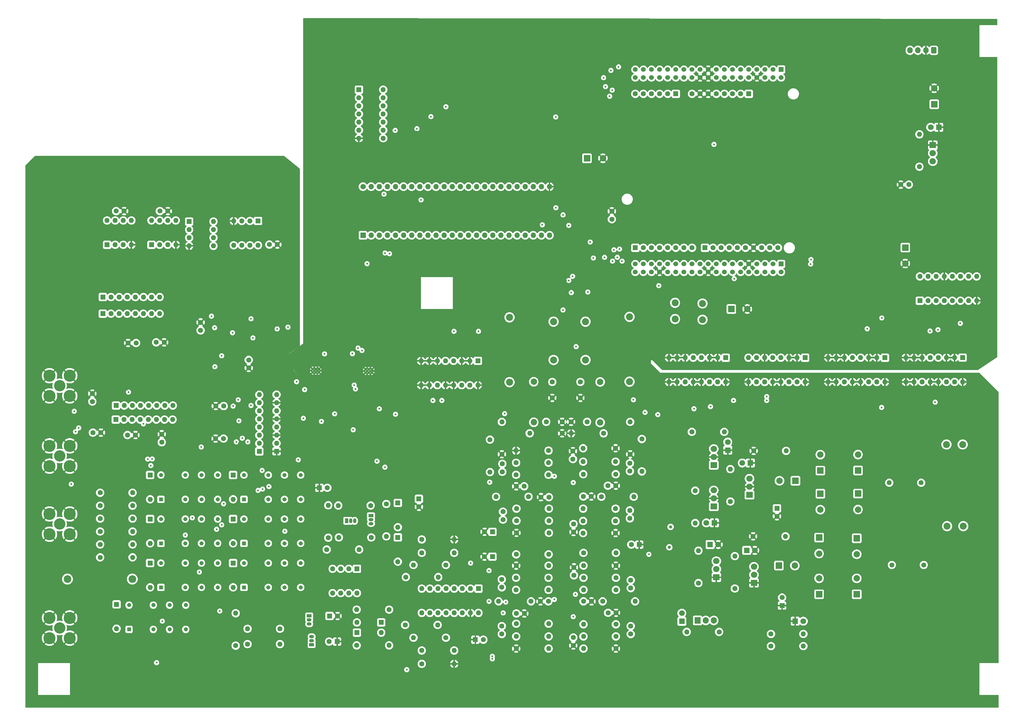
<source format=gbr>
%TF.GenerationSoftware,KiCad,Pcbnew,8.0.5*%
%TF.CreationDate,2024-12-06T02:00:11+01:00*%
%TF.ProjectId,ImpedanceAnalyzer,496d7065-6461-46e6-9365-416e616c797a,rev?*%
%TF.SameCoordinates,Original*%
%TF.FileFunction,Copper,L2,Inr*%
%TF.FilePolarity,Positive*%
%FSLAX46Y46*%
G04 Gerber Fmt 4.6, Leading zero omitted, Abs format (unit mm)*
G04 Created by KiCad (PCBNEW 8.0.5) date 2024-12-06 02:00:11*
%MOMM*%
%LPD*%
G01*
G04 APERTURE LIST*
G04 Aperture macros list*
%AMRoundRect*
0 Rectangle with rounded corners*
0 $1 Rounding radius*
0 $2 $3 $4 $5 $6 $7 $8 $9 X,Y pos of 4 corners*
0 Add a 4 corners polygon primitive as box body*
4,1,4,$2,$3,$4,$5,$6,$7,$8,$9,$2,$3,0*
0 Add four circle primitives for the rounded corners*
1,1,$1+$1,$2,$3*
1,1,$1+$1,$4,$5*
1,1,$1+$1,$6,$7*
1,1,$1+$1,$8,$9*
0 Add four rect primitives between the rounded corners*
20,1,$1+$1,$2,$3,$4,$5,0*
20,1,$1+$1,$4,$5,$6,$7,0*
20,1,$1+$1,$6,$7,$8,$9,0*
20,1,$1+$1,$8,$9,$2,$3,0*%
G04 Aperture macros list end*
%TA.AperFunction,ComponentPad*%
%ADD10R,2.000000X1.905000*%
%TD*%
%TA.AperFunction,ComponentPad*%
%ADD11O,2.000000X1.905000*%
%TD*%
%TA.AperFunction,ComponentPad*%
%ADD12R,1.600000X1.600000*%
%TD*%
%TA.AperFunction,ComponentPad*%
%ADD13O,1.600000X1.600000*%
%TD*%
%TA.AperFunction,ComponentPad*%
%ADD14C,1.600000*%
%TD*%
%TA.AperFunction,ComponentPad*%
%ADD15R,1.700000X1.700000*%
%TD*%
%TA.AperFunction,ComponentPad*%
%ADD16O,1.700000X1.700000*%
%TD*%
%TA.AperFunction,ComponentPad*%
%ADD17C,1.700000*%
%TD*%
%TA.AperFunction,ComponentPad*%
%ADD18R,2.000000X2.000000*%
%TD*%
%TA.AperFunction,ComponentPad*%
%ADD19C,2.000000*%
%TD*%
%TA.AperFunction,ComponentPad*%
%ADD20R,1.500000X1.050000*%
%TD*%
%TA.AperFunction,ComponentPad*%
%ADD21O,1.500000X1.050000*%
%TD*%
%TA.AperFunction,ComponentPad*%
%ADD22C,2.200000*%
%TD*%
%TA.AperFunction,ComponentPad*%
%ADD23O,2.200000X2.200000*%
%TD*%
%TA.AperFunction,ComponentPad*%
%ADD24C,0.500000*%
%TD*%
%TA.AperFunction,ComponentPad*%
%ADD25C,3.556000*%
%TD*%
%TA.AperFunction,ComponentPad*%
%ADD26C,3.810000*%
%TD*%
%TA.AperFunction,ComponentPad*%
%ADD27R,1.800000X1.800000*%
%TD*%
%TA.AperFunction,ComponentPad*%
%ADD28C,1.800000*%
%TD*%
%TA.AperFunction,ComponentPad*%
%ADD29R,1.308000X1.308000*%
%TD*%
%TA.AperFunction,ComponentPad*%
%ADD30C,1.308000*%
%TD*%
%TA.AperFunction,ComponentPad*%
%ADD31O,2.000000X2.000000*%
%TD*%
%TA.AperFunction,ComponentPad*%
%ADD32R,1.605000X1.605000*%
%TD*%
%TA.AperFunction,ComponentPad*%
%ADD33C,1.605000*%
%TD*%
%TA.AperFunction,ComponentPad*%
%ADD34R,1.530000X1.530000*%
%TD*%
%TA.AperFunction,ComponentPad*%
%ADD35C,1.530000*%
%TD*%
%TA.AperFunction,ComponentPad*%
%ADD36C,1.550000*%
%TD*%
%TA.AperFunction,ComponentPad*%
%ADD37C,2.175000*%
%TD*%
%TA.AperFunction,ComponentPad*%
%ADD38R,1.050000X1.500000*%
%TD*%
%TA.AperFunction,ComponentPad*%
%ADD39O,1.050000X1.500000*%
%TD*%
%TA.AperFunction,ComponentPad*%
%ADD40R,1.905000X2.000000*%
%TD*%
%TA.AperFunction,ComponentPad*%
%ADD41O,1.905000X2.000000*%
%TD*%
%TA.AperFunction,ComponentPad*%
%ADD42C,2.400000*%
%TD*%
%TA.AperFunction,ComponentPad*%
%ADD43O,2.400000X2.400000*%
%TD*%
%TA.AperFunction,ComponentPad*%
%ADD44RoundRect,0.250000X0.600000X0.725000X-0.600000X0.725000X-0.600000X-0.725000X0.600000X-0.725000X0*%
%TD*%
%TA.AperFunction,ComponentPad*%
%ADD45O,1.700000X1.950000*%
%TD*%
%TA.AperFunction,ViaPad*%
%ADD46C,0.600000*%
%TD*%
%TA.AperFunction,ViaPad*%
%ADD47C,1.000000*%
%TD*%
G04 APERTURE END LIST*
D10*
%TO.N,GNDA*%
%TO.C,U21*%
X305370000Y-82630000D03*
D11*
%TO.N,/Digital/+3V3*%
X305370000Y-85170000D03*
%TO.N,/+5V_MW*%
X305370000Y-87710000D03*
%TD*%
D12*
%TO.N,/ADC Range/+12V*%
%TO.C,D9*%
X86110000Y-186030000D03*
D13*
%TO.N,Net-(D9-A)*%
X86110000Y-193650000D03*
%TD*%
D12*
%TO.N,/ADC Range/+12V*%
%TO.C,D13*%
X86110000Y-199830000D03*
D13*
%TO.N,Net-(D13-A)*%
X86110000Y-207450000D03*
%TD*%
D14*
%TO.N,Net-(D18-K)*%
%TO.C,R18*%
X124830000Y-239440000D03*
D13*
%TO.N,/ADC/-5V*%
X134990000Y-239440000D03*
%TD*%
D14*
%TO.N,Net-(C102-Pad1)*%
%TO.C,C102*%
X194930000Y-156860000D03*
%TO.N,GNDA*%
X194930000Y-161860000D03*
%TD*%
%TO.N,Net-(C112-Pad1)*%
%TO.C,R65*%
X206070000Y-222040000D03*
D13*
%TO.N,Net-(U14A-+)*%
X195910000Y-222040000D03*
%TD*%
D14*
%TO.N,/ADC/+2V5*%
%TO.C,R31*%
X254650000Y-235860000D03*
D13*
%TO.N,Net-(D19-A)*%
X264810000Y-235860000D03*
%TD*%
D14*
%TO.N,/DAC/DAC_P*%
%TO.C,R77*%
X174830000Y-236640000D03*
D13*
%TO.N,Net-(U14C--)*%
X184990000Y-236640000D03*
%TD*%
D14*
%TO.N,GNDA*%
%TO.C,C110*%
X198410000Y-225640000D03*
%TO.N,Net-(U14A-+)*%
X195910000Y-225640000D03*
%TD*%
%TO.N,GNDA*%
%TO.C,R32*%
X249250000Y-178460000D03*
D13*
%TO.N,Net-(C17-Pad2)*%
X259410000Y-178460000D03*
%TD*%
D15*
%TO.N,/ADC/ADC2SCK*%
%TO.C,M1*%
X126810000Y-110880000D03*
D16*
%TO.N,/ADC/ADC2MISO*%
X129350000Y-110880000D03*
%TO.N,/ADC/ADCCNV*%
X131890000Y-110880000D03*
%TO.N,/ADC/ADC1SCK*%
X134430000Y-110880000D03*
%TO.N,/ADC/ADC1MISO*%
X136970000Y-110880000D03*
%TO.N,unconnected-(M1-PIO6-Pad6)*%
X139510000Y-110880000D03*
%TO.N,unconnected-(M1-PIO7-Pad7)*%
X142050000Y-110880000D03*
%TO.N,unconnected-(M1-PIO8-Pad8)*%
X144590000Y-110880000D03*
%TO.N,/DAC/CLK*%
X147130000Y-110880000D03*
%TO.N,/DAC/DB0*%
X149670000Y-110880000D03*
%TO.N,/DAC/DB1*%
X152210000Y-110880000D03*
%TO.N,/DAC/DB2*%
X154750000Y-110880000D03*
%TO.N,/DAC/DB3*%
X157290000Y-110880000D03*
%TO.N,/DAC/DB4*%
X159830000Y-110880000D03*
%TO.N,unconnected-(M1-AIN{slash}NP15-Pad15)*%
X162370000Y-110880000D03*
%TO.N,unconnected-(M1-AIN{slash}NP16-Pad16)*%
X164910000Y-110880000D03*
%TO.N,/DAC/DB5*%
X167450000Y-110880000D03*
%TO.N,/DAC/DB6*%
X169990000Y-110880000D03*
%TO.N,/DAC/DB7*%
X172530000Y-110880000D03*
%TO.N,/DAC/DB8*%
X175070000Y-110880000D03*
%TO.N,/DAC/DB9*%
X177610000Y-110880000D03*
%TO.N,/DAC/DB10*%
X180150000Y-110880000D03*
%TO.N,/DAC/DB11*%
X182690000Y-110880000D03*
%TO.N,/+5V_MW*%
X185230000Y-110880000D03*
%TO.N,GNDA*%
X185230000Y-95640000D03*
%TO.N,/DAC/DB14*%
X182690000Y-95640000D03*
%TO.N,/DAC/DB15*%
X180150000Y-95640000D03*
%TO.N,/DAC/DB13*%
X177610000Y-95640000D03*
%TO.N,/DAC/DB12*%
X175070000Y-95640000D03*
%TO.N,/Digital/DB15*%
X172530000Y-95640000D03*
%TO.N,/Digital/DB14*%
X169990000Y-95640000D03*
%TO.N,/Digital/DB13*%
X167450000Y-95640000D03*
%TO.N,/Digital/DB12*%
X164910000Y-95640000D03*
%TO.N,/Digital/DB11*%
X162370000Y-95640000D03*
%TO.N,/Digital/DB10*%
X159830000Y-95640000D03*
%TO.N,/Digital/DB9*%
X157290000Y-95640000D03*
%TO.N,/Digital/DB8*%
X154750000Y-95640000D03*
%TO.N,/Digital/DB7*%
X152210000Y-95640000D03*
%TO.N,/Digital/DB6*%
X149670000Y-95640000D03*
%TO.N,/Digital/DB5*%
X147130000Y-95640000D03*
%TO.N,/Digital/DB4*%
X144590000Y-95640000D03*
%TO.N,/Digital/DB3*%
X142050000Y-95640000D03*
%TO.N,/Digital/DB2*%
X139510000Y-95640000D03*
%TO.N,/Digital/DB1*%
X136970000Y-95640000D03*
%TO.N,/Digital/DB0*%
X134430000Y-95640000D03*
%TO.N,Net-(M1-PIO46)*%
X131890000Y-95640000D03*
%TO.N,Net-(M1-PIO47)*%
X129350000Y-95640000D03*
D17*
%TO.N,Net-(M1-PIO48)*%
X126810000Y-95640000D03*
%TD*%
D18*
%TO.N,Net-(C20-Pad1)*%
%TO.C,C43*%
X281530000Y-205860000D03*
D19*
%TO.N,Net-(U19-VI)*%
X281530000Y-210860000D03*
%TD*%
D14*
%TO.N,GNDA*%
%TO.C,R43*%
X210530000Y-179540000D03*
D13*
%TO.N,Net-(C96-Pad2)*%
X210530000Y-169380000D03*
%TD*%
D12*
%TO.N,GNDA*%
%TO.C,R27*%
X99720000Y-178610000D03*
D13*
%TO.N,Net-(U9A--)*%
X99720000Y-176070000D03*
%TO.N,GNDA*%
X99720000Y-173530000D03*
%TO.N,Net-(U9B--)*%
X99720000Y-170990000D03*
%TO.N,GNDA*%
X99720000Y-168450000D03*
%TO.N,Net-(U9C--)*%
X99720000Y-165910000D03*
%TO.N,GNDA*%
X99720000Y-163370000D03*
%TO.N,Net-(U9D--)*%
X99720000Y-160830000D03*
%TD*%
D12*
%TO.N,Net-(C200-Pad1)*%
%TO.C,R25*%
X49440000Y-164250000D03*
D13*
%TO.N,Net-(U11A-+)*%
X51980000Y-164250000D03*
%TO.N,Net-(C199-Pad1)*%
X54520000Y-164250000D03*
%TO.N,Net-(U11B-+)*%
X57060000Y-164250000D03*
%TO.N,Net-(C201-Pad1)*%
X59600000Y-164250000D03*
%TO.N,Net-(U11C-+)*%
X62140000Y-164250000D03*
%TO.N,Net-(C202-Pad1)*%
X64680000Y-164250000D03*
%TO.N,Net-(U11D-+)*%
X67220000Y-164250000D03*
%TD*%
D14*
%TO.N,/ADC Range/+12V*%
%TO.C,R79*%
X241930000Y-194340000D03*
D13*
%TO.N,Net-(D1-A)*%
X241930000Y-184180000D03*
%TD*%
D18*
%TO.N,Net-(C20-Pad1)*%
%TO.C,C45*%
X269730000Y-205660000D03*
D19*
%TO.N,Net-(U19-VI)*%
X269730000Y-210660000D03*
%TD*%
D14*
%TO.N,Net-(U34B--)*%
%TO.C,R28*%
X90630000Y-239040000D03*
D13*
%TO.N,Net-(Q4-E)*%
X100790000Y-239040000D03*
%TD*%
D14*
%TO.N,GNDA*%
%TO.C,C123*%
X192790000Y-203890000D03*
%TO.N,/ADC/-5V*%
X192790000Y-201390000D03*
%TD*%
D20*
%TO.N,/ADC/-5V*%
%TO.C,Q4*%
X110710000Y-239240000D03*
D21*
%TO.N,Net-(D18-K)*%
X110710000Y-237970000D03*
%TO.N,Net-(Q4-E)*%
X110710000Y-236700000D03*
%TD*%
D14*
%TO.N,/ADC/+5V*%
%TO.C,C74*%
X63150000Y-103290000D03*
%TO.N,GNDA*%
X65650000Y-103290000D03*
%TD*%
%TO.N,GNDA*%
%TO.C,R49*%
X205950000Y-177640000D03*
D13*
%TO.N,Net-(U17A--)*%
X195790000Y-177640000D03*
%TD*%
D14*
%TO.N,Net-(C108-Pad2)*%
%TO.C,R61*%
X174910000Y-200377500D03*
D13*
%TO.N,Net-(U17C--)*%
X185070000Y-200377500D03*
%TD*%
D14*
%TO.N,Net-(C100-Pad2)*%
%TO.C,R51*%
X205950000Y-181840000D03*
D13*
%TO.N,Net-(U17A--)*%
X195790000Y-181840000D03*
%TD*%
D22*
%TO.N,/DAC/VOUT+*%
%TO.C,L3*%
X196530000Y-137960000D03*
%TO.N,/DAC/VOUT-*%
X186530000Y-137960000D03*
%TO.N,Net-(L3-4)*%
X186530000Y-149960000D03*
%TO.N,Net-(L3-3)*%
X196530000Y-149960000D03*
%TD*%
D14*
%TO.N,Net-(C100-Pad1)*%
%TO.C,R47*%
X206000000Y-185777500D03*
D13*
%TO.N,Net-(U17A-+)*%
X195840000Y-185777500D03*
%TD*%
D12*
%TO.N,Net-(D17-K)*%
%TO.C,D17*%
X132520000Y-232240000D03*
D13*
%TO.N,Net-(D17-A)*%
X124900000Y-232240000D03*
%TD*%
D14*
%TO.N,Net-(C108-Pad1)*%
%TO.C,C108*%
X170670000Y-197527500D03*
%TO.N,Net-(C108-Pad2)*%
X170670000Y-200027500D03*
%TD*%
D22*
%TO.N,Net-(L3-4)*%
%TO.C,L5*%
X172730000Y-136600000D03*
D23*
%TO.N,Net-(C103-Pad2)*%
X172730000Y-156920000D03*
%TD*%
D24*
%TO.N,GNDA*%
%TO.C,U2*%
X111005000Y-153825000D03*
X112005000Y-153825000D03*
X113005000Y-153825000D03*
X111005000Y-152825000D03*
X112005000Y-152825000D03*
X113005000Y-152825000D03*
%TD*%
D12*
%TO.N,unconnected-(U7B-NC-Pad1)*%
%TO.C,U7*%
X60530000Y-113860000D03*
D13*
%TO.N,Net-(U7A--)*%
X63070000Y-113860000D03*
%TO.N,Net-(U5A-+)*%
X65610000Y-113860000D03*
%TO.N,GNDA*%
X68150000Y-113860000D03*
%TO.N,unconnected-(U7B-NC-Pad5)*%
X68150000Y-106240000D03*
%TO.N,Net-(U7A--)*%
X65610000Y-106240000D03*
%TO.N,/ADC/+5V*%
X63070000Y-106240000D03*
%TO.N,unconnected-(U7B-NC-Pad8)*%
X60530000Y-106240000D03*
%TD*%
D14*
%TO.N,Net-(C104-Pad1)*%
%TO.C,C104*%
X197030000Y-169360000D03*
%TO.N,GNDA*%
X192030000Y-169360000D03*
%TD*%
D12*
%TO.N,unconnected-(U5B-NC-Pad1)*%
%TO.C,U5*%
X46610000Y-113860000D03*
D13*
%TO.N,Net-(U5A--)*%
X49150000Y-113860000D03*
%TO.N,Net-(U5A-+)*%
X51690000Y-113860000D03*
%TO.N,GNDA*%
X54230000Y-113860000D03*
%TO.N,unconnected-(U5B-NC-Pad5)*%
X54230000Y-106240000D03*
%TO.N,Net-(U5A--)*%
X51690000Y-106240000D03*
%TO.N,/ADC/+5V*%
X49150000Y-106240000D03*
%TO.N,unconnected-(U5B-NC-Pad8)*%
X46610000Y-106240000D03*
%TD*%
D14*
%TO.N,Net-(U17B--)*%
%TO.C,R50*%
X184950000Y-178377500D03*
D13*
%TO.N,GNDA*%
X174790000Y-178377500D03*
%TD*%
D25*
%TO.N,/ADC Range/DUT_H_POT*%
%TO.C,J6*%
X31745000Y-180075000D03*
D26*
%TO.N,GNDA*%
X34920000Y-183250000D03*
X34920000Y-176900000D03*
X28570000Y-183250000D03*
X28570000Y-176900000D03*
%TD*%
D27*
%TO.N,GNDA*%
%TO.C,D3*%
X236930000Y-201027677D03*
D28*
%TO.N,Net-(D3-A)*%
X234390000Y-201027677D03*
%TD*%
D29*
%TO.N,Net-(D9-A)*%
%TO.C,K4*%
X89510000Y-193660000D03*
D30*
%TO.N,Net-(K4-Pad4)*%
X97130000Y-193660000D03*
%TO.N,unconnected-(K4-Pad6)*%
X102210000Y-193660000D03*
%TO.N,/ADC Range/DUT_I_SENSE_+*%
X107290000Y-193660000D03*
%TO.N,unconnected-(K4-Pad9)*%
X107290000Y-186040000D03*
%TO.N,unconnected-(K4-Pad11)*%
X102210000Y-186040000D03*
%TO.N,unconnected-(K4-Pad13)*%
X97130000Y-186040000D03*
%TO.N,/ADC Range/+12V*%
X89510000Y-186040000D03*
%TD*%
D27*
%TO.N,Net-(D6-K)*%
%TO.C,D6*%
X247055000Y-209660000D03*
D28*
%TO.N,GNDA*%
X249595000Y-209660000D03*
%TD*%
D14*
%TO.N,GNDA*%
%TO.C,R57*%
X174910000Y-204177500D03*
D13*
%TO.N,Net-(U17C--)*%
X185070000Y-204177500D03*
%TD*%
D14*
%TO.N,/ADC Range/+12V*%
%TO.C,C172*%
X63750000Y-175750000D03*
%TO.N,GNDA*%
X63750000Y-173250000D03*
%TD*%
D12*
%TO.N,/ADC Range/+12V*%
%TO.C,D15*%
X86110000Y-213630000D03*
D13*
%TO.N,Net-(D15-A)*%
X86110000Y-221250000D03*
%TD*%
D14*
%TO.N,GNDA*%
%TO.C,R58*%
X205950000Y-204240000D03*
D13*
%TO.N,Net-(U17D--)*%
X195790000Y-204240000D03*
%TD*%
D19*
%TO.N,GNDA*%
%TO.C,C132*%
X296750000Y-119750000D03*
D18*
%TO.N,/+5V_MW*%
X296750000Y-114750000D03*
%TD*%
D29*
%TO.N,Net-(D10-A)*%
%TO.C,K5*%
X63490000Y-193650000D03*
D30*
%TO.N,Net-(K5-Pad4)*%
X71110000Y-193650000D03*
%TO.N,unconnected-(K5-Pad6)*%
X76190000Y-193650000D03*
%TO.N,/ADC Range/DUT_I_SENSE_+*%
X81270000Y-193650000D03*
%TO.N,unconnected-(K5-Pad9)*%
X81270000Y-186030000D03*
%TO.N,unconnected-(K5-Pad11)*%
X76190000Y-186030000D03*
%TO.N,unconnected-(K5-Pad13)*%
X71110000Y-186030000D03*
%TO.N,/ADC Range/+12V*%
X63490000Y-186030000D03*
%TD*%
D20*
%TO.N,/ADC/+5V*%
%TO.C,Q1*%
X129327500Y-198732500D03*
D21*
%TO.N,Net-(D12-A)*%
X129327500Y-200002500D03*
%TO.N,Net-(Q1-E)*%
X129327500Y-201272500D03*
%TD*%
D14*
%TO.N,Net-(U32A-S2B)*%
%TO.C,R116*%
X152790000Y-237040000D03*
D13*
%TO.N,/DAC Power Amp/DAC_RANGED_-*%
X142630000Y-237040000D03*
%TD*%
D12*
%TO.N,/ADC/+5V*%
%TO.C,C124*%
X167372380Y-211640000D03*
D14*
%TO.N,GNDA*%
X164872380Y-211640000D03*
%TD*%
D18*
%TO.N,Net-(C20-Pad1)*%
%TO.C,C20*%
X257130000Y-214427677D03*
D19*
%TO.N,Net-(U19-VI)*%
X262130000Y-214427677D03*
%TD*%
D14*
%TO.N,Net-(C100-Pad2)*%
%TO.C,R53*%
X178670000Y-192840000D03*
D13*
%TO.N,Net-(C108-Pad1)*%
X168510000Y-192840000D03*
%TD*%
D12*
%TO.N,/Digital/BUS_IX*%
%TO.C,U15*%
X125530000Y-65235000D03*
D13*
%TO.N,Net-(U15-Pad2)*%
X125530000Y-67775000D03*
X125530000Y-70315000D03*
%TO.N,Net-(M1-PIO48)*%
X125530000Y-72855000D03*
%TO.N,Net-(U15-Pad5)*%
X125530000Y-75395000D03*
%TO.N,Net-(M1-PIO47)*%
X125530000Y-77935000D03*
%TO.N,GNDA*%
X125530000Y-80475000D03*
%TO.N,Net-(U15-Pad5)*%
X133150000Y-80475000D03*
%TO.N,/Digital/BUS_CLK*%
X133150000Y-77935000D03*
%TO.N,Net-(M1-PIO46)*%
X133150000Y-75395000D03*
%TO.N,Net-(U15-Pad11)*%
X133150000Y-72855000D03*
X133150000Y-70315000D03*
%TO.N,/Digital/BUS_R{slash}~{W}*%
X133150000Y-67775000D03*
%TO.N,/Digital/+3V3*%
X133150000Y-65235000D03*
%TD*%
D14*
%TO.N,/ADC Range/DUT_I_SENSE_-*%
%TO.C,R_R106*%
X44440000Y-191600000D03*
D13*
%TO.N,Net-(K5-Pad4)*%
X54600000Y-191600000D03*
%TD*%
D14*
%TO.N,GNDA*%
%TO.C,R75*%
X174830000Y-240440000D03*
D13*
%TO.N,Net-(U14C--)*%
X184990000Y-240440000D03*
%TD*%
D14*
%TO.N,Net-(C101-Pad1)*%
%TO.C,C101*%
X170470000Y-185027500D03*
%TO.N,Net-(C101-Pad2)*%
X170470000Y-182527500D03*
%TD*%
D25*
%TO.N,/ADC Range/DUT_L_POT*%
%TO.C,J7*%
X31745000Y-158075000D03*
D26*
%TO.N,GNDA*%
X34920000Y-161250000D03*
X34920000Y-154900000D03*
X28570000Y-161250000D03*
X28570000Y-154900000D03*
%TD*%
D14*
%TO.N,Net-(C112-Pad1)*%
%TO.C,C112*%
X210710000Y-221490000D03*
%TO.N,Net-(C112-Pad2)*%
X210710000Y-218990000D03*
%TD*%
%TO.N,Net-(C116-Pad1)*%
%TO.C,C116*%
X170310000Y-233390000D03*
%TO.N,/DAC/DAC_P*%
X170310000Y-235890000D03*
%TD*%
%TO.N,/ADC Range/-12V*%
%TO.C,C163*%
X42000000Y-163000000D03*
%TO.N,GNDA*%
X42000000Y-160500000D03*
%TD*%
%TO.N,/+5V_MW*%
%TO.C,C137*%
X204800000Y-105850000D03*
%TO.N,GNDA*%
X204800000Y-103350000D03*
%TD*%
D27*
%TO.N,GNDA*%
%TO.C,D19*%
X262255000Y-231860000D03*
D28*
%TO.N,Net-(D19-A)*%
X264795000Y-231860000D03*
%TD*%
D14*
%TO.N,/ADC/+6V*%
%TO.C,R81*%
X230930000Y-190947677D03*
D13*
%TO.N,Net-(D3-A)*%
X230930000Y-201107677D03*
%TD*%
D12*
%TO.N,/ADC Range/+12V*%
%TO.C,D10*%
X60110000Y-186030000D03*
D13*
%TO.N,Net-(D10-A)*%
X60110000Y-193650000D03*
%TD*%
D18*
%TO.N,/+5V_MW*%
%TO.C,C144*%
X197000000Y-86750000D03*
D19*
%TO.N,GNDA*%
X202000000Y-86750000D03*
%TD*%
D12*
%TO.N,Net-(D16-K)*%
%TO.C,D16*%
X137727500Y-194782500D03*
D13*
%TO.N,Net-(D12-K)*%
X137727500Y-202402500D03*
%TD*%
D12*
%TO.N,/ADC/+5V*%
%TO.C,C118*%
X167390000Y-203840000D03*
D14*
%TO.N,GNDA*%
X164890000Y-203840000D03*
%TD*%
D27*
%TO.N,GNDA*%
%TO.C,D1*%
X248205000Y-182260000D03*
D28*
%TO.N,Net-(D1-A)*%
X245665000Y-182260000D03*
%TD*%
D14*
%TO.N,Net-(U32A-S2A)*%
%TO.C,R112*%
X152790000Y-214240000D03*
D13*
%TO.N,/DAC Power Amp/DAC_RANGED_+*%
X142630000Y-214240000D03*
%TD*%
D19*
%TO.N,Net-(C102-Pad1)*%
%TO.C,L6*%
X201130000Y-156860000D03*
D31*
%TO.N,Net-(C104-Pad1)*%
X201130000Y-169560000D03*
%TD*%
D14*
%TO.N,Net-(C109-Pad2)*%
%TO.C,R62*%
X205950000Y-200440000D03*
D13*
%TO.N,Net-(U17D--)*%
X195790000Y-200440000D03*
%TD*%
D32*
%TO.N,unconnected-(U10F-D8-PadCN5_1)*%
%TO.C,U10*%
X233980000Y-114800000D03*
D33*
%TO.N,unconnected-(U10F-D9-PadCN5_2)*%
X236520000Y-114800000D03*
%TO.N,unconnected-(U10F-D10-PadCN5_3)*%
X239060000Y-114800000D03*
%TO.N,unconnected-(U10F-D11-PadCN5_4)*%
X241600000Y-114800000D03*
%TO.N,unconnected-(U10F-D12-PadCN5_5)*%
X244140000Y-114800000D03*
%TO.N,unconnected-(U10F-D13-PadCN5_6)*%
X246680000Y-114800000D03*
%TO.N,GNDA*%
X249220000Y-114800000D03*
%TO.N,unconnected-(U10F-AREF-PadCN5_8)*%
X251760000Y-114800000D03*
%TO.N,unconnected-(U10F-D14-PadCN5_9)*%
X254300000Y-114800000D03*
%TO.N,unconnected-(U10F-D15-PadCN5_10)*%
X256840000Y-114800000D03*
D32*
%TO.N,unconnected-(U10C-NC-PadCN6_1)*%
X247700000Y-66540000D03*
D33*
%TO.N,unconnected-(U10C-CN6_IOREF-PadCN6_2)*%
X245160000Y-66540000D03*
%TO.N,unconnected-(U10C-CN6_RESET-PadCN6_3)*%
X242620000Y-66540000D03*
%TO.N,unconnected-(U10C-CN6_+3V3-PadCN6_4)*%
X240080000Y-66540000D03*
%TO.N,unconnected-(U10C-CN6_+5V-PadCN6_5)*%
X237540000Y-66540000D03*
%TO.N,GNDA*%
X235000000Y-66540000D03*
X232460000Y-66540000D03*
%TO.N,unconnected-(U10C-CN6_VIN-PadCN6_8)*%
X229920000Y-66540000D03*
D34*
%TO.N,unconnected-(U10A-PC10-PadCN7_1)*%
X257860000Y-58920000D03*
D35*
%TO.N,unconnected-(U10A-PC11-PadCN7_2)*%
X257860000Y-61460000D03*
%TO.N,/TX*%
X255320000Y-58920000D03*
%TO.N,/RX*%
X255320000Y-61460000D03*
%TO.N,unconnected-(U10A-VDD-PadCN7_5)*%
X252780000Y-58920000D03*
%TO.N,/+5V_MW*%
X252780000Y-61460000D03*
%TO.N,unconnected-(U10A-BOOT0-PadCN7_7)*%
X250240000Y-58920000D03*
%TO.N,GNDA*%
X250240000Y-61460000D03*
%TO.N,unconnected-(U10A-PF6-PadCN7_9)*%
X247700000Y-58920000D03*
%TO.N,unconnected-(U10A-NC-PadCN7_10)*%
X247700000Y-61460000D03*
%TO.N,unconnected-(U10A-PF7-PadCN7_11)*%
X245160000Y-58920000D03*
%TO.N,unconnected-(U10A-CN7_IOREF-PadCN7_12)*%
X245160000Y-61460000D03*
%TO.N,unconnected-(U10A-PA13-PadCN7_13)*%
X242620000Y-58920000D03*
%TO.N,unconnected-(U10A-CN7_RESET-PadCN7_14)*%
X242620000Y-61460000D03*
%TO.N,unconnected-(U10A-PA14-PadCN7_15)*%
X240080000Y-58920000D03*
%TO.N,unconnected-(U10A-CN7_+3V3-PadCN7_16)*%
X240080000Y-61460000D03*
%TO.N,unconnected-(U10A-PA15-PadCN7_17)*%
X237540000Y-58920000D03*
%TO.N,unconnected-(U10A-CN7_+5V-PadCN7_18)*%
X237540000Y-61460000D03*
%TO.N,GNDA*%
X235000000Y-58920000D03*
X235000000Y-61460000D03*
%TO.N,/Digital/DB7*%
X232460000Y-58920000D03*
%TO.N,GNDA*%
X232460000Y-61460000D03*
%TO.N,unconnected-(U10A-PC13-PadCN7_23)*%
X229920000Y-58920000D03*
%TO.N,unconnected-(U10A-CN7_VIN-PadCN7_24)*%
X229920000Y-61460000D03*
%TO.N,unconnected-(U10A-PC14-PadCN7_25)*%
X227380000Y-58920000D03*
%TO.N,unconnected-(U10A-NC-PadCN7_26)*%
X227380000Y-61460000D03*
%TO.N,unconnected-(U10A-PC15-PadCN7_27)*%
X224840000Y-58920000D03*
%TO.N,unconnected-(U10A-PA0-PadCN7_28)*%
X224840000Y-61460000D03*
%TO.N,unconnected-(U10A-PH0-PadCN7_29)*%
X222300000Y-58920000D03*
%TO.N,/ADC Range/V_PGA_A0*%
X222300000Y-61460000D03*
%TO.N,unconnected-(U10A-PH1-PadCN7_31)*%
X219760000Y-58920000D03*
%TO.N,/Digital/SER_DATA*%
X219760000Y-61460000D03*
%TO.N,unconnected-(U10A-VBAT-PadCN7_33)*%
X217220000Y-58920000D03*
%TO.N,/Digital/DB0*%
X217220000Y-61460000D03*
%TO.N,/Digital/DB10*%
X214680000Y-58920000D03*
%TO.N,/Digital/DB9*%
X214680000Y-61460000D03*
%TO.N,/Digital/DB11*%
X212140000Y-58920000D03*
%TO.N,/Digital/DB8*%
X212140000Y-61460000D03*
D32*
%TO.N,unconnected-(U10E-A0-PadCN8_1)*%
X224840000Y-66540000D03*
D33*
%TO.N,unconnected-(U10E-A1-PadCN8_2)*%
X222300000Y-66540000D03*
%TO.N,unconnected-(U10E-A2-PadCN8_3)*%
X219760000Y-66540000D03*
%TO.N,unconnected-(U10E-A3-PadCN8_4)*%
X217220000Y-66540000D03*
%TO.N,unconnected-(U10E-A4-PadCN8_5)*%
X214680000Y-66540000D03*
%TO.N,unconnected-(U10E-A5-PadCN8_6)*%
X212140000Y-66540000D03*
D32*
%TO.N,unconnected-(U10D-D0-PadCN9_1)*%
X212140000Y-114800000D03*
D33*
%TO.N,unconnected-(U10D-D1-PadCN9_2)*%
X214680000Y-114800000D03*
%TO.N,unconnected-(U10D-D2-PadCN9_3)*%
X217220000Y-114800000D03*
%TO.N,unconnected-(U10D-D3-PadCN9_4)*%
X219760000Y-114800000D03*
%TO.N,unconnected-(U10D-D4-PadCN9_5)*%
X222300000Y-114800000D03*
%TO.N,unconnected-(U10D-D5-PadCN9_6)*%
X224840000Y-114800000D03*
%TO.N,unconnected-(U10D-D6-PadCN9_7)*%
X227380000Y-114800000D03*
%TO.N,unconnected-(U10D-D7-PadCN9_8)*%
X229920000Y-114800000D03*
D34*
%TO.N,/Digital/BUS_CLK*%
X257860000Y-119880000D03*
D35*
%TO.N,/Digital/BUS_IX*%
X257860000Y-122420000D03*
%TO.N,unconnected-(U10B-PB8-PadCN10_3)*%
X255320000Y-119880000D03*
%TO.N,/Digital/DB14*%
X255320000Y-122420000D03*
%TO.N,/Digital/BUS_R{slash}~{W}*%
X252780000Y-119880000D03*
%TO.N,/Digital/DB13*%
X252780000Y-122420000D03*
%TO.N,unconnected-(U10B-AVDD-PadCN10_7)*%
X250240000Y-119880000D03*
%TO.N,unconnected-(U10B-U5V-PadCN10_8)*%
X250240000Y-122420000D03*
%TO.N,GNDA*%
X247700000Y-119880000D03*
%TO.N,unconnected-(U10B-NC-PadCN10_10)*%
X247700000Y-122420000D03*
%TO.N,unconnected-(U10B-PA5-PadCN10_11)*%
X245160000Y-119880000D03*
%TO.N,unconnected-(U10B-PA12-PadCN10_12)*%
X245160000Y-122420000D03*
%TO.N,/Digital/SER_CLK*%
X242620000Y-119880000D03*
%TO.N,/DRE*%
X242620000Y-122420000D03*
%TO.N,/Digital/SER_LATCH*%
X240080000Y-119880000D03*
%TO.N,/ADC Range/V_PGA_A2*%
X240080000Y-122420000D03*
%TO.N,/Digital/DB6*%
X237540000Y-119880000D03*
%TO.N,unconnected-(U10B-NC-PadCN10_18)*%
X237540000Y-122420000D03*
%TO.N,/Digital/DB15*%
X235000000Y-119880000D03*
%TO.N,GNDA*%
X235000000Y-122420000D03*
%TO.N,/DRA0*%
X232460000Y-119880000D03*
%TO.N,/Digital/DB2*%
X232460000Y-122420000D03*
%TO.N,unconnected-(U10B-PA8-PadCN10_23)*%
X229920000Y-119880000D03*
%TO.N,/Digital/DB1*%
X229920000Y-122420000D03*
%TO.N,/ADC Range/V_PGA_A1*%
X227380000Y-119880000D03*
%TO.N,/ADC Range/I_PGA_A2*%
X227380000Y-122420000D03*
%TO.N,/Digital/DB4*%
X224840000Y-119880000D03*
%TO.N,/ADC Range/I_PGA_A1*%
X224840000Y-122420000D03*
%TO.N,/Digital/DB5*%
X222300000Y-119880000D03*
%TO.N,/ADC Range/I_PGA_A0*%
X222300000Y-122420000D03*
%TO.N,/Digital/DB3*%
X219760000Y-119880000D03*
%TO.N,GNDA*%
X219760000Y-122420000D03*
%TO.N,/DRA1*%
X217220000Y-119880000D03*
%TO.N,/Digital/DB12*%
X217220000Y-122420000D03*
%TO.N,unconnected-(U10B-PA2-PadCN10_35)*%
X214680000Y-119880000D03*
%TO.N,unconnected-(U10B-NC-PadCN10_36)*%
X214680000Y-122420000D03*
%TO.N,unconnected-(U10B-PA3-PadCN10_37)*%
X212140000Y-119880000D03*
%TO.N,unconnected-(U10B-NC-PadCN10_38)*%
X212140000Y-122420000D03*
%TD*%
D19*
%TO.N,Net-(C103-Pad2)*%
%TO.C,L7*%
X180330000Y-156810000D03*
D31*
%TO.N,Net-(C105-Pad2)*%
X180330000Y-169510000D03*
%TD*%
D14*
%TO.N,/DAC Power Amp/DAC_RANGED_+*%
%TO.C,R111*%
X145230000Y-210440000D03*
D13*
%TO.N,Net-(U32A-S1A)*%
X155390000Y-210440000D03*
%TD*%
D14*
%TO.N,GNDA*%
%TO.C,C78*%
X80670000Y-164410000D03*
%TO.N,/ADC/-5V*%
X83170000Y-164410000D03*
%TD*%
%TO.N,/DAC Power Amp/DAC_RANGED_-*%
%TO.C,R117*%
X140030000Y-233040000D03*
D13*
%TO.N,Net-(U32A-S3B)*%
X150190000Y-233040000D03*
%TD*%
D10*
%TO.N,Net-(U18-VI)*%
%TO.C,U18*%
X247930000Y-192260000D03*
D11*
%TO.N,GNDA*%
X247930000Y-189720000D03*
%TO.N,/ADC Range/+12V*%
X247930000Y-187180000D03*
%TD*%
D14*
%TO.N,/DAC Power Amp/DAC_RANGED_-*%
%TO.C,R115*%
X145230000Y-241040000D03*
D13*
%TO.N,Net-(U32A-S1B)*%
X155390000Y-241040000D03*
%TD*%
D12*
%TO.N,/ADC/+5V*%
%TO.C,C195*%
X116327621Y-230240000D03*
D14*
%TO.N,GNDA*%
X118827621Y-230240000D03*
%TD*%
D29*
%TO.N,Net-(D11-A)*%
%TO.C,K1*%
X63490000Y-221260000D03*
D30*
%TO.N,Net-(K1-Pad4)*%
X71110000Y-221260000D03*
%TO.N,unconnected-(K1-Pad6)*%
X76190000Y-221260000D03*
%TO.N,/ADC Range/DUT_I_SENSE_+*%
X81270000Y-221260000D03*
%TO.N,unconnected-(K1-Pad9)*%
X81270000Y-213640000D03*
%TO.N,unconnected-(K1-Pad11)*%
X76190000Y-213640000D03*
%TO.N,unconnected-(K1-Pad13)*%
X71110000Y-213640000D03*
%TO.N,/ADC Range/+12V*%
X63490000Y-213640000D03*
%TD*%
D14*
%TO.N,GNDA*%
%TO.C,C129*%
X192710000Y-239490000D03*
%TO.N,/ADC/-5V*%
X192710000Y-236990000D03*
%TD*%
D24*
%TO.N,GNDA*%
%TO.C,U1*%
X127620000Y-153915000D03*
X128620000Y-153915000D03*
X129620000Y-153915000D03*
X127620000Y-152915000D03*
X128620000Y-152915000D03*
X129620000Y-152915000D03*
%TD*%
D12*
%TO.N,Net-(R95-Pad1)*%
%TO.C,U33*%
X240470000Y-149260000D03*
D13*
%TO.N,GNDA*%
X237930000Y-149260000D03*
X235390000Y-149260000D03*
%TO.N,Net-(R96-Pad1)*%
X232850000Y-149260000D03*
%TO.N,Net-(R97-Pad1)*%
X230310000Y-149260000D03*
%TO.N,GNDA*%
X227770000Y-149260000D03*
X225230000Y-149260000D03*
X222690000Y-149260000D03*
X222690000Y-156880000D03*
X225230000Y-156880000D03*
%TO.N,Net-(U25-A0)*%
X227770000Y-156880000D03*
%TO.N,GNDA*%
X230310000Y-156880000D03*
X232850000Y-156880000D03*
%TO.N,Net-(U25-A1)*%
X235390000Y-156880000D03*
%TO.N,Net-(U25-A2)*%
X237930000Y-156880000D03*
%TO.N,GNDA*%
X240470000Y-156880000D03*
%TD*%
D14*
%TO.N,GNDA*%
%TO.C,C105*%
X189230000Y-169360000D03*
%TO.N,Net-(C105-Pad2)*%
X184230000Y-169360000D03*
%TD*%
D36*
%TO.N,Net-(U18-VI)*%
%TO.C,L1*%
X291730000Y-188460000D03*
%TO.N,/+15V_MW*%
X301730000Y-188460000D03*
%TD*%
D12*
%TO.N,/ADC Range/+12V*%
%TO.C,D11*%
X60110000Y-213630000D03*
D13*
%TO.N,Net-(D11-A)*%
X60110000Y-221250000D03*
%TD*%
D14*
%TO.N,/Digital/+3V3*%
%TO.C,C142*%
X297850000Y-95000000D03*
%TO.N,GNDA*%
X295350000Y-95000000D03*
%TD*%
%TO.N,/ADC/+5V*%
%TO.C,R14*%
X134990000Y-228240000D03*
D13*
%TO.N,Net-(D17-A)*%
X124830000Y-228240000D03*
%TD*%
D14*
%TO.N,Net-(D16-K)*%
%TO.C,R13*%
X129207500Y-195602500D03*
D13*
%TO.N,/ADC/-5V*%
X119047500Y-195602500D03*
%TD*%
D10*
%TO.N,GNDA*%
%TO.C,U23*%
X237530000Y-218107677D03*
D11*
%TO.N,/ADC Range/-12V*%
X237530000Y-215567677D03*
%TO.N,/ADC/-5V*%
X237530000Y-213027677D03*
%TD*%
D14*
%TO.N,Net-(C101-Pad2)*%
%TO.C,R52*%
X174790000Y-182177500D03*
D13*
%TO.N,Net-(U17B--)*%
X184950000Y-182177500D03*
%TD*%
D14*
%TO.N,GNDA*%
%TO.C,C107*%
X198340000Y-192777500D03*
%TO.N,Net-(U17D-+)*%
X195840000Y-192777500D03*
%TD*%
D12*
%TO.N,Net-(R86-Pad1)*%
%TO.C,U31*%
X162805000Y-150260000D03*
D13*
%TO.N,GNDA*%
X160265000Y-150260000D03*
X157725000Y-150260000D03*
%TO.N,Net-(R87-Pad1)*%
X155185000Y-150260000D03*
%TO.N,Net-(R88-Pad1)*%
X152645000Y-150260000D03*
%TO.N,GNDA*%
X150105000Y-150260000D03*
X147565000Y-150260000D03*
X145025000Y-150260000D03*
X145025000Y-157880000D03*
X147565000Y-157880000D03*
%TO.N,Net-(U35-A0)*%
X150105000Y-157880000D03*
%TO.N,GNDA*%
X152645000Y-157880000D03*
X155185000Y-157880000D03*
%TO.N,Net-(U35-A1)*%
X157725000Y-157880000D03*
%TO.N,Net-(U35-A2)*%
X160265000Y-157880000D03*
%TO.N,GNDA*%
X162805000Y-157880000D03*
%TD*%
D14*
%TO.N,Net-(C112-Pad2)*%
%TO.C,R69*%
X206070000Y-218240000D03*
D13*
%TO.N,Net-(U14A--)*%
X195910000Y-218240000D03*
%TD*%
D14*
%TO.N,Net-(C117-Pad1)*%
%TO.C,C117*%
X210710000Y-233390000D03*
%TO.N,/DAC/DAC_N*%
X210710000Y-235890000D03*
%TD*%
D18*
%TO.N,Net-(C20-Pad1)*%
%TO.C,C32*%
X281530000Y-223427677D03*
D19*
%TO.N,Net-(U19-VI)*%
X281530000Y-218427677D03*
%TD*%
D12*
%TO.N,/RB1*%
%TO.C,U27*%
X301325000Y-131400000D03*
D13*
%TO.N,/RB2*%
X303865000Y-131400000D03*
%TO.N,/RB3*%
X306405000Y-131400000D03*
%TO.N,/RB4*%
X308945000Y-131400000D03*
%TO.N,/RB5*%
X311485000Y-131400000D03*
%TO.N,/RB6*%
X314025000Y-131400000D03*
%TO.N,unconnected-(U27-QH-Pad7)*%
X316565000Y-131400000D03*
%TO.N,GNDA*%
X319105000Y-131400000D03*
%TO.N,unconnected-(U27-QH'-Pad9)*%
X319105000Y-123780000D03*
%TO.N,/Digital/+3V3*%
X316565000Y-123780000D03*
%TO.N,/Digital/SER_CLK*%
X314025000Y-123780000D03*
%TO.N,/Digital/SER_LATCH*%
X311485000Y-123780000D03*
%TO.N,GNDA*%
X308945000Y-123780000D03*
%TO.N,/Digital/SER_DATA*%
X306405000Y-123780000D03*
%TO.N,/RB0*%
X303865000Y-123780000D03*
%TO.N,/Digital/+3V3*%
X301325000Y-123780000D03*
%TD*%
D14*
%TO.N,Net-(C101-Pad1)*%
%TO.C,R48*%
X174790000Y-185977500D03*
D13*
%TO.N,Net-(U17B-+)*%
X184950000Y-185977500D03*
%TD*%
D12*
%TO.N,Net-(U11A--)*%
%TO.C,R24*%
X45280000Y-135450000D03*
D13*
%TO.N,Net-(C207-Pad1)*%
X47820000Y-135450000D03*
%TO.N,Net-(U11B--)*%
X50360000Y-135450000D03*
%TO.N,Net-(C208-Pad1)*%
X52900000Y-135450000D03*
%TO.N,Net-(U11C--)*%
X55440000Y-135450000D03*
%TO.N,Net-(C209-Pad1)*%
X57980000Y-135450000D03*
%TO.N,Net-(U11D--)*%
X60520000Y-135450000D03*
%TO.N,Net-(C210-Pad1)*%
X63060000Y-135450000D03*
%TD*%
D14*
%TO.N,Net-(C108-Pad1)*%
%TO.C,R55*%
X174910000Y-196577500D03*
D13*
%TO.N,Net-(U17C-+)*%
X185070000Y-196577500D03*
%TD*%
D14*
%TO.N,Net-(C116-Pad1)*%
%TO.C,R73*%
X174830000Y-232640000D03*
D13*
%TO.N,Net-(U14C-+)*%
X184990000Y-232640000D03*
%TD*%
D12*
%TO.N,Net-(D18-K)*%
%TO.C,D18*%
X124900000Y-235440000D03*
D13*
%TO.N,Net-(D17-K)*%
X132520000Y-235440000D03*
%TD*%
D10*
%TO.N,/ADC Range/+12V*%
%TO.C,U20*%
X236730000Y-195907677D03*
D11*
%TO.N,GNDA*%
X236730000Y-193367677D03*
%TO.N,/ADC/+6V*%
X236730000Y-190827677D03*
%TD*%
D12*
%TO.N,GNDA*%
%TO.C,C125*%
X162030000Y-237660000D03*
D14*
%TO.N,/ADC/-5V*%
X164530000Y-237660000D03*
%TD*%
%TO.N,GNDA*%
%TO.C,R44*%
X170330000Y-179540000D03*
D13*
%TO.N,Net-(C97-Pad2)*%
X170330000Y-169380000D03*
%TD*%
D14*
%TO.N,Net-(C113-Pad1)*%
%TO.C,R64*%
X174820000Y-210900000D03*
D13*
%TO.N,Net-(C109-Pad2)*%
X184980000Y-210900000D03*
%TD*%
D14*
%TO.N,Net-(Q3-E)*%
%TO.C,R22*%
X100790000Y-234240000D03*
D13*
%TO.N,Net-(U34B--)*%
X90630000Y-234240000D03*
%TD*%
D14*
%TO.N,GNDA*%
%TO.C,C84*%
X64495000Y-144450000D03*
%TO.N,/ADC/-5V*%
X61995000Y-144450000D03*
%TD*%
%TO.N,Net-(C109-Pad1)*%
%TO.C,C109*%
X210440000Y-197127500D03*
%TO.N,Net-(C109-Pad2)*%
X210440000Y-199627500D03*
%TD*%
%TO.N,/ADC/+5V*%
%TO.C,C77*%
X83120000Y-174610000D03*
%TO.N,GNDA*%
X80620000Y-174610000D03*
%TD*%
D18*
%TO.N,Net-(U18-VI)*%
%TO.C,C17*%
X281930000Y-184627677D03*
D19*
%TO.N,Net-(C17-Pad2)*%
X281930000Y-179627677D03*
%TD*%
D22*
%TO.N,Net-(L3-3)*%
%TO.C,L4*%
X210330000Y-136440000D03*
D23*
%TO.N,Net-(C102-Pad1)*%
X210330000Y-156760000D03*
%TD*%
D14*
%TO.N,Net-(C113-Pad1)*%
%TO.C,C113*%
X170310000Y-221240000D03*
%TO.N,Net-(C113-Pad2)*%
X170310000Y-218740000D03*
%TD*%
%TO.N,Net-(U34A--)*%
%TO.C,R21*%
X115447500Y-209402500D03*
D13*
%TO.N,Net-(Q2-E)*%
X125607500Y-209402500D03*
%TD*%
D14*
%TO.N,Net-(C104-Pad1)*%
%TO.C,R59*%
X202210000Y-172960000D03*
D13*
%TO.N,GNDA*%
X192050000Y-172960000D03*
%TD*%
D14*
%TO.N,Net-(Q1-E)*%
%TO.C,R20*%
X129407500Y-205602500D03*
D13*
%TO.N,Net-(U34A--)*%
X119247500Y-205602500D03*
%TD*%
D12*
%TO.N,GNDA*%
%TO.C,C197*%
X118692380Y-238240000D03*
D14*
%TO.N,/ADC/-5V*%
X116192380Y-238240000D03*
%TD*%
D12*
%TO.N,Net-(U32A-A0)*%
%TO.C,U32*%
X163010000Y-221640000D03*
D13*
%TO.N,Net-(U32A-ENABLE)*%
X160470000Y-221640000D03*
%TO.N,/ADC Range/-12V*%
X157930000Y-221640000D03*
%TO.N,Net-(U32A-S1A)*%
X155390000Y-221640000D03*
%TO.N,Net-(U32A-S2A)*%
X152850000Y-221640000D03*
%TO.N,Net-(U32A-S3A)*%
X150310000Y-221640000D03*
%TO.N,/DAC Power Amp/DAC_RANGED_+*%
X147770000Y-221640000D03*
%TO.N,/DAC/DAC_P*%
X145230000Y-221640000D03*
%TO.N,/DAC/DAC_N*%
X145230000Y-229260000D03*
%TO.N,/DAC Power Amp/DAC_RANGED_-*%
X147770000Y-229260000D03*
%TO.N,Net-(U32A-S3B)*%
X150310000Y-229260000D03*
%TO.N,Net-(U32A-S2B)*%
X152850000Y-229260000D03*
%TO.N,Net-(U32A-S1B)*%
X155390000Y-229260000D03*
%TO.N,/ADC Range/+12V*%
X157930000Y-229260000D03*
%TO.N,GNDA*%
X160470000Y-229260000D03*
%TO.N,Net-(U32A-A1)*%
X163010000Y-229260000D03*
%TD*%
D27*
%TO.N,Net-(D5-K)*%
%TO.C,D5*%
X235590000Y-207827677D03*
D28*
%TO.N,GNDA*%
X238130000Y-207827677D03*
%TD*%
D37*
%TO.N,/GND_MW*%
%TO.C,J1*%
X224600000Y-137140000D03*
X224600000Y-132060000D03*
%TD*%
D14*
%TO.N,Net-(U17B-+)*%
%TO.C,C99*%
X177320000Y-189577500D03*
%TO.N,GNDA*%
X174820000Y-189577500D03*
%TD*%
%TO.N,GNDA*%
%TO.C,C70*%
X75920000Y-138200000D03*
%TO.N,/ADC/-5V*%
X75920000Y-140700000D03*
%TD*%
D36*
%TO.N,Net-(U19-VI)*%
%TO.C,L2*%
X292530000Y-214227677D03*
%TO.N,/-15V_MW*%
X302530000Y-214227677D03*
%TD*%
D14*
%TO.N,/ADC/-1V*%
%TO.C,R85*%
X238410000Y-235227677D03*
D13*
%TO.N,Net-(D7-K)*%
X228250000Y-235227677D03*
%TD*%
D14*
%TO.N,GNDA*%
%TO.C,C111*%
X182410000Y-225640000D03*
%TO.N,Net-(U14B-+)*%
X184910000Y-225640000D03*
%TD*%
D12*
%TO.N,GNDA*%
%TO.C,C119*%
X213390000Y-207840000D03*
D14*
%TO.N,/ADC/-5V*%
X210890000Y-207840000D03*
%TD*%
%TO.N,/ADC Range/DUT_I_SENSE_-*%
%TO.C,R_R110*%
X44440000Y-207800000D03*
D13*
%TO.N,Net-(K7-Pad4)*%
X54600000Y-207800000D03*
%TD*%
D12*
%TO.N,Net-(R98-Pad1)*%
%TO.C,U26*%
X290370000Y-149260000D03*
D13*
%TO.N,GNDA*%
X287830000Y-149260000D03*
X285290000Y-149260000D03*
%TO.N,Net-(R99-Pad1)*%
X282750000Y-149260000D03*
%TO.N,Net-(R104-Pad1)*%
X280210000Y-149260000D03*
%TO.N,GNDA*%
X277670000Y-149260000D03*
X275130000Y-149260000D03*
X272590000Y-149260000D03*
X272590000Y-156880000D03*
X275130000Y-156880000D03*
%TO.N,Net-(D8-A)*%
X277670000Y-156880000D03*
%TO.N,GNDA*%
X280210000Y-156880000D03*
X282750000Y-156880000D03*
%TO.N,Net-(D11-A)*%
X285290000Y-156880000D03*
%TO.N,Net-(D15-A)*%
X287830000Y-156880000D03*
%TO.N,GNDA*%
X290370000Y-156880000D03*
%TD*%
D14*
%TO.N,GNDA*%
%TO.C,C98*%
X206040000Y-189377500D03*
%TO.N,Net-(U17A-+)*%
X203540000Y-189377500D03*
%TD*%
D18*
%TO.N,Net-(C20-Pad1)*%
%TO.C,C47*%
X269730000Y-223427677D03*
D19*
%TO.N,Net-(U19-VI)*%
X269730000Y-218427677D03*
%TD*%
D29*
%TO.N,Net-(D15-A)*%
%TO.C,K7*%
X89510000Y-221260000D03*
D30*
%TO.N,Net-(K7-Pad4)*%
X97130000Y-221260000D03*
%TO.N,unconnected-(K7-Pad6)*%
X102210000Y-221260000D03*
%TO.N,/ADC Range/DUT_I_SENSE_+*%
X107290000Y-221260000D03*
%TO.N,unconnected-(K7-Pad9)*%
X107290000Y-213640000D03*
%TO.N,unconnected-(K7-Pad11)*%
X102210000Y-213640000D03*
%TO.N,unconnected-(K7-Pad13)*%
X97130000Y-213640000D03*
%TO.N,/ADC Range/+12V*%
X89510000Y-213640000D03*
%TD*%
D14*
%TO.N,GNDA*%
%TO.C,R76*%
X206070000Y-240440000D03*
D13*
%TO.N,Net-(U14D--)*%
X195910000Y-240440000D03*
%TD*%
D14*
%TO.N,GNDA*%
%TO.C,C114*%
X177360000Y-229440000D03*
%TO.N,Net-(U14C-+)*%
X174860000Y-229440000D03*
%TD*%
D18*
%TO.N,Net-(U18-VI)*%
%TO.C,C44*%
X270130000Y-184660000D03*
D19*
%TO.N,Net-(C17-Pad2)*%
X270130000Y-179660000D03*
%TD*%
D14*
%TO.N,/DAC Power Amp/DAC_RANGED_+*%
%TO.C,R119*%
X145230000Y-206240000D03*
D13*
%TO.N,GNDA*%
X155390000Y-206240000D03*
%TD*%
D12*
%TO.N,/ADC Range/+12V*%
%TO.C,D8*%
X49580000Y-226600000D03*
D13*
%TO.N,Net-(D8-A)*%
X49580000Y-234220000D03*
%TD*%
D29*
%TO.N,Net-(D13-A)*%
%TO.C,K3*%
X89510000Y-207460000D03*
D30*
%TO.N,Net-(K3-Pad4)*%
X97130000Y-207460000D03*
%TO.N,unconnected-(K3-Pad6)*%
X102210000Y-207460000D03*
%TO.N,/ADC Range/DUT_I_SENSE_+*%
X107290000Y-207460000D03*
%TO.N,unconnected-(K3-Pad9)*%
X107290000Y-199840000D03*
%TO.N,unconnected-(K3-Pad11)*%
X102210000Y-199840000D03*
%TO.N,unconnected-(K3-Pad13)*%
X97130000Y-199840000D03*
%TO.N,/ADC Range/+12V*%
X89510000Y-199840000D03*
%TD*%
D14*
%TO.N,/ADC Range/-12V*%
%TO.C,R84*%
X243330000Y-221620000D03*
D13*
%TO.N,Net-(D6-K)*%
X243330000Y-211460000D03*
%TD*%
D27*
%TO.N,Net-(D7-K)*%
%TO.C,D7*%
X226730000Y-231902677D03*
D28*
%TO.N,/ADC/+5V*%
X226730000Y-229362677D03*
%TD*%
D14*
%TO.N,/ADC/+5V*%
%TO.C,C122*%
X192590000Y-181040000D03*
%TO.N,GNDA*%
X192590000Y-178540000D03*
%TD*%
D12*
%TO.N,Net-(U9A--)*%
%TO.C,R5*%
X94320000Y-178650000D03*
D13*
%TO.N,Net-(U3A-+)*%
X94320000Y-176110000D03*
%TO.N,Net-(U9B--)*%
X94320000Y-173570000D03*
%TO.N,Net-(U3B-+)*%
X94320000Y-171030000D03*
%TO.N,Net-(U4A-+)*%
X94320000Y-168490000D03*
%TO.N,Net-(U9C--)*%
X94320000Y-165950000D03*
%TO.N,Net-(U4B-+)*%
X94320000Y-163410000D03*
%TO.N,Net-(U9D--)*%
X94320000Y-160870000D03*
%TD*%
D14*
%TO.N,/ADC/-5V*%
%TO.C,R83*%
X231930000Y-219907677D03*
D13*
%TO.N,Net-(D5-K)*%
X231930000Y-209747677D03*
%TD*%
D14*
%TO.N,/ADC Range/DUT_I_SENSE_-*%
%TO.C,R_R109*%
X44440000Y-203750000D03*
D13*
%TO.N,Net-(K6-Pad4)*%
X54600000Y-203750000D03*
%TD*%
D14*
%TO.N,/ADC Range/DUT_I_SENSE_-*%
%TO.C,R_R107*%
X44440000Y-195650000D03*
D13*
%TO.N,Net-(K4-Pad4)*%
X54600000Y-195650000D03*
%TD*%
D14*
%TO.N,/ADC/+2V5*%
%TO.C,R34*%
X254650000Y-239660000D03*
D13*
%TO.N,Net-(D19-A)*%
X264810000Y-239660000D03*
%TD*%
D14*
%TO.N,Net-(U34B--)*%
%TO.C,R30*%
X86910000Y-239520000D03*
D13*
%TO.N,/DAC Power Amp/DUT_L_CUR*%
X86910000Y-229360000D03*
%TD*%
D38*
%TO.N,/ADC/-5V*%
%TO.C,Q2*%
X121657500Y-200402500D03*
D39*
%TO.N,Net-(D16-K)*%
X122927500Y-200402500D03*
%TO.N,Net-(Q2-E)*%
X124197500Y-200402500D03*
%TD*%
D27*
%TO.N,GNDA*%
%TO.C,D2*%
X241130000Y-178247677D03*
D28*
%TO.N,Net-(D2-A)*%
X241130000Y-175707677D03*
%TD*%
D40*
%TO.N,/ADC/+5V*%
%TO.C,U24*%
X231650000Y-231627677D03*
D41*
%TO.N,/ADC/-5V*%
X234190000Y-231627677D03*
%TO.N,/ADC/-1V*%
X236730000Y-231627677D03*
%TD*%
D14*
%TO.N,/DAC/DAC_N*%
%TO.C,R78*%
X206070000Y-236640000D03*
D13*
%TO.N,Net-(U14D--)*%
X195910000Y-236640000D03*
%TD*%
D14*
%TO.N,Net-(C112-Pad2)*%
%TO.C,R71*%
X179470000Y-225640000D03*
D13*
%TO.N,Net-(C116-Pad1)*%
X169310000Y-225640000D03*
%TD*%
D14*
%TO.N,Net-(U34A--)*%
%TO.C,R29*%
X115927500Y-205682500D03*
D13*
%TO.N,/ADC Range/DUT_I_SENSE_+*%
X115927500Y-195522500D03*
%TD*%
D14*
%TO.N,Net-(C101-Pad2)*%
%TO.C,R54*%
X201510000Y-192840000D03*
D13*
%TO.N,Net-(C109-Pad1)*%
X211670000Y-192840000D03*
%TD*%
D12*
%TO.N,Net-(U18-VI)*%
%TO.C,C15*%
X256530000Y-196477621D03*
D14*
%TO.N,GNDA*%
X256530000Y-198977621D03*
%TD*%
%TO.N,Net-(C96-Pad2)*%
%TO.C,R45*%
X214200000Y-174750000D03*
D13*
%TO.N,Net-(C100-Pad1)*%
X214200000Y-184910000D03*
%TD*%
D42*
%TO.N,/ADC Range/DUT_I_SENSE_-*%
%TO.C,R105_RANGE1*%
X34200000Y-218650000D03*
D43*
%TO.N,Net-(K2-Pad4)*%
X54520000Y-218650000D03*
%TD*%
D14*
%TO.N,/ADC/+5V*%
%TO.C,C72*%
X97460000Y-113800000D03*
%TO.N,GNDA*%
X99960000Y-113800000D03*
%TD*%
D12*
%TO.N,GNDA*%
%TO.C,C16*%
X258130000Y-226960000D03*
D14*
%TO.N,Net-(U19-VI)*%
X258130000Y-224460000D03*
%TD*%
%TO.N,/ADC Range/DUT_I_SENSE_-*%
%TO.C,R_R111*%
X44440000Y-211850000D03*
D13*
%TO.N,Net-(K1-Pad4)*%
X54600000Y-211850000D03*
%TD*%
D12*
%TO.N,GNDA*%
%TO.C,C193*%
X113127621Y-190040000D03*
D14*
%TO.N,/ADC/-5V*%
X115627621Y-190040000D03*
%TD*%
D12*
%TO.N,/ADC Range/+12V*%
%TO.C,D14*%
X60110000Y-199830000D03*
D13*
%TO.N,Net-(D14-A)*%
X60110000Y-207450000D03*
%TD*%
D25*
%TO.N,/DAC Power Amp/DUT_L_CUR*%
%TO.C,J9*%
X31745000Y-234000000D03*
D26*
%TO.N,GNDA*%
X34920000Y-237175000D03*
X34920000Y-230825000D03*
X28570000Y-237175000D03*
X28570000Y-230825000D03*
%TD*%
D37*
%TO.N,/-15V_MW*%
%TO.C,J2*%
X314930000Y-202060000D03*
X309850000Y-202060000D03*
%TD*%
D12*
%TO.N,Net-(D12-K)*%
%TO.C,D12*%
X137727500Y-205592500D03*
D13*
%TO.N,Net-(D12-A)*%
X137727500Y-213212500D03*
%TD*%
D18*
%TO.N,Net-(U18-VI)*%
%TO.C,C46*%
X270130000Y-191892323D03*
D19*
%TO.N,Net-(C17-Pad2)*%
X270130000Y-196892323D03*
%TD*%
D37*
%TO.N,/+15V_MW*%
%TO.C,J10*%
X314730000Y-176460000D03*
X309650000Y-176460000D03*
%TD*%
D18*
%TO.N,/Digital/+3V3*%
%TO.C,C133*%
X305800000Y-69800000D03*
D19*
%TO.N,GNDA*%
X305800000Y-64800000D03*
%TD*%
D29*
%TO.N,Net-(D14-A)*%
%TO.C,K6*%
X63490000Y-207450000D03*
D30*
%TO.N,Net-(K6-Pad4)*%
X71110000Y-207450000D03*
%TO.N,unconnected-(K6-Pad6)*%
X76190000Y-207450000D03*
%TO.N,/ADC Range/DUT_I_SENSE_+*%
X81270000Y-207450000D03*
%TO.N,unconnected-(K6-Pad9)*%
X81270000Y-199830000D03*
%TO.N,unconnected-(K6-Pad11)*%
X76190000Y-199830000D03*
%TO.N,unconnected-(K6-Pad13)*%
X71110000Y-199830000D03*
%TO.N,/ADC Range/+12V*%
X63490000Y-199830000D03*
%TD*%
D18*
%TO.N,Net-(U18-VI)*%
%TO.C,C42*%
X262330000Y-187860000D03*
D19*
%TO.N,Net-(C17-Pad2)*%
X257330000Y-187860000D03*
%TD*%
D14*
%TO.N,Net-(C113-Pad1)*%
%TO.C,R66*%
X174780000Y-222040000D03*
D13*
%TO.N,Net-(U14B-+)*%
X184940000Y-222040000D03*
%TD*%
D14*
%TO.N,GNDA*%
%TO.C,R67*%
X206070000Y-214440000D03*
D13*
%TO.N,Net-(U14A--)*%
X195910000Y-214440000D03*
%TD*%
D12*
%TO.N,/ADC/+5V*%
%TO.C,C191*%
X144327500Y-193502500D03*
D14*
%TO.N,GNDA*%
X144327500Y-196002500D03*
%TD*%
%TO.N,GNDA*%
%TO.C,R68*%
X174820000Y-214440000D03*
D13*
%TO.N,Net-(U14B--)*%
X184980000Y-214440000D03*
%TD*%
D14*
%TO.N,GNDA*%
%TO.C,R33*%
X249050000Y-205260000D03*
D13*
%TO.N,Net-(C20-Pad1)*%
X259210000Y-205260000D03*
%TD*%
D14*
%TO.N,/ADC/+5V*%
%TO.C,C83*%
X55695000Y-144650000D03*
%TO.N,GNDA*%
X53195000Y-144650000D03*
%TD*%
%TO.N,GNDA*%
%TO.C,C115*%
X206110000Y-229240000D03*
%TO.N,Net-(U14D-+)*%
X203610000Y-229240000D03*
%TD*%
%TO.N,GNDA*%
%TO.C,R60*%
X189210000Y-172960000D03*
D13*
%TO.N,Net-(C105-Pad2)*%
X179050000Y-172960000D03*
%TD*%
D14*
%TO.N,/ADC Range/DUT_I_SENSE_-*%
%TO.C,R_R108*%
X44440000Y-199700000D03*
D13*
%TO.N,Net-(K3-Pad4)*%
X54600000Y-199700000D03*
%TD*%
D14*
%TO.N,/ADC/+5V*%
%TO.C,R80*%
X229850000Y-172507677D03*
D13*
%TO.N,Net-(D2-A)*%
X240010000Y-172507677D03*
%TD*%
D14*
%TO.N,Net-(C109-Pad1)*%
%TO.C,R56*%
X205950000Y-196577500D03*
D13*
%TO.N,Net-(U17D-+)*%
X195790000Y-196577500D03*
%TD*%
D14*
%TO.N,/ADC Range/-12V*%
%TO.C,C169*%
X53000000Y-173500000D03*
%TO.N,GNDA*%
X55500000Y-173500000D03*
%TD*%
%TO.N,Net-(C100-Pad1)*%
%TO.C,C100*%
X210440000Y-184827500D03*
%TO.N,Net-(C100-Pad2)*%
X210440000Y-182327500D03*
%TD*%
D12*
%TO.N,Net-(D12-K)*%
%TO.C,U34*%
X124910000Y-215440000D03*
D13*
%TO.N,Net-(U34A--)*%
X122370000Y-215440000D03*
%TO.N,/DAC Power Amp/DAC_RANGED_+*%
X119830000Y-215440000D03*
%TO.N,/ADC/-5V*%
X117290000Y-215440000D03*
%TO.N,/DAC Power Amp/DAC_RANGED_-*%
X117290000Y-223060000D03*
%TO.N,Net-(U34B--)*%
X119830000Y-223060000D03*
%TO.N,Net-(D17-K)*%
X122370000Y-223060000D03*
%TO.N,/ADC/+5V*%
X124910000Y-223060000D03*
%TD*%
D12*
%TO.N,Net-(R109-Pad1)*%
%TO.C,U16*%
X314710000Y-149240000D03*
D13*
%TO.N,GNDA*%
X312170000Y-149240000D03*
X309630000Y-149240000D03*
%TO.N,Net-(R107-Pad1)*%
X307090000Y-149240000D03*
%TO.N,Net-(R105-Pad1)*%
X304550000Y-149240000D03*
%TO.N,GNDA*%
X302010000Y-149240000D03*
X299470000Y-149240000D03*
X296930000Y-149240000D03*
X296930000Y-156860000D03*
X299470000Y-156860000D03*
%TO.N,Net-(U32A-A1)*%
X302010000Y-156860000D03*
%TO.N,GNDA*%
X304550000Y-156860000D03*
X307090000Y-156860000D03*
%TO.N,Net-(U32A-A0)*%
X309630000Y-156860000D03*
%TO.N,Net-(U32A-ENABLE)*%
X312170000Y-156860000D03*
%TO.N,GNDA*%
X314710000Y-156860000D03*
%TD*%
D14*
%TO.N,Net-(C117-Pad1)*%
%TO.C,R74*%
X206070000Y-232840000D03*
D13*
%TO.N,Net-(U14D-+)*%
X195910000Y-232840000D03*
%TD*%
D14*
%TO.N,GNDA*%
%TO.C,C106*%
X182570000Y-192977500D03*
%TO.N,Net-(U17C-+)*%
X185070000Y-192977500D03*
%TD*%
%TO.N,/ADC Range/+12V*%
%TO.C,C166*%
X42170000Y-172750000D03*
%TO.N,GNDA*%
X44670000Y-172750000D03*
%TD*%
D18*
%TO.N,/+5V_MW*%
%TO.C,C145*%
X242232323Y-134000000D03*
D19*
%TO.N,GNDA*%
X247232323Y-134000000D03*
%TD*%
D14*
%TO.N,/ADC/+5V*%
%TO.C,C73*%
X49450000Y-103300000D03*
%TO.N,GNDA*%
X51950000Y-103300000D03*
%TD*%
%TO.N,Net-(C108-Pad2)*%
%TO.C,R63*%
X195910000Y-210440000D03*
D13*
%TO.N,Net-(C112-Pad1)*%
X206070000Y-210440000D03*
%TD*%
D12*
%TO.N,Net-(C207-Pad1)*%
%TO.C,R26*%
X45300000Y-130250000D03*
D13*
%TO.N,Net-(U8A-+)*%
X47840000Y-130250000D03*
%TO.N,Net-(C208-Pad1)*%
X50380000Y-130250000D03*
%TO.N,Net-(U8B-+)*%
X52920000Y-130250000D03*
%TO.N,Net-(C209-Pad1)*%
X55460000Y-130250000D03*
%TO.N,Net-(U8C-+)*%
X58000000Y-130250000D03*
%TO.N,Net-(C210-Pad1)*%
X60540000Y-130250000D03*
%TO.N,Net-(U8D-+)*%
X63080000Y-130250000D03*
%TD*%
D27*
%TO.N,GNDA*%
%TO.C,D4*%
X307245000Y-77030000D03*
D28*
%TO.N,Net-(D4-A)*%
X304705000Y-77030000D03*
%TD*%
D10*
%TO.N,GNDA*%
%TO.C,U19*%
X249330000Y-219860000D03*
D11*
%TO.N,Net-(U19-VI)*%
X249330000Y-217320000D03*
%TO.N,/ADC Range/-12V*%
X249330000Y-214780000D03*
%TD*%
D14*
%TO.N,/ADC/+5V*%
%TO.C,C128*%
X192910000Y-217490000D03*
%TO.N,GNDA*%
X192910000Y-214990000D03*
%TD*%
D44*
%TO.N,/+5V_MW*%
%TO.C,J5*%
X305700000Y-52900000D03*
D45*
%TO.N,GNDA*%
X303200000Y-52900000D03*
%TO.N,/RX*%
X300700000Y-52900000D03*
%TO.N,/TX*%
X298200000Y-52900000D03*
%TD*%
D14*
%TO.N,/DAC Power Amp/DAC_RANGED_-*%
%TO.C,R118*%
X145230000Y-245240000D03*
D13*
%TO.N,GNDA*%
X155390000Y-245240000D03*
%TD*%
D12*
%TO.N,Net-(R100-Pad1)*%
%TO.C,U30*%
X265370000Y-149260000D03*
D13*
%TO.N,GNDA*%
X262830000Y-149260000D03*
X260290000Y-149260000D03*
%TO.N,Net-(R101-Pad1)*%
X257750000Y-149260000D03*
%TO.N,Net-(R102-Pad1)*%
X255210000Y-149260000D03*
%TO.N,GNDA*%
X252670000Y-149260000D03*
%TO.N,unconnected-(U30-Pad7)*%
X250130000Y-149260000D03*
%TO.N,Net-(R103-Pad1)*%
X247590000Y-149260000D03*
%TO.N,GNDA*%
X247590000Y-156880000D03*
%TO.N,Net-(D10-A)*%
X250130000Y-156880000D03*
%TO.N,Net-(D9-A)*%
X252670000Y-156880000D03*
%TO.N,GNDA*%
X255210000Y-156880000D03*
X257750000Y-156880000D03*
%TO.N,Net-(D13-A)*%
X260290000Y-156880000D03*
%TO.N,Net-(D14-A)*%
X262830000Y-156880000D03*
%TO.N,GNDA*%
X265370000Y-156880000D03*
%TD*%
D14*
%TO.N,Net-(C113-Pad2)*%
%TO.C,R70*%
X174780000Y-218240000D03*
D13*
%TO.N,Net-(U14B--)*%
X184940000Y-218240000D03*
%TD*%
D37*
%TO.N,/+5V_MW*%
%TO.C,J3*%
X233200000Y-137340000D03*
X233200000Y-132260000D03*
%TD*%
D12*
%TO.N,unconnected-(U12-NC-Pad1)*%
%TO.C,U12*%
X72330000Y-106580000D03*
D13*
%TO.N,/ADC Range/+12V*%
X72330000Y-109120000D03*
%TO.N,unconnected-(U12-TEMP-Pad3)*%
X72330000Y-111660000D03*
%TO.N,GNDA*%
X72330000Y-114200000D03*
%TO.N,unconnected-(U12-TRIM-Pad5)*%
X79950000Y-114200000D03*
%TO.N,Net-(U12-VOUT)*%
X79950000Y-111660000D03*
%TO.N,unconnected-(U12-NC-Pad7)*%
X79950000Y-109120000D03*
%TO.N,unconnected-(U12-NC-Pad8)*%
X79950000Y-106580000D03*
%TD*%
D14*
%TO.N,GNDA*%
%TO.C,C103*%
X186130000Y-161860000D03*
%TO.N,Net-(C103-Pad2)*%
X186130000Y-156860000D03*
%TD*%
D12*
%TO.N,/ADC Range/V_DUT_POS*%
%TO.C,R114*%
X49360000Y-168650000D03*
D13*
%TO.N,Net-(C200-Pad1)*%
X51900000Y-168650000D03*
%TO.N,/ADC Range/V_DUT_NEG*%
X54440000Y-168650000D03*
%TO.N,Net-(C199-Pad1)*%
X56980000Y-168650000D03*
%TO.N,/ADC Range/I_DUT_POS*%
X59520000Y-168650000D03*
%TO.N,Net-(C201-Pad1)*%
X62060000Y-168650000D03*
%TO.N,/ADC Range/I_DUT_NEG*%
X64600000Y-168650000D03*
%TO.N,Net-(C202-Pad1)*%
X67140000Y-168650000D03*
%TD*%
D29*
%TO.N,Net-(D8-A)*%
%TO.C,K2*%
X53490000Y-234440000D03*
D30*
%TO.N,Net-(K2-Pad4)*%
X61110000Y-234440000D03*
%TO.N,unconnected-(K2-Pad6)*%
X66190000Y-234440000D03*
%TO.N,/ADC Range/DUT_I_SENSE_+*%
X71270000Y-234440000D03*
%TO.N,unconnected-(K2-Pad9)*%
X71270000Y-226820000D03*
%TO.N,unconnected-(K2-Pad11)*%
X66190000Y-226820000D03*
%TO.N,unconnected-(K2-Pad13)*%
X61110000Y-226820000D03*
%TO.N,/ADC Range/+12V*%
X53490000Y-226820000D03*
%TD*%
D14*
%TO.N,/ADC/+5V*%
%TO.C,R6*%
X134127500Y-195122500D03*
D13*
%TO.N,Net-(D12-A)*%
X134127500Y-205282500D03*
%TD*%
D18*
%TO.N,Net-(U18-VI)*%
%TO.C,C21*%
X281930000Y-191860000D03*
D19*
%TO.N,Net-(C17-Pad2)*%
X281930000Y-196860000D03*
%TD*%
D14*
%TO.N,/Digital/+3V3*%
%TO.C,R82*%
X301170000Y-89390000D03*
D13*
%TO.N,Net-(D4-A)*%
X301170000Y-79230000D03*
%TD*%
D10*
%TO.N,/ADC Range/+12V*%
%TO.C,U22*%
X236730000Y-182907677D03*
D11*
%TO.N,GNDA*%
X236730000Y-180367677D03*
%TO.N,/ADC/+5V*%
X236730000Y-177827677D03*
%TD*%
D14*
%TO.N,Net-(C113-Pad2)*%
%TO.C,R72*%
X201910000Y-225640000D03*
D13*
%TO.N,Net-(C117-Pad1)*%
X212070000Y-225640000D03*
%TD*%
D14*
%TO.N,/ADC/+5V*%
%TO.C,C69*%
X90997500Y-149960000D03*
%TO.N,GNDA*%
X90997500Y-152460000D03*
%TD*%
D12*
%TO.N,Net-(U13A--)*%
%TO.C,U13*%
X93910000Y-106400000D03*
D13*
X91370000Y-106400000D03*
%TO.N,Net-(U12-VOUT)*%
X88830000Y-106400000D03*
%TO.N,GNDA*%
X86290000Y-106400000D03*
%TO.N,Net-(U13B-+)*%
X86290000Y-114020000D03*
%TO.N,/ADC/5VREF*%
X88830000Y-114020000D03*
X91370000Y-114020000D03*
%TO.N,/ADC/+5V*%
X93910000Y-114020000D03*
%TD*%
D14*
%TO.N,Net-(C97-Pad2)*%
%TO.C,R46*%
X166600000Y-174950000D03*
D13*
%TO.N,Net-(C101-Pad1)*%
X166600000Y-185110000D03*
%TD*%
D20*
%TO.N,/ADC/+5V*%
%TO.C,Q3*%
X109950000Y-230170000D03*
D21*
%TO.N,Net-(D17-A)*%
X109950000Y-231440000D03*
%TO.N,Net-(Q3-E)*%
X109950000Y-232710000D03*
%TD*%
D14*
%TO.N,/DAC Power Amp/DAC_RANGED_+*%
%TO.C,R113*%
X140230000Y-218040000D03*
D13*
%TO.N,Net-(U32A-S3A)*%
X150390000Y-218040000D03*
%TD*%
D25*
%TO.N,/ADC Range/DUT_I_SENSE_-*%
%TO.C,J8*%
X31745000Y-201425000D03*
D26*
%TO.N,GNDA*%
X34920000Y-204600000D03*
X34920000Y-198250000D03*
X28570000Y-204600000D03*
X28570000Y-198250000D03*
%TD*%
D46*
%TO.N,GNDA*%
X131850476Y-139975217D03*
X128785448Y-139653389D03*
X98000000Y-191000000D03*
X95000000Y-193750000D03*
%TO.N,/ADC/+5V*%
X197286250Y-128666250D03*
X89000000Y-174500000D03*
X124455000Y-159060000D03*
X193600000Y-145800000D03*
X108530000Y-159260000D03*
X166500000Y-188300000D03*
%TO.N,/ADC/+2V5*%
X215200000Y-166400000D03*
X126500000Y-147000000D03*
X171200000Y-166800000D03*
X114750000Y-148060000D03*
%TO.N,/ADC/5VREF*%
X124055000Y-157860000D03*
X106000000Y-156800000D03*
%TO.N,/ADC/+6V*%
X131930000Y-165260000D03*
X117930000Y-166860000D03*
X137000000Y-167000000D03*
%TO.N,/ADC Range/+12V*%
X131200000Y-181700000D03*
X235700000Y-164600000D03*
X148730000Y-162660000D03*
X306100000Y-163200000D03*
X151530000Y-162660000D03*
X95200000Y-184600000D03*
%TO.N,/ADC/-5V*%
X192500000Y-123750000D03*
X189486250Y-134300000D03*
X219200000Y-167100000D03*
%TO.N,Net-(U8A-+)*%
X92320000Y-143050000D03*
%TO.N,Net-(C199-Pad1)*%
X53320000Y-160050000D03*
%TO.N,Net-(U8B-+)*%
X91720000Y-137050000D03*
%TO.N,Net-(U8C-+)*%
X79320000Y-136250000D03*
%TO.N,Net-(U8C--)*%
X82520000Y-148650000D03*
X80320000Y-139850000D03*
%TO.N,/ADC/-1V*%
X123730000Y-171860000D03*
%TO.N,Net-(U6-COMP1)*%
X191286250Y-125066250D03*
%TO.N,Net-(U6-COMP2)*%
X192086250Y-128866250D03*
%TO.N,Net-(C100-Pad2)*%
X192700000Y-188400000D03*
%TO.N,Net-(C101-Pad2)*%
X186790000Y-186440000D03*
%TO.N,Net-(C112-Pad2)*%
X193390000Y-223440000D03*
%TO.N,Net-(C113-Pad2)*%
X186790000Y-225040000D03*
%TO.N,/DAC/DAC_P*%
X166310000Y-225640000D03*
%TO.N,/DAC/DAC_N*%
X192710000Y-230440000D03*
%TO.N,/+5V_MW*%
X183000000Y-107600000D03*
X191300000Y-107800000D03*
%TO.N,/ADC Range/-12V*%
X166300000Y-216000000D03*
D47*
X223200000Y-202300000D03*
D46*
X35400000Y-188900000D03*
X216400000Y-210900000D03*
D47*
X222800000Y-208700000D03*
D46*
%TO.N,Net-(D9-A)*%
X167330000Y-243660000D03*
%TO.N,Net-(D10-A)*%
X81930000Y-228660000D03*
X167330000Y-242860000D03*
%TO.N,Net-(D11-A)*%
X63930000Y-231860000D03*
X62130000Y-244860000D03*
%TO.N,Net-(D13-A)*%
X102330000Y-203660000D03*
%TO.N,Net-(D14-A)*%
X75530000Y-216460000D03*
%TO.N,Net-(D15-A)*%
X140530000Y-247060000D03*
%TO.N,/Digital/DB6*%
X187250000Y-102250000D03*
X198000000Y-113000000D03*
X189500000Y-104500000D03*
%TO.N,/Digital/DB4*%
X145000000Y-99800000D03*
%TO.N,/Digital/DB11*%
X204900000Y-65400000D03*
%TO.N,/Digital/DB12*%
X206500000Y-117800000D03*
X202500000Y-117800000D03*
%TO.N,/ADC/ADC1SCK*%
X123500000Y-148000000D03*
X133730000Y-116460000D03*
%TO.N,/Digital/DB7*%
X204500000Y-59200000D03*
X202200000Y-61500000D03*
%TO.N,/Digital/DB3*%
X205000000Y-119000000D03*
X208000000Y-119000000D03*
%TO.N,/Digital/DB10*%
X202800000Y-64300000D03*
X206900000Y-58100000D03*
%TO.N,/ADC/ADC1MISO*%
X125250000Y-146250000D03*
X135130000Y-116660000D03*
%TO.N,/Digital/DB2*%
X133400000Y-98000000D03*
%TO.N,/Digital/DB13*%
X207200000Y-115200000D03*
X205450000Y-115450000D03*
%TO.N,Net-(U4A-+)*%
X108130000Y-168260000D03*
%TO.N,Net-(U3B-+)*%
X106530000Y-181260000D03*
%TO.N,Net-(U9D--)*%
X87720000Y-162450000D03*
%TO.N,Net-(U4B-+)*%
X113805000Y-169225000D03*
X86120000Y-164430000D03*
%TO.N,Net-(U9A--)*%
X87120000Y-175650000D03*
%TO.N,Net-(U9B-+)*%
X87920000Y-169050000D03*
X85920000Y-141450000D03*
X99920000Y-140250000D03*
%TO.N,Net-(U9A-+)*%
X91720000Y-164250000D03*
X90720000Y-175650000D03*
%TO.N,Net-(U5A--)*%
X103300000Y-139700000D03*
%TO.N,Net-(U7A--)*%
X80400000Y-152100000D03*
%TO.N,/ADC Range/V_PGA_A2*%
X163000000Y-141000000D03*
%TO.N,/ADC Range/V_PGA_A1*%
X155330000Y-141000000D03*
X199000000Y-118000000D03*
%TO.N,/ADC Range/V_PGA_A0*%
X204100000Y-67300000D03*
X128100000Y-119800000D03*
%TO.N,Net-(U35-A2)*%
X36330000Y-166060000D03*
X76130000Y-177260000D03*
%TO.N,Net-(U35-A1)*%
X37730000Y-171260000D03*
%TO.N,Net-(U35-A0)*%
X36730000Y-172460000D03*
X133681701Y-183585000D03*
%TO.N,Net-(U25-A0)*%
X93930000Y-190860000D03*
X59330000Y-181060000D03*
X83130000Y-195060000D03*
%TO.N,Net-(U25-A1)*%
X95330000Y-190460000D03*
X82530000Y-201660000D03*
X60330000Y-183060000D03*
X73330000Y-199460000D03*
X60750000Y-181000000D03*
%TO.N,Net-(U25-A2)*%
X80930000Y-203060000D03*
X71130000Y-204860000D03*
X97330000Y-189660000D03*
%TO.N,/RB1*%
X284800000Y-140200000D03*
X289400000Y-136800000D03*
%TO.N,/DRA1*%
X219500000Y-126700000D03*
X304500000Y-140900000D03*
%TO.N,Net-(U32A-A1)*%
X160530000Y-213660000D03*
X170730000Y-229260000D03*
X171530000Y-225860000D03*
X211530000Y-162460000D03*
%TO.N,/DRA0*%
X243145000Y-124500000D03*
X307000000Y-140500000D03*
%TO.N,Net-(U32A-A0)*%
X230530000Y-165260000D03*
X253330000Y-162660000D03*
X289330000Y-164860000D03*
%TO.N,/DRE*%
X314000000Y-138500000D03*
%TO.N,Net-(U32A-ENABLE)*%
X253330000Y-161460000D03*
X242930000Y-162660000D03*
%TO.N,/ADC Range/I_DUT_NEG*%
X58000000Y-170000000D03*
%TO.N,/Digital/BUS_R{slash}~{W}*%
X187200000Y-73800000D03*
X148100000Y-73700000D03*
X236800000Y-82400000D03*
%TO.N,/Digital/BUS_CLK*%
X136900000Y-78000000D03*
X143700000Y-77500000D03*
%TO.N,/Digital/BUS_IX*%
X152800000Y-70600000D03*
%TO.N,/Digital/SER_LATCH*%
X267200000Y-118500000D03*
%TO.N,/Digital/SER_CLK*%
X267100000Y-119900000D03*
%TO.N,GNDA*%
X307500000Y-57500000D03*
X172500000Y-145750000D03*
X43400000Y-119800000D03*
X181750000Y-125000000D03*
X259730000Y-235860000D03*
X131500000Y-215500000D03*
X206750000Y-129500000D03*
X123000000Y-149250000D03*
X203000000Y-185250000D03*
X138730000Y-161260000D03*
X133250000Y-150500000D03*
X100120000Y-139250000D03*
X53320000Y-165850000D03*
X265000000Y-175000000D03*
X183000000Y-120500000D03*
X264500000Y-108250000D03*
X179250000Y-214000000D03*
X270000000Y-235000000D03*
X201000000Y-177500000D03*
X128710000Y-232240000D03*
X293000000Y-80250000D03*
X133247231Y-157024730D03*
X34920000Y-169750000D03*
X170250000Y-231250000D03*
X312500000Y-215000000D03*
X81900000Y-119700000D03*
X116500000Y-151000000D03*
X146000000Y-213750000D03*
X140730000Y-164060000D03*
X312500000Y-212500000D03*
X50000000Y-250000000D03*
X31920000Y-172750000D03*
X176250000Y-170500000D03*
X305500000Y-161500000D03*
X270000000Y-75000000D03*
X244000000Y-143750000D03*
X312500000Y-190000000D03*
X56330000Y-184660000D03*
X272500000Y-175000000D03*
X49500000Y-195750000D03*
X158250000Y-214000000D03*
X267500000Y-201250000D03*
X97320000Y-182250000D03*
X168612235Y-105047428D03*
X122540000Y-182270000D03*
X300000000Y-57500000D03*
X239250000Y-230000000D03*
X310000000Y-115000000D03*
X164250000Y-120500000D03*
X124127500Y-195602500D03*
X64730000Y-182660000D03*
X193500000Y-149250000D03*
X199500000Y-229750000D03*
X65022508Y-158409623D03*
X137250000Y-172750000D03*
X163250000Y-104750000D03*
X192500000Y-248250000D03*
X189250000Y-214750000D03*
X105000000Y-168500000D03*
X210750000Y-150500000D03*
X309034053Y-104258659D03*
X68000000Y-138750000D03*
X68750000Y-154000000D03*
X68000000Y-150500000D03*
X115500000Y-199000000D03*
X226000000Y-108000000D03*
X201000000Y-162500000D03*
X205500000Y-119900000D03*
X119510000Y-234440000D03*
X40500000Y-172000000D03*
X54750000Y-179750000D03*
X176750000Y-175500000D03*
X275000000Y-227500000D03*
X244000000Y-146250000D03*
X43250000Y-165250000D03*
X305000000Y-60000000D03*
X176790000Y-201440000D03*
X160250000Y-245000000D03*
X187000000Y-216250000D03*
X138730000Y-155660000D03*
X140730000Y-149060000D03*
X311250000Y-93000000D03*
X282440491Y-106986430D03*
X121500000Y-151750000D03*
X297500000Y-142500000D03*
X92250000Y-132750000D03*
X214000000Y-240000000D03*
X77530000Y-110260000D03*
X55330000Y-185660000D03*
X68250000Y-132750000D03*
X166510000Y-224440000D03*
X60500000Y-162000000D03*
X215750000Y-233000000D03*
X238250000Y-225500000D03*
X312000000Y-75500000D03*
X140730000Y-150660000D03*
X79750000Y-147500000D03*
X241000000Y-165750000D03*
X111000000Y-164750000D03*
X122110000Y-206640000D03*
X127910000Y-228240000D03*
X262500000Y-201250000D03*
X300000000Y-142500000D03*
X91720000Y-182250000D03*
X296791548Y-161883604D03*
X143600000Y-78400000D03*
X105500000Y-191500000D03*
X67730000Y-181060000D03*
X134250000Y-212750000D03*
X313636473Y-128487980D03*
X32000000Y-211250000D03*
X105710000Y-182240000D03*
X229250000Y-205000000D03*
X122500000Y-165750000D03*
X201000000Y-215250000D03*
X142250000Y-172000000D03*
X104493410Y-187102545D03*
X227000000Y-239250000D03*
X74930000Y-181060000D03*
X100120000Y-182250000D03*
X115750000Y-129500000D03*
X96076376Y-197017899D03*
X44250000Y-138750000D03*
X164000000Y-231500000D03*
X138730000Y-144260000D03*
X281750000Y-50750000D03*
X66750000Y-237750000D03*
X248000000Y-166000000D03*
X209500000Y-131750000D03*
X75569507Y-167135134D03*
X117500000Y-155500000D03*
X195230222Y-122773273D03*
X55750000Y-170000000D03*
X128710000Y-235440000D03*
X252500000Y-140000000D03*
X284250000Y-165750000D03*
X293000000Y-75500000D03*
X116940000Y-182270000D03*
X76330000Y-181060000D03*
X110574826Y-202350155D03*
X86720000Y-162450000D03*
X112910000Y-227440000D03*
X84130000Y-187860000D03*
X141750000Y-104000000D03*
X32420000Y-163750000D03*
X116110000Y-225240000D03*
X187500000Y-90000000D03*
X153750000Y-219000000D03*
X121110000Y-209640000D03*
X52120000Y-165850000D03*
X33420000Y-173250000D03*
X123710000Y-209640000D03*
X123310000Y-208040000D03*
X91500000Y-118250000D03*
X102920000Y-182250000D03*
X192000000Y-211250000D03*
X127110000Y-213440000D03*
X98720000Y-182250000D03*
X134127500Y-200202500D03*
X200735810Y-204083506D03*
X247500000Y-100000000D03*
X216250000Y-228250000D03*
X147500000Y-234000000D03*
X302500000Y-57500000D03*
X169000000Y-108250000D03*
X307500000Y-115000000D03*
X97710000Y-228640000D03*
X137727500Y-198592500D03*
X38000000Y-166000000D03*
X163250000Y-107250000D03*
X80920000Y-139050000D03*
X51000000Y-180250000D03*
X59500000Y-155000000D03*
X99750000Y-187000000D03*
X140730000Y-145860000D03*
X120927500Y-204202500D03*
X54798677Y-156735030D03*
X204200000Y-64300000D03*
X306250000Y-99500000D03*
X48320000Y-132650000D03*
X194037438Y-175439152D03*
X147500000Y-217750000D03*
X93710000Y-229640000D03*
X185000000Y-90000000D03*
X100750000Y-241750000D03*
X74400000Y-128100000D03*
X113405000Y-170425000D03*
X137500000Y-176750000D03*
X203400000Y-61600000D03*
X150000000Y-200750000D03*
X84100000Y-124200000D03*
X190000000Y-248250000D03*
X30800000Y-95600000D03*
X50600000Y-126100000D03*
X86500000Y-160500000D03*
X102500000Y-152750000D03*
X116000000Y-152250000D03*
X110110000Y-225240000D03*
X136500000Y-79100000D03*
X77500000Y-149250000D03*
X65250000Y-132750000D03*
X42000000Y-180000000D03*
X207500000Y-118000000D03*
X206750000Y-225750000D03*
X87920000Y-176050000D03*
X220500000Y-160250000D03*
X148353365Y-210341196D03*
X292750000Y-85250000D03*
X86000000Y-149750000D03*
X150500000Y-245250000D03*
X41000000Y-219250000D03*
X98250000Y-151500000D03*
X138730000Y-147660000D03*
X275000000Y-142500000D03*
X119930000Y-159860000D03*
X312500000Y-192500000D03*
X192500000Y-90000000D03*
X173750000Y-225500000D03*
X102110000Y-225240000D03*
X280986240Y-75830187D03*
X74250000Y-236250000D03*
X110500000Y-215000000D03*
X310000000Y-60000000D03*
X160750000Y-124750000D03*
X42500000Y-131750000D03*
X83250000Y-157500000D03*
X107500000Y-210750000D03*
X170000000Y-55000000D03*
X249250000Y-197250000D03*
X119910000Y-208240000D03*
X104000000Y-165250000D03*
X138730000Y-158460000D03*
X30920000Y-173750000D03*
X77500000Y-132250000D03*
X72250000Y-149000000D03*
X49720000Y-189650000D03*
X96250000Y-165000000D03*
X84130000Y-189260000D03*
X70000000Y-135750000D03*
X140730000Y-154060000D03*
X142750000Y-222250000D03*
X262750000Y-78250000D03*
X201000000Y-103500000D03*
X170500000Y-176000000D03*
X205750000Y-109250000D03*
X168500000Y-120500000D03*
X101250000Y-164750000D03*
X44750000Y-168000000D03*
X138730000Y-154060000D03*
X227000000Y-223500000D03*
X174500000Y-101000000D03*
X148000000Y-237000000D03*
X266000000Y-162250000D03*
X47720000Y-191650000D03*
X68750000Y-247750000D03*
X118750000Y-217000000D03*
X100000000Y-131500000D03*
X114500000Y-149250000D03*
X130130000Y-180260000D03*
X132000000Y-147250000D03*
X277500000Y-175000000D03*
X109000000Y-151500000D03*
X224000000Y-128500000D03*
X58250000Y-173000000D03*
X30000000Y-120000000D03*
X197500000Y-229750000D03*
X53330000Y-187660000D03*
X58250000Y-139750000D03*
X182250000Y-231500000D03*
X257750000Y-164000000D03*
X49930000Y-185460000D03*
X195000000Y-136000000D03*
X188250000Y-124750000D03*
X186000000Y-188200000D03*
X302500000Y-60000000D03*
X50720000Y-188650000D03*
X267750000Y-160000000D03*
X131130000Y-179260000D03*
X124327500Y-205602500D03*
X119930000Y-171060000D03*
X245500000Y-184750000D03*
X73530000Y-181060000D03*
X106930000Y-158460000D03*
X122310000Y-230240000D03*
X43400000Y-124800000D03*
X193000000Y-109750000D03*
X201500000Y-199750000D03*
X51130000Y-184260000D03*
X230000000Y-100000000D03*
X237500000Y-50000000D03*
X97000000Y-145250000D03*
X300000000Y-250000000D03*
X38250000Y-157750000D03*
X132000000Y-157000000D03*
X188750000Y-211250000D03*
X285000000Y-235000000D03*
X172500000Y-55000000D03*
X71750000Y-145500000D03*
X256250000Y-182250000D03*
X158250000Y-210250000D03*
X187000000Y-218000000D03*
X267500000Y-100000000D03*
X109000000Y-154250000D03*
X52750000Y-157000000D03*
X197000000Y-127600000D03*
X130710000Y-239440000D03*
X158689132Y-106930988D03*
X161500000Y-169000000D03*
X140730000Y-155660000D03*
X132500000Y-133750000D03*
X217250000Y-207250000D03*
X147900000Y-74800000D03*
X42500000Y-250000000D03*
X48920000Y-188050000D03*
X227500000Y-246250000D03*
X109940000Y-182270000D03*
X87482640Y-120895416D03*
X47920000Y-189050000D03*
X179000000Y-120500000D03*
X136000000Y-148500000D03*
X119930000Y-169660000D03*
X265000000Y-201250000D03*
X116250000Y-155500000D03*
X196250000Y-113000000D03*
X61930000Y-181060000D03*
X72130000Y-181060000D03*
X93500000Y-154500000D03*
X51500000Y-161750000D03*
X83730000Y-193660000D03*
X170000000Y-118750000D03*
X211750000Y-129500000D03*
X97500000Y-174500000D03*
X54250000Y-175750000D03*
X266800000Y-120900000D03*
X115500000Y-138500000D03*
X108750000Y-165250000D03*
X293000000Y-156250000D03*
X177500000Y-235000000D03*
X210000000Y-230750000D03*
X85500000Y-125700000D03*
X66330000Y-181060000D03*
X121710000Y-234440000D03*
X241000000Y-158750000D03*
X87000000Y-235250000D03*
X75900000Y-123500000D03*
X102500000Y-191500000D03*
X99500000Y-136000000D03*
X44500000Y-156500000D03*
X277500000Y-227500000D03*
X52920000Y-159250000D03*
X136000000Y-222000000D03*
X118340000Y-182270000D03*
X286000000Y-163250000D03*
X49750000Y-238750000D03*
X179465540Y-204201021D03*
X63320000Y-181050000D03*
X96310000Y-230040000D03*
X265000000Y-227500000D03*
X144402917Y-231240357D03*
X115540000Y-182270000D03*
X310000000Y-140000000D03*
X203250000Y-147750000D03*
X97500000Y-172250000D03*
X140500000Y-226750000D03*
X34420000Y-172250000D03*
X259750000Y-128750000D03*
X140750000Y-180750000D03*
X285250000Y-128250000D03*
X73500000Y-151000000D03*
X95110000Y-231240000D03*
X41250000Y-165750000D03*
X225000000Y-246250000D03*
X130250000Y-169500000D03*
X177500000Y-55000000D03*
X94520000Y-182250000D03*
X60720000Y-132650000D03*
X83730000Y-183460000D03*
X118500000Y-155750000D03*
X193790000Y-188040000D03*
X140000000Y-122500000D03*
X69500000Y-175445722D03*
X91750000Y-241750000D03*
X121910000Y-238640000D03*
X56000000Y-175750000D03*
X95110000Y-228240000D03*
X245750000Y-193500000D03*
X215500000Y-130250000D03*
X49000000Y-92800000D03*
X259745930Y-162701595D03*
X165000000Y-99500000D03*
X48720000Y-190650000D03*
X51730000Y-187660000D03*
X73500000Y-153500000D03*
X282750000Y-100750000D03*
X311500000Y-91500000D03*
X54500000Y-126900000D03*
X206400000Y-114500000D03*
X226500000Y-144500000D03*
X110910000Y-227440000D03*
X101250000Y-197500000D03*
X32920000Y-166250000D03*
X96510000Y-226840000D03*
X180000000Y-85000000D03*
X78750000Y-159500000D03*
X228000000Y-202250000D03*
X47500000Y-250000000D03*
X47000000Y-140000000D03*
X154250000Y-107000000D03*
X92750000Y-157000000D03*
X130250000Y-187750000D03*
X268750000Y-115750000D03*
X123930000Y-182260000D03*
X156750000Y-178000000D03*
X90500000Y-145000000D03*
X312495029Y-104959291D03*
X83750000Y-232250000D03*
X210000000Y-144500000D03*
X175000000Y-55000000D03*
X98250000Y-149000000D03*
X152400000Y-71800000D03*
X119930000Y-161260000D03*
X272500000Y-227500000D03*
X254500000Y-179000000D03*
X206200000Y-116200000D03*
X217000000Y-204750000D03*
X69000000Y-151000000D03*
X310000000Y-112500000D03*
X68900000Y-128300000D03*
X104244550Y-241439562D03*
X242500000Y-55000000D03*
X188500000Y-214000000D03*
X180000000Y-162000000D03*
X188250000Y-210000000D03*
X121140000Y-182270000D03*
X180000000Y-160250000D03*
X114140000Y-182270000D03*
X162000000Y-232000000D03*
X312500000Y-187500000D03*
X267500000Y-227500000D03*
X35420000Y-171250000D03*
X148250000Y-187750000D03*
X111340000Y-182270000D03*
X57119605Y-155148574D03*
X166750000Y-180000000D03*
X43500000Y-169250000D03*
X181250000Y-200750000D03*
X168250000Y-230000000D03*
X56520000Y-166250000D03*
X193990000Y-224440000D03*
X123710000Y-211640000D03*
X52800000Y-108700000D03*
X101500000Y-126000000D03*
X85920000Y-142850000D03*
X90000000Y-116500000D03*
X201000000Y-210250000D03*
X185723230Y-159457071D03*
X66330000Y-182660000D03*
X77730000Y-181060000D03*
X225750000Y-218000000D03*
X187500000Y-170000000D03*
X72500000Y-177750000D03*
X46110000Y-189640000D03*
X138730000Y-157060000D03*
X277750000Y-159500000D03*
X115000000Y-156500000D03*
X215500000Y-154000000D03*
X140730000Y-158460000D03*
X120000000Y-151250000D03*
X247000000Y-90500000D03*
X135927500Y-204202500D03*
X225750000Y-221750000D03*
X107110000Y-182240000D03*
X156750000Y-223000000D03*
X216500000Y-108000000D03*
X53330000Y-182060000D03*
X252750000Y-96177392D03*
X242500000Y-50000000D03*
X103500000Y-150250000D03*
X160750000Y-233500000D03*
X193990000Y-209240000D03*
X33920000Y-170750000D03*
X262750000Y-160000000D03*
X306722090Y-107911863D03*
X132600000Y-116400000D03*
X97000000Y-156500000D03*
X289976160Y-52782499D03*
X73000000Y-139000000D03*
X179750000Y-222250000D03*
X322500000Y-142500000D03*
X187250000Y-124750000D03*
X225000000Y-161750000D03*
X140730000Y-161260000D03*
X94500000Y-127750000D03*
X192000000Y-92500000D03*
X80000000Y-100200000D03*
X91720000Y-175850000D03*
X57330000Y-183660000D03*
X102910000Y-227440000D03*
X216250000Y-213250000D03*
X166000000Y-106500000D03*
X264000000Y-87250000D03*
X302500000Y-250000000D03*
X68000000Y-110500000D03*
X161250000Y-226250000D03*
X92310000Y-231040000D03*
X307500000Y-60000000D03*
X182250000Y-210500000D03*
X282500000Y-117500000D03*
X192750000Y-139750000D03*
X104250000Y-175500000D03*
X44200000Y-102600000D03*
X96500000Y-170250000D03*
X276000000Y-162750000D03*
X96250000Y-163750000D03*
X249750000Y-93250000D03*
X132000000Y-155750000D03*
X242750000Y-164000000D03*
X138730000Y-145860000D03*
X154000000Y-233750000D03*
X83320000Y-182250000D03*
X182500000Y-85000000D03*
X231250000Y-226750000D03*
X296500000Y-62500000D03*
X82330000Y-190860000D03*
X152500000Y-153750000D03*
X98110000Y-225240000D03*
X48500000Y-173500000D03*
X243750000Y-158750000D03*
X108110000Y-225240000D03*
X140730000Y-152460000D03*
X210000000Y-229500000D03*
X148500000Y-206250000D03*
X124930000Y-172260000D03*
X238000000Y-229000000D03*
X123130000Y-159460000D03*
X272500000Y-75000000D03*
X140730000Y-162660000D03*
X84130000Y-192260000D03*
X50000000Y-119900000D03*
X238100000Y-82300000D03*
X240000000Y-50000000D03*
X140730000Y-159860000D03*
X64730000Y-181060000D03*
X151750000Y-206250000D03*
X231000000Y-162500000D03*
X270000000Y-201250000D03*
X82120000Y-149650000D03*
X305000000Y-250000000D03*
X199000000Y-120500000D03*
X211000000Y-174500000D03*
X60250000Y-174750000D03*
X79750000Y-233750000D03*
X157750000Y-245250000D03*
X81920000Y-182250000D03*
X231707611Y-239121995D03*
X50250000Y-110250000D03*
X56750000Y-233750000D03*
X157000000Y-186500000D03*
X58127225Y-242771389D03*
X42000000Y-186000000D03*
X292752459Y-70630135D03*
X194750000Y-111750000D03*
X192500000Y-85000000D03*
X183750000Y-106000000D03*
X200750000Y-151750000D03*
X280500000Y-94000000D03*
X69330000Y-181060000D03*
X236869481Y-143563374D03*
X278000000Y-84250000D03*
X138730000Y-150660000D03*
X84130000Y-185060000D03*
X182500000Y-122500000D03*
X82330000Y-187860000D03*
X86720000Y-169250000D03*
X112740000Y-182270000D03*
X223750000Y-212250000D03*
X183250000Y-229000000D03*
X262500000Y-140000000D03*
X272500000Y-201250000D03*
X190000000Y-90000000D03*
X49500000Y-141250000D03*
X110000000Y-198250000D03*
X69000000Y-242000000D03*
X31920000Y-165250000D03*
X165500000Y-234000000D03*
X214500000Y-128500000D03*
X188750000Y-217750000D03*
X295000000Y-250000000D03*
X200706431Y-181109265D03*
X312500000Y-210000000D03*
X30000000Y-130000000D03*
X126750000Y-144000000D03*
X320000000Y-142500000D03*
X119930000Y-168260000D03*
X173000000Y-118750000D03*
X131330000Y-164460000D03*
X272500000Y-142500000D03*
X220833096Y-108176272D03*
X141000000Y-241000000D03*
X65000000Y-161000000D03*
X170250000Y-172750000D03*
X92250000Y-110000000D03*
X275000000Y-175000000D03*
X84130000Y-190860000D03*
X307500000Y-112500000D03*
X117500000Y-220250000D03*
X187250000Y-123250000D03*
X173000000Y-193250000D03*
X95920000Y-182250000D03*
X138500000Y-183250000D03*
X70730000Y-182660000D03*
X85000000Y-139750000D03*
X139500000Y-170000000D03*
X230750000Y-195750000D03*
X223000000Y-195500000D03*
X123727500Y-213402500D03*
X50250000Y-111500000D03*
X182500000Y-237500000D03*
X185500000Y-143750000D03*
X70750000Y-190250000D03*
X121910000Y-240440000D03*
X64200000Y-92600000D03*
X93250000Y-134500000D03*
X89900000Y-100000000D03*
X259730000Y-239660000D03*
X100110000Y-225240000D03*
X182500000Y-137250000D03*
X65900000Y-116100000D03*
X102250000Y-110500000D03*
X62250000Y-161750000D03*
X113750000Y-174750000D03*
X63200000Y-116700000D03*
X223500000Y-197750000D03*
X230000000Y-246250000D03*
X70730000Y-181060000D03*
X104910000Y-227440000D03*
X97250000Y-169250000D03*
X44500000Y-154500000D03*
X150000000Y-185000000D03*
X193710000Y-231040000D03*
X80530000Y-184060000D03*
X153750000Y-217250000D03*
X231750000Y-161750000D03*
X225000000Y-100000000D03*
X104110000Y-225240000D03*
X89452005Y-129213068D03*
X128130000Y-182260000D03*
X180000000Y-55000000D03*
X109000000Y-156250000D03*
X60750000Y-176250000D03*
X133250000Y-155750000D03*
X129000000Y-118800000D03*
X267500000Y-175000000D03*
X61250000Y-238000000D03*
X237250000Y-145500000D03*
X121250000Y-149000000D03*
X186750000Y-110000000D03*
X54520000Y-132650000D03*
X44250000Y-226000000D03*
X206750000Y-193250000D03*
X114110000Y-225240000D03*
X160250000Y-166000000D03*
X33420000Y-164750000D03*
X132000000Y-150500000D03*
X184750000Y-122500000D03*
X190000000Y-85000000D03*
X145250000Y-219250000D03*
X270000000Y-227500000D03*
X215000000Y-217500000D03*
X119930000Y-157060000D03*
X49930000Y-187060000D03*
X125330000Y-182260000D03*
X185000000Y-85000000D03*
X170500000Y-106500000D03*
X131855000Y-174660000D03*
X54750000Y-177250000D03*
X77530000Y-183860000D03*
X86250000Y-135750000D03*
X238500000Y-130000000D03*
X59320000Y-132650000D03*
X100910000Y-227440000D03*
X133750000Y-180500000D03*
X73250000Y-201500000D03*
X140730000Y-157060000D03*
X75250000Y-247750000D03*
X190250000Y-123250000D03*
X172250000Y-130000000D03*
X115000000Y-155500000D03*
X83250000Y-139500000D03*
X237500000Y-55000000D03*
X186390000Y-223440000D03*
X142250000Y-205750000D03*
X312500000Y-70000000D03*
X256500000Y-140000000D03*
X222750000Y-214250000D03*
X76330000Y-182660000D03*
X299000000Y-63250000D03*
X139000000Y-235250000D03*
X82330000Y-184260000D03*
X139250000Y-228500000D03*
X224000000Y-163000000D03*
X201000000Y-196750000D03*
X112500000Y-241500000D03*
X129750000Y-149500000D03*
X158000000Y-169250000D03*
X221000000Y-128500000D03*
X34920000Y-168250000D03*
X68750000Y-145750000D03*
X202750000Y-108000000D03*
X214000000Y-179500000D03*
X168000000Y-233000000D03*
X63120000Y-166250000D03*
X81750000Y-131500000D03*
X239954381Y-129060867D03*
X140000000Y-236500000D03*
X153500000Y-193250000D03*
X147750000Y-153500000D03*
X110854785Y-241498320D03*
X101250000Y-162000000D03*
X106110000Y-225240000D03*
X182500000Y-90000000D03*
X320000000Y-162500000D03*
X119930000Y-158460000D03*
X187500000Y-248250000D03*
X300000000Y-60000000D03*
X48500000Y-174750000D03*
X216000000Y-157000000D03*
X85250000Y-144500000D03*
X245750000Y-164250000D03*
X58520000Y-182650000D03*
X106910000Y-227440000D03*
X130500000Y-148750000D03*
X73530000Y-182660000D03*
X305000000Y-57500000D03*
X135500000Y-171250000D03*
X320000000Y-167500000D03*
X79120000Y-182250000D03*
X54330000Y-186660000D03*
X174500000Y-168250000D03*
X270000000Y-100000000D03*
X249500000Y-164750000D03*
X61930000Y-182660000D03*
X180250000Y-182750000D03*
X29000000Y-193500000D03*
X179500000Y-196250000D03*
X167500000Y-55000000D03*
X120710000Y-226640000D03*
X96250000Y-157500000D03*
X49500000Y-199750000D03*
X52330000Y-183060000D03*
X119930000Y-166860000D03*
X38250000Y-190000000D03*
X275000000Y-75000000D03*
X193500000Y-211500000D03*
X134750000Y-104000000D03*
X132000000Y-151500000D03*
X151250000Y-226250000D03*
X205700000Y-59300000D03*
X58120000Y-166250000D03*
X140730000Y-147660000D03*
X79250000Y-191000000D03*
X46500000Y-182250000D03*
X64130000Y-109060000D03*
X280000000Y-117500000D03*
X294750000Y-166000000D03*
X69330000Y-182660000D03*
X244500000Y-166000000D03*
X150250000Y-214750000D03*
X240000000Y-55000000D03*
X69750000Y-188500000D03*
X268300000Y-118500000D03*
X124965508Y-150418888D03*
X63330000Y-182660000D03*
X53250000Y-180250000D03*
X178500000Y-104500000D03*
X51800000Y-125000000D03*
X306250000Y-159250000D03*
X256500000Y-138250000D03*
X228250000Y-216750000D03*
X180500000Y-178250000D03*
X99500000Y-144000000D03*
X36500000Y-164250000D03*
X148500000Y-106750000D03*
X231250000Y-224250000D03*
X227500000Y-100000000D03*
X291500000Y-128000000D03*
X102248880Y-120697402D03*
X184750000Y-173250000D03*
X183750000Y-128000000D03*
X144250000Y-200750000D03*
X132000000Y-144500000D03*
X76750000Y-160500000D03*
X45000000Y-250000000D03*
X201750000Y-233000000D03*
X137000000Y-222500000D03*
X103750000Y-162250000D03*
X275000000Y-201250000D03*
X277500000Y-117500000D03*
X82330000Y-189260000D03*
X108910000Y-227440000D03*
X129130000Y-181260000D03*
X50320000Y-132650000D03*
X138730000Y-159860000D03*
X84130000Y-186460000D03*
X85750000Y-133500000D03*
X104320000Y-182250000D03*
X77750000Y-240500000D03*
X61750000Y-139250000D03*
X140730000Y-165460000D03*
X56120000Y-132650000D03*
X64130000Y-110660000D03*
X38750000Y-156000000D03*
X310027208Y-99098216D03*
X187500000Y-85000000D03*
X201200000Y-116300000D03*
X195250000Y-159250000D03*
X226782752Y-141526442D03*
X122250000Y-174750000D03*
X43500000Y-168000000D03*
X92720000Y-164650000D03*
X320000000Y-165000000D03*
X174500000Y-128000000D03*
X32420000Y-174250000D03*
X138468394Y-239701458D03*
X173000000Y-151000000D03*
X140730000Y-144260000D03*
X290730797Y-159842056D03*
X195500000Y-173000000D03*
X179250000Y-240000000D03*
X244750000Y-201250000D03*
X78500000Y-133000000D03*
X114910000Y-227440000D03*
X57000000Y-138750000D03*
X112110000Y-225240000D03*
X194000000Y-121500000D03*
X262500000Y-137500000D03*
X42000000Y-178750000D03*
X59869605Y-138407533D03*
X86720000Y-153250000D03*
X77530000Y-108660000D03*
X113710000Y-234440000D03*
X320000000Y-160000000D03*
X127250000Y-174750000D03*
X176250000Y-225500000D03*
X119740000Y-182270000D03*
X243739455Y-156219132D03*
X135130000Y-117860000D03*
X242400000Y-125300000D03*
X201750000Y-137250000D03*
X250000000Y-140000000D03*
X270000000Y-175000000D03*
X310250000Y-77250000D03*
X245500000Y-198750000D03*
X118500000Y-154150000D03*
X235500000Y-222500000D03*
X65000000Y-123500000D03*
X178000000Y-211250000D03*
X96000000Y-234250000D03*
X133710000Y-229640000D03*
X28000000Y-210000000D03*
X71800000Y-119300000D03*
X248500000Y-184750000D03*
X121110000Y-213640000D03*
X41750000Y-223500000D03*
X211750000Y-134250000D03*
X109000000Y-150250000D03*
X119250000Y-148250000D03*
X49500000Y-208000000D03*
X77530000Y-112060000D03*
X124250000Y-221250000D03*
X99250000Y-110500000D03*
X181000000Y-175750000D03*
X68250000Y-108500000D03*
X212750000Y-214250000D03*
X317500000Y-160000000D03*
X316250000Y-129000000D03*
X237750000Y-158500000D03*
X44750000Y-169250000D03*
X227750000Y-196000000D03*
X244000000Y-229250000D03*
X280000000Y-159500000D03*
X49500000Y-203750000D03*
X57000000Y-142250000D03*
X89750000Y-111250000D03*
X72130000Y-182660000D03*
X156750000Y-154000000D03*
X203000000Y-222000000D03*
X126730000Y-182260000D03*
X49500000Y-218250000D03*
X201250000Y-218250000D03*
X103250000Y-136500000D03*
X128000000Y-164750000D03*
X128510000Y-239440000D03*
X78000000Y-135500000D03*
X292500000Y-250000000D03*
X199250000Y-223000000D03*
X192000000Y-97250000D03*
X119930000Y-152460000D03*
X80520000Y-182250000D03*
X92720000Y-137050000D03*
X95250000Y-145250000D03*
X154500000Y-232000000D03*
X189000000Y-123250000D03*
X199500000Y-143500000D03*
X133250000Y-151500000D03*
X30920000Y-164250000D03*
X98910000Y-227440000D03*
X78250000Y-188750000D03*
X200823946Y-160367815D03*
X244250000Y-227000000D03*
X49000000Y-155250000D03*
X218500000Y-126700000D03*
X190400000Y-125100000D03*
X93120000Y-182250000D03*
X96000000Y-238750000D03*
X198750000Y-237000000D03*
X198200000Y-117300000D03*
X74930000Y-182660000D03*
X180250000Y-217500000D03*
X237000000Y-159250000D03*
X165250000Y-166000000D03*
X263250000Y-128500000D03*
X149500000Y-180250000D03*
X134500000Y-155750000D03*
X128750000Y-211000000D03*
X154000000Y-223000000D03*
X313000000Y-94250000D03*
X134500000Y-157000000D03*
X99000000Y-123750000D03*
X310000000Y-137500000D03*
X177790947Y-219272358D03*
X101520000Y-182250000D03*
X80500000Y-130500000D03*
X72750000Y-163000000D03*
X195000000Y-170000000D03*
X82330000Y-192260000D03*
X193500000Y-124500000D03*
X86250000Y-148250000D03*
X104500000Y-178500000D03*
X54500000Y-108700000D03*
X142500000Y-231250000D03*
X209500000Y-127750000D03*
X34500000Y-193250000D03*
X140730000Y-166860000D03*
X67730000Y-182660000D03*
X275000000Y-120500000D03*
X293000000Y-163000000D03*
X61520000Y-166250000D03*
X148750000Y-173000000D03*
X42250000Y-166500000D03*
X116249016Y-156548404D03*
X273000000Y-162750000D03*
X34420000Y-165750000D03*
X30000000Y-110000000D03*
X109000000Y-155500000D03*
X217782048Y-212813257D03*
X79130000Y-184060000D03*
X309750000Y-92500000D03*
X85510000Y-163640000D03*
X33920000Y-167250000D03*
X32920000Y-171750000D03*
X123500000Y-187750000D03*
X44110000Y-189640000D03*
X49000000Y-153250000D03*
X97750000Y-177500000D03*
X206000000Y-111000000D03*
X121110000Y-211640000D03*
X30000000Y-100000000D03*
X55750000Y-125750000D03*
X268461648Y-156904173D03*
X180000000Y-90000000D03*
X157250000Y-226250000D03*
X153250000Y-211500000D03*
X272500000Y-100000000D03*
X203583958Y-66275741D03*
X310750000Y-56750000D03*
X146250000Y-175500000D03*
X138730000Y-149060000D03*
X74500000Y-202250000D03*
X117500000Y-156500000D03*
X200250000Y-240500000D03*
X93320000Y-142850000D03*
X150250000Y-240750000D03*
X155000000Y-190000000D03*
X93910000Y-232440000D03*
X287250000Y-159750000D03*
X115910000Y-234440000D03*
X108510000Y-182240000D03*
X68900513Y-156470621D03*
X49500000Y-211750000D03*
X137750000Y-187750000D03*
X30000000Y-140000000D03*
X180500000Y-228500000D03*
X127000000Y-143000000D03*
X28215041Y-215756139D03*
X180000000Y-149000000D03*
X188400000Y-73000000D03*
X143250000Y-178250000D03*
X297500000Y-250000000D03*
X159000000Y-99500000D03*
X190500000Y-176000000D03*
X138730000Y-152460000D03*
%TD*%
%TA.AperFunction,Conductor*%
%TO.N,GNDA*%
G36*
X147244920Y-157634394D02*
G01*
X147192259Y-157725606D01*
X147165000Y-157827339D01*
X147165000Y-157932661D01*
X147192259Y-158034394D01*
X147244920Y-158125606D01*
X147249314Y-158130000D01*
X145340686Y-158130000D01*
X145345080Y-158125606D01*
X145397741Y-158034394D01*
X145425000Y-157932661D01*
X145425000Y-157827339D01*
X145397741Y-157725606D01*
X145345080Y-157634394D01*
X145340686Y-157630000D01*
X147249314Y-157630000D01*
X147244920Y-157634394D01*
G37*
%TD.AperFunction*%
%TA.AperFunction,Conductor*%
G36*
X154864920Y-157634394D02*
G01*
X154812259Y-157725606D01*
X154785000Y-157827339D01*
X154785000Y-157932661D01*
X154812259Y-158034394D01*
X154864920Y-158125606D01*
X154869314Y-158130000D01*
X152960686Y-158130000D01*
X152965080Y-158125606D01*
X153017741Y-158034394D01*
X153045000Y-157932661D01*
X153045000Y-157827339D01*
X153017741Y-157725606D01*
X152965080Y-157634394D01*
X152960686Y-157630000D01*
X154869314Y-157630000D01*
X154864920Y-157634394D01*
G37*
%TD.AperFunction*%
%TA.AperFunction,Conductor*%
G36*
X224909920Y-156634394D02*
G01*
X224857259Y-156725606D01*
X224830000Y-156827339D01*
X224830000Y-156932661D01*
X224857259Y-157034394D01*
X224909920Y-157125606D01*
X224914314Y-157130000D01*
X223005686Y-157130000D01*
X223010080Y-157125606D01*
X223062741Y-157034394D01*
X223090000Y-156932661D01*
X223090000Y-156827339D01*
X223062741Y-156725606D01*
X223010080Y-156634394D01*
X223005686Y-156630000D01*
X224914314Y-156630000D01*
X224909920Y-156634394D01*
G37*
%TD.AperFunction*%
%TA.AperFunction,Conductor*%
G36*
X232529920Y-156634394D02*
G01*
X232477259Y-156725606D01*
X232450000Y-156827339D01*
X232450000Y-156932661D01*
X232477259Y-157034394D01*
X232529920Y-157125606D01*
X232534314Y-157130000D01*
X230625686Y-157130000D01*
X230630080Y-157125606D01*
X230682741Y-157034394D01*
X230710000Y-156932661D01*
X230710000Y-156827339D01*
X230682741Y-156725606D01*
X230630080Y-156634394D01*
X230625686Y-156630000D01*
X232534314Y-156630000D01*
X232529920Y-156634394D01*
G37*
%TD.AperFunction*%
%TA.AperFunction,Conductor*%
G36*
X257429920Y-156634394D02*
G01*
X257377259Y-156725606D01*
X257350000Y-156827339D01*
X257350000Y-156932661D01*
X257377259Y-157034394D01*
X257429920Y-157125606D01*
X257434314Y-157130000D01*
X255525686Y-157130000D01*
X255530080Y-157125606D01*
X255582741Y-157034394D01*
X255610000Y-156932661D01*
X255610000Y-156827339D01*
X255582741Y-156725606D01*
X255530080Y-156634394D01*
X255525686Y-156630000D01*
X257434314Y-156630000D01*
X257429920Y-156634394D01*
G37*
%TD.AperFunction*%
%TA.AperFunction,Conductor*%
G36*
X274809920Y-156634394D02*
G01*
X274757259Y-156725606D01*
X274730000Y-156827339D01*
X274730000Y-156932661D01*
X274757259Y-157034394D01*
X274809920Y-157125606D01*
X274814314Y-157130000D01*
X272905686Y-157130000D01*
X272910080Y-157125606D01*
X272962741Y-157034394D01*
X272990000Y-156932661D01*
X272990000Y-156827339D01*
X272962741Y-156725606D01*
X272910080Y-156634394D01*
X272905686Y-156630000D01*
X274814314Y-156630000D01*
X274809920Y-156634394D01*
G37*
%TD.AperFunction*%
%TA.AperFunction,Conductor*%
G36*
X282429920Y-156634394D02*
G01*
X282377259Y-156725606D01*
X282350000Y-156827339D01*
X282350000Y-156932661D01*
X282377259Y-157034394D01*
X282429920Y-157125606D01*
X282434314Y-157130000D01*
X280525686Y-157130000D01*
X280530080Y-157125606D01*
X280582741Y-157034394D01*
X280610000Y-156932661D01*
X280610000Y-156827339D01*
X280582741Y-156725606D01*
X280530080Y-156634394D01*
X280525686Y-156630000D01*
X282434314Y-156630000D01*
X282429920Y-156634394D01*
G37*
%TD.AperFunction*%
%TA.AperFunction,Conductor*%
G36*
X299149920Y-156614394D02*
G01*
X299097259Y-156705606D01*
X299070000Y-156807339D01*
X299070000Y-156912661D01*
X299097259Y-157014394D01*
X299149920Y-157105606D01*
X299154314Y-157110000D01*
X297245686Y-157110000D01*
X297250080Y-157105606D01*
X297302741Y-157014394D01*
X297330000Y-156912661D01*
X297330000Y-156807339D01*
X297302741Y-156705606D01*
X297250080Y-156614394D01*
X297245686Y-156610000D01*
X299154314Y-156610000D01*
X299149920Y-156614394D01*
G37*
%TD.AperFunction*%
%TA.AperFunction,Conductor*%
G36*
X306769920Y-156614394D02*
G01*
X306717259Y-156705606D01*
X306690000Y-156807339D01*
X306690000Y-156912661D01*
X306717259Y-157014394D01*
X306769920Y-157105606D01*
X306774314Y-157110000D01*
X304865686Y-157110000D01*
X304870080Y-157105606D01*
X304922741Y-157014394D01*
X304950000Y-156912661D01*
X304950000Y-156807339D01*
X304922741Y-156705606D01*
X304870080Y-156614394D01*
X304865686Y-156610000D01*
X306774314Y-156610000D01*
X306769920Y-156614394D01*
G37*
%TD.AperFunction*%
%TA.AperFunction,Conductor*%
G36*
X102023542Y-86019685D02*
G01*
X102033965Y-86027172D01*
X106953462Y-89962770D01*
X106993514Y-90020020D01*
X107000000Y-90059597D01*
X107000000Y-145612775D01*
X107000000Y-145612777D01*
X103570000Y-148090000D01*
X103570000Y-151090000D01*
X106570000Y-155090000D01*
X164570000Y-155090000D01*
X169570000Y-152090000D01*
X169570000Y-149960000D01*
X184924551Y-149960000D01*
X184944317Y-150211151D01*
X185003126Y-150456110D01*
X185099533Y-150688859D01*
X185231160Y-150903653D01*
X185231161Y-150903656D01*
X185238916Y-150912736D01*
X185394776Y-151095224D01*
X185528330Y-151209290D01*
X185586343Y-151258838D01*
X185586346Y-151258839D01*
X185801140Y-151390466D01*
X185993598Y-151470184D01*
X186033889Y-151486873D01*
X186278852Y-151545683D01*
X186530000Y-151565449D01*
X186781148Y-151545683D01*
X187026111Y-151486873D01*
X187258859Y-151390466D01*
X187473659Y-151258836D01*
X187665224Y-151095224D01*
X187828836Y-150903659D01*
X187960466Y-150688859D01*
X188056873Y-150456111D01*
X188115683Y-150211148D01*
X188135449Y-149960000D01*
X194924551Y-149960000D01*
X194944317Y-150211151D01*
X195003126Y-150456110D01*
X195099533Y-150688859D01*
X195231160Y-150903653D01*
X195231161Y-150903656D01*
X195238916Y-150912736D01*
X195394776Y-151095224D01*
X195528330Y-151209290D01*
X195586343Y-151258838D01*
X195586346Y-151258839D01*
X195801140Y-151390466D01*
X195993598Y-151470184D01*
X196033889Y-151486873D01*
X196278852Y-151545683D01*
X196530000Y-151565449D01*
X196781148Y-151545683D01*
X197026111Y-151486873D01*
X197258859Y-151390466D01*
X197473659Y-151258836D01*
X197665224Y-151095224D01*
X197828836Y-150903659D01*
X197960466Y-150688859D01*
X198056873Y-150456111D01*
X198115683Y-150211148D01*
X198135449Y-149960000D01*
X198115683Y-149708852D01*
X198056873Y-149463889D01*
X198020381Y-149375788D01*
X197960466Y-149231140D01*
X197828839Y-149016346D01*
X197828838Y-149016343D01*
X197776046Y-148954532D01*
X197665224Y-148824776D01*
X197489117Y-148674366D01*
X197473656Y-148661161D01*
X197473653Y-148661160D01*
X197258859Y-148529533D01*
X197026110Y-148433126D01*
X196781151Y-148374317D01*
X196530000Y-148354551D01*
X196278848Y-148374317D01*
X196033889Y-148433126D01*
X195801140Y-148529533D01*
X195586346Y-148661160D01*
X195586343Y-148661161D01*
X195394776Y-148824776D01*
X195231161Y-149016343D01*
X195231160Y-149016346D01*
X195099533Y-149231140D01*
X195003126Y-149463889D01*
X194944317Y-149708848D01*
X194924551Y-149960000D01*
X188135449Y-149960000D01*
X188115683Y-149708852D01*
X188056873Y-149463889D01*
X188020381Y-149375788D01*
X187960466Y-149231140D01*
X187828839Y-149016346D01*
X187828838Y-149016343D01*
X187776046Y-148954532D01*
X187665224Y-148824776D01*
X187489117Y-148674366D01*
X187473656Y-148661161D01*
X187473653Y-148661160D01*
X187258859Y-148529533D01*
X187026110Y-148433126D01*
X186781151Y-148374317D01*
X186530000Y-148354551D01*
X186278848Y-148374317D01*
X186033889Y-148433126D01*
X185801140Y-148529533D01*
X185586346Y-148661160D01*
X185586343Y-148661161D01*
X185394776Y-148824776D01*
X185231161Y-149016343D01*
X185231160Y-149016346D01*
X185099533Y-149231140D01*
X185003126Y-149463889D01*
X184944317Y-149708848D01*
X184924551Y-149960000D01*
X169570000Y-149960000D01*
X169570000Y-145799996D01*
X192794435Y-145799996D01*
X192794435Y-145800003D01*
X192814630Y-145979249D01*
X192814631Y-145979254D01*
X192874211Y-146149523D01*
X192952558Y-146274211D01*
X192970184Y-146302262D01*
X193097738Y-146429816D01*
X193250478Y-146525789D01*
X193420745Y-146585368D01*
X193420750Y-146585369D01*
X193599996Y-146605565D01*
X193600000Y-146605565D01*
X193600004Y-146605565D01*
X193779249Y-146585369D01*
X193779252Y-146585368D01*
X193779255Y-146585368D01*
X193949522Y-146525789D01*
X194102262Y-146429816D01*
X194229816Y-146302262D01*
X194325789Y-146149522D01*
X194385368Y-145979255D01*
X194390283Y-145935633D01*
X194405565Y-145800003D01*
X194405565Y-145799996D01*
X194385369Y-145620750D01*
X194385368Y-145620745D01*
X194339317Y-145489139D01*
X194325789Y-145450478D01*
X194229816Y-145297738D01*
X194102262Y-145170184D01*
X193949523Y-145074211D01*
X193779254Y-145014631D01*
X193779249Y-145014630D01*
X193600004Y-144994435D01*
X193599996Y-144994435D01*
X193420750Y-145014630D01*
X193420745Y-145014631D01*
X193250476Y-145074211D01*
X193097737Y-145170184D01*
X192970184Y-145297737D01*
X192874211Y-145450476D01*
X192814631Y-145620745D01*
X192814630Y-145620750D01*
X192794435Y-145799996D01*
X169570000Y-145799996D01*
X169570000Y-136600000D01*
X171124551Y-136600000D01*
X171144317Y-136851151D01*
X171203126Y-137096110D01*
X171299533Y-137328859D01*
X171431160Y-137543653D01*
X171431161Y-137543656D01*
X171458122Y-137575223D01*
X171594776Y-137735224D01*
X171735677Y-137855565D01*
X171786343Y-137898838D01*
X171786346Y-137898839D01*
X172001140Y-138030466D01*
X172233889Y-138126873D01*
X172478852Y-138185683D01*
X172730000Y-138205449D01*
X172981148Y-138185683D01*
X173226111Y-138126873D01*
X173458859Y-138030466D01*
X173573849Y-137960000D01*
X184924551Y-137960000D01*
X184944317Y-138211151D01*
X185003126Y-138456110D01*
X185099533Y-138688859D01*
X185231160Y-138903653D01*
X185231161Y-138903656D01*
X185286604Y-138968571D01*
X185394776Y-139095224D01*
X185541085Y-139220184D01*
X185586343Y-139258838D01*
X185586346Y-139258839D01*
X185801140Y-139390466D01*
X186003320Y-139474211D01*
X186033889Y-139486873D01*
X186278852Y-139545683D01*
X186530000Y-139565449D01*
X186781148Y-139545683D01*
X187026111Y-139486873D01*
X187258859Y-139390466D01*
X187473659Y-139258836D01*
X187665224Y-139095224D01*
X187828836Y-138903659D01*
X187960466Y-138688859D01*
X188056873Y-138456111D01*
X188115683Y-138211148D01*
X188135449Y-137960000D01*
X194924551Y-137960000D01*
X194944317Y-138211151D01*
X195003126Y-138456110D01*
X195099533Y-138688859D01*
X195231160Y-138903653D01*
X195231161Y-138903656D01*
X195286604Y-138968571D01*
X195394776Y-139095224D01*
X195541085Y-139220184D01*
X195586343Y-139258838D01*
X195586346Y-139258839D01*
X195801140Y-139390466D01*
X196003320Y-139474211D01*
X196033889Y-139486873D01*
X196278852Y-139545683D01*
X196530000Y-139565449D01*
X196781148Y-139545683D01*
X197026111Y-139486873D01*
X197258859Y-139390466D01*
X197473659Y-139258836D01*
X197665224Y-139095224D01*
X197828836Y-138903659D01*
X197960466Y-138688859D01*
X198056873Y-138456111D01*
X198115683Y-138211148D01*
X198135449Y-137960000D01*
X198115683Y-137708852D01*
X198056873Y-137463889D01*
X198030212Y-137399523D01*
X197960466Y-137231140D01*
X197828839Y-137016346D01*
X197828838Y-137016343D01*
X197742161Y-136914858D01*
X197665224Y-136824776D01*
X197519690Y-136700478D01*
X197473656Y-136661161D01*
X197473653Y-136661160D01*
X197258859Y-136529533D01*
X197026110Y-136433126D01*
X196781151Y-136374317D01*
X196530000Y-136354551D01*
X196278848Y-136374317D01*
X196033889Y-136433126D01*
X195801140Y-136529533D01*
X195586346Y-136661160D01*
X195586343Y-136661161D01*
X195394776Y-136824776D01*
X195231161Y-137016343D01*
X195231160Y-137016346D01*
X195099533Y-137231140D01*
X195003126Y-137463889D01*
X194944317Y-137708848D01*
X194924551Y-137960000D01*
X188135449Y-137960000D01*
X188115683Y-137708852D01*
X188056873Y-137463889D01*
X188030212Y-137399523D01*
X187960466Y-137231140D01*
X187828839Y-137016346D01*
X187828838Y-137016343D01*
X187742161Y-136914858D01*
X187665224Y-136824776D01*
X187519690Y-136700478D01*
X187473656Y-136661161D01*
X187473653Y-136661160D01*
X187258859Y-136529533D01*
X187026110Y-136433126D01*
X186781151Y-136374317D01*
X186530000Y-136354551D01*
X186278848Y-136374317D01*
X186033889Y-136433126D01*
X185801140Y-136529533D01*
X185586346Y-136661160D01*
X185586343Y-136661161D01*
X185394776Y-136824776D01*
X185231161Y-137016343D01*
X185231160Y-137016346D01*
X185099533Y-137231140D01*
X185003126Y-137463889D01*
X184944317Y-137708848D01*
X184924551Y-137960000D01*
X173573849Y-137960000D01*
X173673659Y-137898836D01*
X173865224Y-137735224D01*
X174028836Y-137543659D01*
X174160466Y-137328859D01*
X174256873Y-137096111D01*
X174315683Y-136851148D01*
X174335449Y-136600000D01*
X174315683Y-136348852D01*
X174256873Y-136103889D01*
X174210645Y-135992285D01*
X174160466Y-135871140D01*
X174028839Y-135656346D01*
X174028838Y-135656343D01*
X173952276Y-135566701D01*
X173865224Y-135464776D01*
X173738571Y-135356604D01*
X173673656Y-135301161D01*
X173673653Y-135301160D01*
X173458859Y-135169533D01*
X173226110Y-135073126D01*
X172981151Y-135014317D01*
X172730000Y-134994551D01*
X172478848Y-135014317D01*
X172233889Y-135073126D01*
X172001140Y-135169533D01*
X171786346Y-135301160D01*
X171786343Y-135301161D01*
X171594776Y-135464776D01*
X171431161Y-135656343D01*
X171431160Y-135656346D01*
X171299533Y-135871140D01*
X171203126Y-136103889D01*
X171144317Y-136348848D01*
X171124551Y-136600000D01*
X169570000Y-136600000D01*
X169570000Y-134299996D01*
X188680685Y-134299996D01*
X188680685Y-134300003D01*
X188700880Y-134479249D01*
X188700881Y-134479254D01*
X188760461Y-134649523D01*
X188853294Y-134797265D01*
X188856434Y-134802262D01*
X188983988Y-134929816D01*
X189074330Y-134986582D01*
X189101261Y-135003504D01*
X189136728Y-135025789D01*
X189272012Y-135073127D01*
X189306995Y-135085368D01*
X189307000Y-135085369D01*
X189486246Y-135105565D01*
X189486250Y-135105565D01*
X189486254Y-135105565D01*
X189665499Y-135085369D01*
X189665502Y-135085368D01*
X189665505Y-135085368D01*
X189835772Y-135025789D01*
X189988512Y-134929816D01*
X190116066Y-134802262D01*
X190212039Y-134649522D01*
X190271618Y-134479255D01*
X190271619Y-134479249D01*
X190291815Y-134300003D01*
X190291815Y-134299996D01*
X190271619Y-134120750D01*
X190271618Y-134120745D01*
X190212038Y-133950476D01*
X190116065Y-133797737D01*
X189988512Y-133670184D01*
X189835773Y-133574211D01*
X189665504Y-133514631D01*
X189665499Y-133514630D01*
X189486254Y-133494435D01*
X189486246Y-133494435D01*
X189307000Y-133514630D01*
X189306995Y-133514631D01*
X189136726Y-133574211D01*
X188983987Y-133670184D01*
X188856434Y-133797737D01*
X188760461Y-133950476D01*
X188700881Y-134120745D01*
X188700880Y-134120750D01*
X188680685Y-134299996D01*
X169570000Y-134299996D01*
X169570000Y-133090000D01*
X174263060Y-128866246D01*
X191280685Y-128866246D01*
X191280685Y-128866253D01*
X191300880Y-129045499D01*
X191300881Y-129045504D01*
X191360461Y-129215773D01*
X191381938Y-129249953D01*
X191456434Y-129368512D01*
X191583988Y-129496066D01*
X191736728Y-129592039D01*
X191906995Y-129651618D01*
X191907000Y-129651619D01*
X192086246Y-129671815D01*
X192086250Y-129671815D01*
X192086254Y-129671815D01*
X192265499Y-129651619D01*
X192265502Y-129651618D01*
X192265505Y-129651618D01*
X192435772Y-129592039D01*
X192588512Y-129496066D01*
X192716066Y-129368512D01*
X192812039Y-129215772D01*
X192871618Y-129045505D01*
X192871619Y-129045499D01*
X192891815Y-128866253D01*
X192891815Y-128866246D01*
X192871619Y-128687000D01*
X192871618Y-128686995D01*
X192864358Y-128666246D01*
X196480685Y-128666246D01*
X196480685Y-128666253D01*
X196500880Y-128845499D01*
X196500881Y-128845504D01*
X196560461Y-129015773D01*
X196608644Y-129092455D01*
X196656434Y-129168512D01*
X196783988Y-129296066D01*
X196936728Y-129392039D01*
X197060830Y-129435464D01*
X197106995Y-129451618D01*
X197107000Y-129451619D01*
X197286246Y-129471815D01*
X197286250Y-129471815D01*
X197286254Y-129471815D01*
X197465499Y-129451619D01*
X197465502Y-129451618D01*
X197465505Y-129451618D01*
X197635772Y-129392039D01*
X197788512Y-129296066D01*
X197916066Y-129168512D01*
X198012039Y-129015772D01*
X198071618Y-128845505D01*
X198091815Y-128666250D01*
X198074968Y-128516728D01*
X198071619Y-128487000D01*
X198071618Y-128486995D01*
X198028576Y-128363988D01*
X198012039Y-128316728D01*
X197916066Y-128163988D01*
X197788512Y-128036434D01*
X197635773Y-127940461D01*
X197465504Y-127880881D01*
X197465499Y-127880880D01*
X197286254Y-127860685D01*
X197286246Y-127860685D01*
X197107000Y-127880880D01*
X197106995Y-127880881D01*
X196936726Y-127940461D01*
X196783987Y-128036434D01*
X196656434Y-128163987D01*
X196560461Y-128316726D01*
X196500881Y-128486995D01*
X196500880Y-128487000D01*
X196480685Y-128666246D01*
X192864358Y-128666246D01*
X192812038Y-128516726D01*
X192716065Y-128363987D01*
X192588512Y-128236434D01*
X192435773Y-128140461D01*
X192265504Y-128080881D01*
X192265499Y-128080880D01*
X192086254Y-128060685D01*
X192086246Y-128060685D01*
X191907000Y-128080880D01*
X191906995Y-128080881D01*
X191736726Y-128140461D01*
X191583987Y-128236434D01*
X191456434Y-128363987D01*
X191360461Y-128516726D01*
X191300881Y-128686995D01*
X191300880Y-128687000D01*
X191280685Y-128866246D01*
X174263060Y-128866246D01*
X179570000Y-124090000D01*
X191770879Y-124090000D01*
X191774211Y-124099522D01*
X191825641Y-124181372D01*
X191844641Y-124248608D01*
X191824274Y-124315444D01*
X191771006Y-124360658D01*
X191701750Y-124369896D01*
X191654676Y-124352338D01*
X191635775Y-124340462D01*
X191465504Y-124280881D01*
X191465499Y-124280880D01*
X191286254Y-124260685D01*
X191286246Y-124260685D01*
X191107000Y-124280880D01*
X191106995Y-124280881D01*
X190936726Y-124340461D01*
X190783987Y-124436434D01*
X190656434Y-124563987D01*
X190560461Y-124716726D01*
X190500881Y-124886995D01*
X190500880Y-124887000D01*
X190480685Y-125066246D01*
X190480685Y-125066253D01*
X190500880Y-125245499D01*
X190500881Y-125245504D01*
X190560461Y-125415773D01*
X190656434Y-125568512D01*
X190783988Y-125696066D01*
X190936728Y-125792039D01*
X191106995Y-125851618D01*
X191107000Y-125851619D01*
X191286246Y-125871815D01*
X191286250Y-125871815D01*
X191286254Y-125871815D01*
X191465499Y-125851619D01*
X191465502Y-125851618D01*
X191465505Y-125851618D01*
X191635772Y-125792039D01*
X191788512Y-125696066D01*
X191916066Y-125568512D01*
X192012039Y-125415772D01*
X192071618Y-125245505D01*
X192071619Y-125245499D01*
X192091815Y-125066253D01*
X192091815Y-125066246D01*
X192071619Y-124887000D01*
X192071618Y-124886995D01*
X192012038Y-124716725D01*
X191960609Y-124634878D01*
X191941608Y-124567641D01*
X191961975Y-124500806D01*
X192015243Y-124455591D01*
X192084499Y-124446353D01*
X192131574Y-124463911D01*
X192150478Y-124475789D01*
X192320745Y-124535368D01*
X192320750Y-124535369D01*
X192499996Y-124555565D01*
X192500000Y-124555565D01*
X192500004Y-124555565D01*
X192679249Y-124535369D01*
X192679252Y-124535368D01*
X192679255Y-124535368D01*
X192849522Y-124475789D01*
X193002262Y-124379816D01*
X193129816Y-124252262D01*
X193225789Y-124099522D01*
X193229121Y-124090000D01*
X198570000Y-124090000D01*
X209531939Y-135051939D01*
X209386346Y-135141160D01*
X209386343Y-135141161D01*
X209194776Y-135304776D01*
X209031161Y-135496343D01*
X209031160Y-135496346D01*
X208899533Y-135711140D01*
X208803126Y-135943889D01*
X208744317Y-136188848D01*
X208724551Y-136440000D01*
X208744317Y-136691151D01*
X208803126Y-136936110D01*
X208899533Y-137168859D01*
X209031160Y-137383653D01*
X209031161Y-137383656D01*
X209044712Y-137399522D01*
X209194776Y-137575224D01*
X209334354Y-137694435D01*
X209386343Y-137738838D01*
X209386346Y-137738839D01*
X209601140Y-137870466D01*
X209803762Y-137954394D01*
X209833889Y-137966873D01*
X210078852Y-138025683D01*
X210330000Y-138045449D01*
X210581148Y-138025683D01*
X210826111Y-137966873D01*
X211058859Y-137870466D01*
X211273659Y-137738836D01*
X211465224Y-137575224D01*
X211570000Y-137452547D01*
X211570000Y-150090000D01*
X217000000Y-150090000D01*
X217000000Y-151000000D01*
X220000000Y-154000000D01*
X319948638Y-154000000D01*
X320015677Y-154019685D01*
X320036319Y-154036319D01*
X325963681Y-159963681D01*
X325997166Y-160025004D01*
X326000000Y-160051362D01*
X326000000Y-244876000D01*
X325980315Y-244943039D01*
X325927511Y-244988794D01*
X325876000Y-245000000D01*
X320000000Y-245000000D01*
X320000000Y-255000000D01*
X325876000Y-255000000D01*
X325943039Y-255019685D01*
X325988794Y-255072489D01*
X326000000Y-255124000D01*
X326000000Y-258876000D01*
X325980315Y-258943039D01*
X325927511Y-258988794D01*
X325876000Y-259000000D01*
X21124000Y-259000000D01*
X21056961Y-258980315D01*
X21011206Y-258927511D01*
X21000000Y-258876000D01*
X21000000Y-255000000D01*
X25000000Y-255000000D01*
X35000000Y-255000000D01*
X35000000Y-247059996D01*
X139724435Y-247059996D01*
X139724435Y-247060003D01*
X139744630Y-247239249D01*
X139744631Y-247239254D01*
X139804211Y-247409523D01*
X139900184Y-247562262D01*
X140027738Y-247689816D01*
X140180478Y-247785789D01*
X140350745Y-247845368D01*
X140350750Y-247845369D01*
X140529996Y-247865565D01*
X140530000Y-247865565D01*
X140530004Y-247865565D01*
X140709249Y-247845369D01*
X140709252Y-247845368D01*
X140709255Y-247845368D01*
X140879522Y-247785789D01*
X141032262Y-247689816D01*
X141159816Y-247562262D01*
X141255789Y-247409522D01*
X141315368Y-247239255D01*
X141335565Y-247060000D01*
X141315368Y-246880745D01*
X141255789Y-246710478D01*
X141159816Y-246557738D01*
X141032262Y-246430184D01*
X140937384Y-246370568D01*
X140879523Y-246334211D01*
X140709254Y-246274631D01*
X140709249Y-246274630D01*
X140530004Y-246254435D01*
X140529996Y-246254435D01*
X140350750Y-246274630D01*
X140350745Y-246274631D01*
X140180476Y-246334211D01*
X140027737Y-246430184D01*
X139900184Y-246557737D01*
X139804211Y-246710476D01*
X139744631Y-246880745D01*
X139744630Y-246880750D01*
X139724435Y-247059996D01*
X35000000Y-247059996D01*
X35000000Y-245000000D01*
X25000000Y-245000000D01*
X25000000Y-255000000D01*
X21000000Y-255000000D01*
X21000000Y-244859996D01*
X61324435Y-244859996D01*
X61324435Y-244860003D01*
X61344630Y-245039249D01*
X61344631Y-245039254D01*
X61404211Y-245209523D01*
X61500184Y-245362262D01*
X61627738Y-245489816D01*
X61780478Y-245585789D01*
X61935404Y-245640000D01*
X61950745Y-245645368D01*
X61950750Y-245645369D01*
X62129996Y-245665565D01*
X62130000Y-245665565D01*
X62130004Y-245665565D01*
X62309249Y-245645369D01*
X62309252Y-245645368D01*
X62309255Y-245645368D01*
X62479522Y-245585789D01*
X62632262Y-245489816D01*
X62759816Y-245362262D01*
X62836640Y-245239998D01*
X143924532Y-245239998D01*
X143924532Y-245240001D01*
X143944364Y-245466686D01*
X143944366Y-245466697D01*
X144003258Y-245686488D01*
X144003261Y-245686497D01*
X144099431Y-245892732D01*
X144099432Y-245892734D01*
X144229954Y-246079141D01*
X144390858Y-246240045D01*
X144390861Y-246240047D01*
X144577266Y-246370568D01*
X144783504Y-246466739D01*
X145003308Y-246525635D01*
X145165230Y-246539801D01*
X145229998Y-246545468D01*
X145230000Y-246545468D01*
X145230002Y-246545468D01*
X145286673Y-246540509D01*
X145456692Y-246525635D01*
X145676496Y-246466739D01*
X145882734Y-246370568D01*
X146069139Y-246240047D01*
X146230047Y-246079139D01*
X146360568Y-245892734D01*
X146456739Y-245686496D01*
X146515635Y-245466692D01*
X146535468Y-245240000D01*
X146515635Y-245013308D01*
X146509389Y-244989999D01*
X154111127Y-244989999D01*
X154111128Y-244990000D01*
X155074314Y-244990000D01*
X155069920Y-244994394D01*
X155017259Y-245085606D01*
X154990000Y-245187339D01*
X154990000Y-245292661D01*
X155017259Y-245394394D01*
X155069920Y-245485606D01*
X155074314Y-245490000D01*
X154111128Y-245490000D01*
X154163730Y-245686317D01*
X154163734Y-245686326D01*
X154259865Y-245892482D01*
X154390342Y-246078820D01*
X154551179Y-246239657D01*
X154737517Y-246370134D01*
X154943673Y-246466265D01*
X154943682Y-246466269D01*
X155139999Y-246518872D01*
X155140000Y-246518871D01*
X155140000Y-245555686D01*
X155144394Y-245560080D01*
X155235606Y-245612741D01*
X155337339Y-245640000D01*
X155442661Y-245640000D01*
X155544394Y-245612741D01*
X155635606Y-245560080D01*
X155640000Y-245555686D01*
X155640000Y-246518872D01*
X155836317Y-246466269D01*
X155836326Y-246466265D01*
X156042482Y-246370134D01*
X156228820Y-246239657D01*
X156389657Y-246078820D01*
X156520134Y-245892482D01*
X156616265Y-245686326D01*
X156616269Y-245686317D01*
X156668872Y-245490000D01*
X155705686Y-245490000D01*
X155710080Y-245485606D01*
X155762741Y-245394394D01*
X155790000Y-245292661D01*
X155790000Y-245187339D01*
X155762741Y-245085606D01*
X155710080Y-244994394D01*
X155705686Y-244990000D01*
X156668872Y-244990000D01*
X156668872Y-244989999D01*
X156616269Y-244793682D01*
X156616265Y-244793673D01*
X156520134Y-244587517D01*
X156389657Y-244401179D01*
X156228820Y-244240342D01*
X156042482Y-244109865D01*
X155836328Y-244013734D01*
X155640000Y-243961127D01*
X155640000Y-244924314D01*
X155635606Y-244919920D01*
X155544394Y-244867259D01*
X155442661Y-244840000D01*
X155337339Y-244840000D01*
X155235606Y-244867259D01*
X155144394Y-244919920D01*
X155140000Y-244924314D01*
X155140000Y-243961127D01*
X154943671Y-244013734D01*
X154737517Y-244109865D01*
X154551179Y-244240342D01*
X154390342Y-244401179D01*
X154259865Y-244587517D01*
X154163734Y-244793673D01*
X154163730Y-244793682D01*
X154111127Y-244989999D01*
X146509389Y-244989999D01*
X146456739Y-244793504D01*
X146360568Y-244587266D01*
X146230047Y-244400861D01*
X146230045Y-244400858D01*
X146069141Y-244239954D01*
X145882734Y-244109432D01*
X145882732Y-244109431D01*
X145676497Y-244013261D01*
X145676488Y-244013258D01*
X145456697Y-243954366D01*
X145456693Y-243954365D01*
X145456692Y-243954365D01*
X145456691Y-243954364D01*
X145456686Y-243954364D01*
X145230002Y-243934532D01*
X145229998Y-243934532D01*
X145003313Y-243954364D01*
X145003302Y-243954366D01*
X144783511Y-244013258D01*
X144783502Y-244013261D01*
X144577267Y-244109431D01*
X144577265Y-244109432D01*
X144390858Y-244239954D01*
X144229954Y-244400858D01*
X144099432Y-244587265D01*
X144099431Y-244587267D01*
X144003261Y-244793502D01*
X144003258Y-244793511D01*
X143944366Y-245013302D01*
X143944364Y-245013313D01*
X143924532Y-245239998D01*
X62836640Y-245239998D01*
X62855789Y-245209522D01*
X62915368Y-245039255D01*
X62918291Y-245013313D01*
X62935565Y-244860003D01*
X62935565Y-244859996D01*
X62915369Y-244680750D01*
X62915368Y-244680745D01*
X62882746Y-244587517D01*
X62855789Y-244510478D01*
X62759816Y-244357738D01*
X62632262Y-244230184D01*
X62479523Y-244134211D01*
X62309254Y-244074631D01*
X62309249Y-244074630D01*
X62130004Y-244054435D01*
X62129996Y-244054435D01*
X61950750Y-244074630D01*
X61950745Y-244074631D01*
X61780476Y-244134211D01*
X61627737Y-244230184D01*
X61500184Y-244357737D01*
X61404211Y-244510476D01*
X61344631Y-244680745D01*
X61344630Y-244680750D01*
X61324435Y-244859996D01*
X21000000Y-244859996D01*
X21000000Y-242859996D01*
X166524435Y-242859996D01*
X166524435Y-242860003D01*
X166544630Y-243039249D01*
X166544633Y-243039262D01*
X166606510Y-243216094D01*
X166604364Y-243216844D01*
X166613962Y-243275144D01*
X166605609Y-243303590D01*
X166606510Y-243303906D01*
X166544633Y-243480737D01*
X166544630Y-243480750D01*
X166524435Y-243659996D01*
X166524435Y-243660003D01*
X166544630Y-243839249D01*
X166544631Y-243839254D01*
X166604211Y-244009523D01*
X166667261Y-244109865D01*
X166700184Y-244162262D01*
X166827738Y-244289816D01*
X166918080Y-244346582D01*
X166935833Y-244357737D01*
X166980478Y-244385789D01*
X167150745Y-244445368D01*
X167150750Y-244445369D01*
X167329996Y-244465565D01*
X167330000Y-244465565D01*
X167330004Y-244465565D01*
X167509249Y-244445369D01*
X167509252Y-244445368D01*
X167509255Y-244445368D01*
X167679522Y-244385789D01*
X167832262Y-244289816D01*
X167959816Y-244162262D01*
X168055789Y-244009522D01*
X168115368Y-243839255D01*
X168135565Y-243660000D01*
X168115368Y-243480745D01*
X168115367Y-243480743D01*
X168115366Y-243480737D01*
X168053489Y-243303905D01*
X168055637Y-243303153D01*
X168046035Y-243244872D01*
X168054392Y-243216411D01*
X168053489Y-243216095D01*
X168115366Y-243039262D01*
X168115369Y-243039249D01*
X168135565Y-242860003D01*
X168135565Y-242859996D01*
X168115369Y-242680750D01*
X168115368Y-242680745D01*
X168055788Y-242510476D01*
X167959815Y-242357737D01*
X167832262Y-242230184D01*
X167679523Y-242134211D01*
X167509254Y-242074631D01*
X167509249Y-242074630D01*
X167330004Y-242054435D01*
X167329996Y-242054435D01*
X167150750Y-242074630D01*
X167150745Y-242074631D01*
X166980476Y-242134211D01*
X166827737Y-242230184D01*
X166700184Y-242357737D01*
X166604211Y-242510476D01*
X166544631Y-242680745D01*
X166544630Y-242680750D01*
X166524435Y-242859996D01*
X21000000Y-242859996D01*
X21000000Y-241039998D01*
X143924532Y-241039998D01*
X143924532Y-241040001D01*
X143944364Y-241266686D01*
X143944366Y-241266697D01*
X144003258Y-241486488D01*
X144003261Y-241486497D01*
X144099431Y-241692732D01*
X144099432Y-241692734D01*
X144229954Y-241879141D01*
X144390858Y-242040045D01*
X144390861Y-242040047D01*
X144577266Y-242170568D01*
X144783504Y-242266739D01*
X145003308Y-242325635D01*
X145165230Y-242339801D01*
X145229998Y-242345468D01*
X145230000Y-242345468D01*
X145230002Y-242345468D01*
X145286673Y-242340509D01*
X145456692Y-242325635D01*
X145676496Y-242266739D01*
X145882734Y-242170568D01*
X146069139Y-242040047D01*
X146230047Y-241879139D01*
X146360568Y-241692734D01*
X146456739Y-241486496D01*
X146515635Y-241266692D01*
X146535468Y-241040000D01*
X146535468Y-241039998D01*
X154084532Y-241039998D01*
X154084532Y-241040001D01*
X154104364Y-241266686D01*
X154104366Y-241266697D01*
X154163258Y-241486488D01*
X154163261Y-241486497D01*
X154259431Y-241692732D01*
X154259432Y-241692734D01*
X154389954Y-241879141D01*
X154550858Y-242040045D01*
X154550861Y-242040047D01*
X154737266Y-242170568D01*
X154943504Y-242266739D01*
X155163308Y-242325635D01*
X155325230Y-242339801D01*
X155389998Y-242345468D01*
X155390000Y-242345468D01*
X155390002Y-242345468D01*
X155446673Y-242340509D01*
X155616692Y-242325635D01*
X155836496Y-242266739D01*
X156042734Y-242170568D01*
X156229139Y-242040047D01*
X156390047Y-241879139D01*
X156520568Y-241692734D01*
X156616739Y-241486496D01*
X156675635Y-241266692D01*
X156695468Y-241040000D01*
X156675635Y-240813308D01*
X156623874Y-240620132D01*
X156616741Y-240593511D01*
X156616738Y-240593502D01*
X156582484Y-240520045D01*
X156545157Y-240439997D01*
X173525034Y-240439997D01*
X173525034Y-240440002D01*
X173544858Y-240666599D01*
X173544860Y-240666610D01*
X173603730Y-240886317D01*
X173603735Y-240886331D01*
X173699863Y-241092478D01*
X173750974Y-241165472D01*
X174430000Y-240486446D01*
X174430000Y-240492661D01*
X174457259Y-240594394D01*
X174509920Y-240685606D01*
X174584394Y-240760080D01*
X174675606Y-240812741D01*
X174777339Y-240840000D01*
X174783553Y-240840000D01*
X174104526Y-241519025D01*
X174177513Y-241570132D01*
X174177521Y-241570136D01*
X174383668Y-241666264D01*
X174383682Y-241666269D01*
X174603389Y-241725139D01*
X174603400Y-241725141D01*
X174829998Y-241744966D01*
X174830002Y-241744966D01*
X175056599Y-241725141D01*
X175056610Y-241725139D01*
X175276317Y-241666269D01*
X175276331Y-241666264D01*
X175482478Y-241570136D01*
X175555471Y-241519024D01*
X174876447Y-240840000D01*
X174882661Y-240840000D01*
X174984394Y-240812741D01*
X175075606Y-240760080D01*
X175150080Y-240685606D01*
X175202741Y-240594394D01*
X175230000Y-240492661D01*
X175230000Y-240486447D01*
X175909024Y-241165471D01*
X175960136Y-241092478D01*
X176056264Y-240886331D01*
X176056269Y-240886317D01*
X176115139Y-240666610D01*
X176115141Y-240666599D01*
X176134966Y-240440002D01*
X176134966Y-240439998D01*
X183684532Y-240439998D01*
X183684532Y-240440001D01*
X183704364Y-240666686D01*
X183704366Y-240666697D01*
X183763258Y-240886488D01*
X183763261Y-240886497D01*
X183859431Y-241092732D01*
X183859432Y-241092734D01*
X183989954Y-241279141D01*
X184150858Y-241440045D01*
X184150861Y-241440047D01*
X184337266Y-241570568D01*
X184543504Y-241666739D01*
X184763308Y-241725635D01*
X184925230Y-241739801D01*
X184989998Y-241745468D01*
X184990000Y-241745468D01*
X184990002Y-241745468D01*
X185046673Y-241740509D01*
X185216692Y-241725635D01*
X185436496Y-241666739D01*
X185642734Y-241570568D01*
X185829139Y-241440047D01*
X185990047Y-241279139D01*
X186120568Y-241092734D01*
X186216739Y-240886496D01*
X186275635Y-240666692D01*
X186295468Y-240440000D01*
X186275635Y-240213308D01*
X186216739Y-239993504D01*
X186120568Y-239787266D01*
X185990047Y-239600861D01*
X185990045Y-239600858D01*
X185829141Y-239439954D01*
X185642734Y-239309432D01*
X185642732Y-239309431D01*
X185436497Y-239213261D01*
X185436488Y-239213258D01*
X185216697Y-239154366D01*
X185216693Y-239154365D01*
X185216692Y-239154365D01*
X185216691Y-239154364D01*
X185216686Y-239154364D01*
X184990002Y-239134532D01*
X184989998Y-239134532D01*
X184763313Y-239154364D01*
X184763302Y-239154366D01*
X184543511Y-239213258D01*
X184543502Y-239213261D01*
X184337267Y-239309431D01*
X184337265Y-239309432D01*
X184150858Y-239439954D01*
X183989954Y-239600858D01*
X183859432Y-239787265D01*
X183859431Y-239787267D01*
X183763261Y-239993502D01*
X183763258Y-239993511D01*
X183704366Y-240213302D01*
X183704364Y-240213313D01*
X183684532Y-240439998D01*
X176134966Y-240439998D01*
X176134966Y-240439997D01*
X176115141Y-240213400D01*
X176115139Y-240213389D01*
X176056269Y-239993682D01*
X176056264Y-239993668D01*
X175960136Y-239787521D01*
X175960132Y-239787513D01*
X175909025Y-239714526D01*
X175230000Y-240393551D01*
X175230000Y-240387339D01*
X175202741Y-240285606D01*
X175150080Y-240194394D01*
X175075606Y-240119920D01*
X174984394Y-240067259D01*
X174882661Y-240040000D01*
X174876448Y-240040000D01*
X175555472Y-239360974D01*
X175482478Y-239309863D01*
X175276331Y-239213735D01*
X175276317Y-239213730D01*
X175056610Y-239154860D01*
X175056599Y-239154858D01*
X174830002Y-239135034D01*
X174829998Y-239135034D01*
X174603400Y-239154858D01*
X174603389Y-239154860D01*
X174383682Y-239213730D01*
X174383673Y-239213734D01*
X174177516Y-239309866D01*
X174177512Y-239309868D01*
X174104526Y-239360973D01*
X174104526Y-239360974D01*
X174783553Y-240040000D01*
X174777339Y-240040000D01*
X174675606Y-240067259D01*
X174584394Y-240119920D01*
X174509920Y-240194394D01*
X174457259Y-240285606D01*
X174430000Y-240387339D01*
X174430000Y-240393552D01*
X173750974Y-239714526D01*
X173750973Y-239714526D01*
X173699868Y-239787512D01*
X173699866Y-239787516D01*
X173603734Y-239993673D01*
X173603730Y-239993682D01*
X173544860Y-240213389D01*
X173544858Y-240213400D01*
X173525034Y-240439997D01*
X156545157Y-240439997D01*
X156520568Y-240387266D01*
X156390047Y-240200861D01*
X156390045Y-240200858D01*
X156229141Y-240039954D01*
X156042734Y-239909432D01*
X156042732Y-239909431D01*
X155836497Y-239813261D01*
X155836488Y-239813258D01*
X155616697Y-239754366D01*
X155616693Y-239754365D01*
X155616692Y-239754365D01*
X155616691Y-239754364D01*
X155616686Y-239754364D01*
X155390002Y-239734532D01*
X155389998Y-239734532D01*
X155163313Y-239754364D01*
X155163302Y-239754366D01*
X154943511Y-239813258D01*
X154943502Y-239813261D01*
X154737267Y-239909431D01*
X154737265Y-239909432D01*
X154550858Y-240039954D01*
X154389954Y-240200858D01*
X154259432Y-240387265D01*
X154259431Y-240387267D01*
X154163261Y-240593502D01*
X154163258Y-240593511D01*
X154104366Y-240813302D01*
X154104364Y-240813313D01*
X154084532Y-241039998D01*
X146535468Y-241039998D01*
X146515635Y-240813308D01*
X146463874Y-240620132D01*
X146456741Y-240593511D01*
X146456738Y-240593502D01*
X146422484Y-240520045D01*
X146360568Y-240387266D01*
X146230047Y-240200861D01*
X146230045Y-240200858D01*
X146069141Y-240039954D01*
X145882734Y-239909432D01*
X145882732Y-239909431D01*
X145676497Y-239813261D01*
X145676488Y-239813258D01*
X145456697Y-239754366D01*
X145456693Y-239754365D01*
X145456692Y-239754365D01*
X145456691Y-239754364D01*
X145456686Y-239754364D01*
X145230002Y-239734532D01*
X145229998Y-239734532D01*
X145003313Y-239754364D01*
X145003302Y-239754366D01*
X144783511Y-239813258D01*
X144783502Y-239813261D01*
X144577267Y-239909431D01*
X144577265Y-239909432D01*
X144390858Y-240039954D01*
X144229954Y-240200858D01*
X144099432Y-240387265D01*
X144099431Y-240387267D01*
X144003261Y-240593502D01*
X144003258Y-240593511D01*
X143944366Y-240813302D01*
X143944364Y-240813313D01*
X143924532Y-241039998D01*
X21000000Y-241039998D01*
X21000000Y-230824994D01*
X26160245Y-230824994D01*
X26160245Y-230825005D01*
X26179245Y-231127011D01*
X26179246Y-231127018D01*
X26235953Y-231424286D01*
X26329466Y-231712091D01*
X26329468Y-231712096D01*
X26458313Y-231985904D01*
X26458317Y-231985910D01*
X26620460Y-232241408D01*
X26701761Y-232339684D01*
X27883236Y-231158209D01*
X27894724Y-231185942D01*
X27978116Y-231310747D01*
X28084253Y-231416884D01*
X28209058Y-231500276D01*
X28236789Y-231511762D01*
X27052984Y-232695566D01*
X27052985Y-232695568D01*
X27278786Y-232859621D01*
X27543983Y-233005415D01*
X27543984Y-233005416D01*
X27825340Y-233116811D01*
X28118457Y-233192071D01*
X28118466Y-233192073D01*
X28418678Y-233229999D01*
X28418692Y-233230000D01*
X28721308Y-233230000D01*
X28721321Y-233229999D01*
X29021533Y-233192073D01*
X29021542Y-233192071D01*
X29314658Y-233116811D01*
X29439674Y-233067315D01*
X29509252Y-233060938D01*
X29571232Y-233093190D01*
X29605936Y-233153832D01*
X29602740Y-233222465D01*
X29539419Y-233409002D01*
X29539414Y-233409022D01*
X29481148Y-233701947D01*
X29481144Y-233701974D01*
X29461611Y-233999992D01*
X29461611Y-234000007D01*
X29481144Y-234298025D01*
X29481145Y-234298035D01*
X29481146Y-234298042D01*
X29481148Y-234298052D01*
X29539414Y-234590977D01*
X29539419Y-234590997D01*
X29602740Y-234777534D01*
X29605650Y-234847343D01*
X29570355Y-234907643D01*
X29508063Y-234939289D01*
X29439674Y-234932685D01*
X29314651Y-234883186D01*
X29021542Y-234807928D01*
X29021533Y-234807926D01*
X28721321Y-234770000D01*
X28418678Y-234770000D01*
X28118466Y-234807926D01*
X28118457Y-234807928D01*
X27825340Y-234883188D01*
X27543984Y-234994583D01*
X27543983Y-234994584D01*
X27278789Y-235140377D01*
X27278777Y-235140384D01*
X27052985Y-235304431D01*
X27052984Y-235304432D01*
X28236789Y-236488237D01*
X28209058Y-236499724D01*
X28084253Y-236583116D01*
X27978116Y-236689253D01*
X27894724Y-236814058D01*
X27883237Y-236841789D01*
X26701761Y-235660313D01*
X26620463Y-235758586D01*
X26458317Y-236014089D01*
X26458313Y-236014095D01*
X26329468Y-236287903D01*
X26329466Y-236287908D01*
X26235953Y-236575713D01*
X26179246Y-236872981D01*
X26179245Y-236872988D01*
X26160245Y-237174994D01*
X26160245Y-237175005D01*
X26179245Y-237477011D01*
X26179246Y-237477018D01*
X26235953Y-237774286D01*
X26329466Y-238062091D01*
X26329468Y-238062096D01*
X26458313Y-238335904D01*
X26458317Y-238335910D01*
X26620460Y-238591408D01*
X26701761Y-238689684D01*
X27883236Y-237508209D01*
X27894724Y-237535942D01*
X27978116Y-237660747D01*
X28084253Y-237766884D01*
X28209058Y-237850276D01*
X28236789Y-237861762D01*
X27052984Y-239045566D01*
X27052985Y-239045568D01*
X27278786Y-239209621D01*
X27543983Y-239355415D01*
X27543984Y-239355416D01*
X27825340Y-239466811D01*
X28118457Y-239542071D01*
X28118466Y-239542073D01*
X28418678Y-239579999D01*
X28418692Y-239580000D01*
X28721308Y-239580000D01*
X28721321Y-239579999D01*
X29021533Y-239542073D01*
X29021542Y-239542071D01*
X29314659Y-239466811D01*
X29596015Y-239355416D01*
X29596016Y-239355415D01*
X29861208Y-239209624D01*
X30087013Y-239045567D01*
X30087014Y-239045566D01*
X28903210Y-237861762D01*
X28930942Y-237850276D01*
X29055747Y-237766884D01*
X29161884Y-237660747D01*
X29245276Y-237535942D01*
X29256762Y-237508209D01*
X30438237Y-238689684D01*
X30519536Y-238591413D01*
X30681682Y-238335910D01*
X30681686Y-238335904D01*
X30810531Y-238062096D01*
X30810533Y-238062091D01*
X30904046Y-237774286D01*
X30960753Y-237477018D01*
X30960754Y-237477011D01*
X30979755Y-237175005D01*
X30979755Y-237174994D01*
X30960754Y-236872988D01*
X30960753Y-236872981D01*
X30904046Y-236575713D01*
X30814324Y-236299574D01*
X30812329Y-236229733D01*
X30848410Y-236169900D01*
X30911111Y-236139072D01*
X30972114Y-236143837D01*
X30992806Y-236150861D01*
X31154015Y-236205584D01*
X31446958Y-236263854D01*
X31475577Y-236265729D01*
X31744993Y-236283389D01*
X31745000Y-236283389D01*
X31745007Y-236283389D01*
X31983607Y-236267749D01*
X32043042Y-236263854D01*
X32335985Y-236205584D01*
X32517888Y-236143835D01*
X32587695Y-236140926D01*
X32647995Y-236176220D01*
X32679642Y-236238512D01*
X32675676Y-236299573D01*
X32585953Y-236575713D01*
X32529246Y-236872981D01*
X32529245Y-236872988D01*
X32510245Y-237174994D01*
X32510245Y-237175005D01*
X32529245Y-237477011D01*
X32529246Y-237477018D01*
X32585953Y-237774286D01*
X32679466Y-238062091D01*
X32679468Y-238062096D01*
X32808313Y-238335904D01*
X32808317Y-238335910D01*
X32970460Y-238591408D01*
X33051761Y-238689684D01*
X34233236Y-237508208D01*
X34244724Y-237535942D01*
X34328116Y-237660747D01*
X34434253Y-237766884D01*
X34559058Y-237850276D01*
X34586789Y-237861762D01*
X33402984Y-239045566D01*
X33402985Y-239045568D01*
X33628786Y-239209621D01*
X33893983Y-239355415D01*
X33893984Y-239355416D01*
X34175340Y-239466811D01*
X34468457Y-239542071D01*
X34468466Y-239542073D01*
X34768678Y-239579999D01*
X34768692Y-239580000D01*
X35071308Y-239580000D01*
X35071321Y-239579999D01*
X35371533Y-239542073D01*
X35371542Y-239542071D01*
X35457510Y-239519998D01*
X85604532Y-239519998D01*
X85604532Y-239520001D01*
X85624364Y-239746686D01*
X85624366Y-239746697D01*
X85683258Y-239966488D01*
X85683261Y-239966497D01*
X85779431Y-240172732D01*
X85779432Y-240172734D01*
X85909954Y-240359141D01*
X86070858Y-240520045D01*
X86070861Y-240520047D01*
X86257266Y-240650568D01*
X86463504Y-240746739D01*
X86683308Y-240805635D01*
X86845230Y-240819801D01*
X86909998Y-240825468D01*
X86910000Y-240825468D01*
X86910002Y-240825468D01*
X86966673Y-240820509D01*
X87136692Y-240805635D01*
X87356496Y-240746739D01*
X87562734Y-240650568D01*
X87749139Y-240520047D01*
X87910047Y-240359139D01*
X88040568Y-240172734D01*
X88136739Y-239966496D01*
X88195635Y-239746692D01*
X88215468Y-239520000D01*
X88195635Y-239293308D01*
X88139148Y-239082493D01*
X88136741Y-239073511D01*
X88136738Y-239073502D01*
X88121115Y-239039998D01*
X89324532Y-239039998D01*
X89324532Y-239040001D01*
X89344364Y-239266686D01*
X89344366Y-239266697D01*
X89403258Y-239486488D01*
X89403261Y-239486497D01*
X89499431Y-239692732D01*
X89499432Y-239692734D01*
X89629954Y-239879141D01*
X89790858Y-240040045D01*
X89790861Y-240040047D01*
X89977266Y-240170568D01*
X90183504Y-240266739D01*
X90403308Y-240325635D01*
X90565230Y-240339801D01*
X90629998Y-240345468D01*
X90630000Y-240345468D01*
X90630002Y-240345468D01*
X90686673Y-240340509D01*
X90856692Y-240325635D01*
X91076496Y-240266739D01*
X91282734Y-240170568D01*
X91469139Y-240040047D01*
X91630047Y-239879139D01*
X91760568Y-239692734D01*
X91856739Y-239486496D01*
X91915635Y-239266692D01*
X91935468Y-239040000D01*
X91935468Y-239039998D01*
X99484532Y-239039998D01*
X99484532Y-239040001D01*
X99504364Y-239266686D01*
X99504366Y-239266697D01*
X99563258Y-239486488D01*
X99563261Y-239486497D01*
X99659431Y-239692732D01*
X99659432Y-239692734D01*
X99789954Y-239879141D01*
X99950858Y-240040045D01*
X99950861Y-240040047D01*
X100137266Y-240170568D01*
X100343504Y-240266739D01*
X100563308Y-240325635D01*
X100725230Y-240339801D01*
X100789998Y-240345468D01*
X100790000Y-240345468D01*
X100790002Y-240345468D01*
X100846673Y-240340509D01*
X101016692Y-240325635D01*
X101236496Y-240266739D01*
X101442734Y-240170568D01*
X101629139Y-240040047D01*
X101790047Y-239879139D01*
X101920568Y-239692734D01*
X102016739Y-239486496D01*
X102075635Y-239266692D01*
X102095468Y-239040000D01*
X102075635Y-238813308D01*
X102020494Y-238607517D01*
X102016741Y-238593511D01*
X102016738Y-238593502D01*
X102015762Y-238591408D01*
X101920568Y-238387266D01*
X101801165Y-238216739D01*
X101790045Y-238200858D01*
X101629141Y-238039954D01*
X101442734Y-237909432D01*
X101442732Y-237909431D01*
X101236497Y-237813261D01*
X101236488Y-237813258D01*
X101016697Y-237754366D01*
X101016693Y-237754365D01*
X101016692Y-237754365D01*
X101016691Y-237754364D01*
X101016686Y-237754364D01*
X100790002Y-237734532D01*
X100789998Y-237734532D01*
X100563313Y-237754364D01*
X100563302Y-237754366D01*
X100343511Y-237813258D01*
X100343502Y-237813261D01*
X100137267Y-237909431D01*
X100137265Y-237909432D01*
X99950858Y-238039954D01*
X99789954Y-238200858D01*
X99659432Y-238387265D01*
X99659431Y-238387267D01*
X99563261Y-238593502D01*
X99563258Y-238593511D01*
X99504366Y-238813302D01*
X99504364Y-238813313D01*
X99484532Y-239039998D01*
X91935468Y-239039998D01*
X91915635Y-238813308D01*
X91860494Y-238607517D01*
X91856741Y-238593511D01*
X91856738Y-238593502D01*
X91855762Y-238591408D01*
X91760568Y-238387266D01*
X91641165Y-238216739D01*
X91630045Y-238200858D01*
X91469141Y-238039954D01*
X91282734Y-237909432D01*
X91282732Y-237909431D01*
X91076497Y-237813261D01*
X91076488Y-237813258D01*
X90856697Y-237754366D01*
X90856693Y-237754365D01*
X90856692Y-237754365D01*
X90856691Y-237754364D01*
X90856686Y-237754364D01*
X90630002Y-237734532D01*
X90629998Y-237734532D01*
X90403313Y-237754364D01*
X90403302Y-237754366D01*
X90183511Y-237813258D01*
X90183502Y-237813261D01*
X89977267Y-237909431D01*
X89977265Y-237909432D01*
X89790858Y-238039954D01*
X89629954Y-238200858D01*
X89499432Y-238387265D01*
X89499431Y-238387267D01*
X89403261Y-238593502D01*
X89403258Y-238593511D01*
X89344366Y-238813302D01*
X89344364Y-238813313D01*
X89324532Y-239039998D01*
X88121115Y-239039998D01*
X88105852Y-239007267D01*
X88040568Y-238867266D01*
X87910047Y-238680861D01*
X87910045Y-238680858D01*
X87749141Y-238519954D01*
X87562734Y-238389432D01*
X87562732Y-238389431D01*
X87356497Y-238293261D01*
X87356488Y-238293258D01*
X87136697Y-238234366D01*
X87136693Y-238234365D01*
X87136692Y-238234365D01*
X87136691Y-238234364D01*
X87136686Y-238234364D01*
X86910002Y-238214532D01*
X86909998Y-238214532D01*
X86683313Y-238234364D01*
X86683302Y-238234366D01*
X86463511Y-238293258D01*
X86463502Y-238293261D01*
X86257267Y-238389431D01*
X86257265Y-238389432D01*
X86070858Y-238519954D01*
X85909954Y-238680858D01*
X85779432Y-238867265D01*
X85779431Y-238867267D01*
X85683261Y-239073502D01*
X85683258Y-239073511D01*
X85624366Y-239293302D01*
X85624364Y-239293313D01*
X85604532Y-239519998D01*
X35457510Y-239519998D01*
X35664659Y-239466811D01*
X35946015Y-239355416D01*
X35946016Y-239355415D01*
X36211208Y-239209624D01*
X36437013Y-239045567D01*
X36437014Y-239045566D01*
X35253210Y-237861762D01*
X35280942Y-237850276D01*
X35405747Y-237766884D01*
X35511884Y-237660747D01*
X35595276Y-237535942D01*
X35606762Y-237508209D01*
X36788237Y-238689684D01*
X36869536Y-238591413D01*
X37031682Y-238335910D01*
X37031686Y-238335904D01*
X37160531Y-238062096D01*
X37160533Y-238062091D01*
X37254046Y-237774286D01*
X37310753Y-237477018D01*
X37310754Y-237477011D01*
X37329755Y-237175005D01*
X37329755Y-237174994D01*
X37310754Y-236872988D01*
X37310753Y-236872981D01*
X37258487Y-236598992D01*
X109459500Y-236598992D01*
X109459500Y-236801007D01*
X109498907Y-236999119D01*
X109498909Y-236999127D01*
X109576213Y-237185755D01*
X109629904Y-237266109D01*
X109650782Y-237332787D01*
X109632297Y-237400167D01*
X109629904Y-237403891D01*
X109576213Y-237484244D01*
X109498909Y-237670872D01*
X109498907Y-237670880D01*
X109459500Y-237868992D01*
X109459500Y-238071007D01*
X109498907Y-238269119D01*
X109498909Y-238269127D01*
X109532325Y-238349800D01*
X109539794Y-238419270D01*
X109520038Y-238464660D01*
X109520454Y-238464887D01*
X109517919Y-238469528D01*
X109517037Y-238471556D01*
X109516206Y-238472665D01*
X109516202Y-238472672D01*
X109465908Y-238607517D01*
X109460271Y-238659953D01*
X109459501Y-238667123D01*
X109459500Y-238667135D01*
X109459500Y-239812870D01*
X109459501Y-239812876D01*
X109465908Y-239872483D01*
X109516202Y-240007328D01*
X109516206Y-240007335D01*
X109602452Y-240122544D01*
X109602455Y-240122547D01*
X109717664Y-240208793D01*
X109717671Y-240208797D01*
X109852517Y-240259091D01*
X109852516Y-240259091D01*
X109859444Y-240259835D01*
X109912127Y-240265500D01*
X111507872Y-240265499D01*
X111567483Y-240259091D01*
X111702331Y-240208796D01*
X111817546Y-240122546D01*
X111903796Y-240007331D01*
X111954091Y-239872483D01*
X111960500Y-239812873D01*
X111960499Y-238667128D01*
X111954091Y-238607517D01*
X111951608Y-238600861D01*
X111903797Y-238472671D01*
X111903796Y-238472670D01*
X111903796Y-238472669D01*
X111902967Y-238471562D01*
X111902485Y-238470268D01*
X111899546Y-238464886D01*
X111900319Y-238464463D01*
X111878551Y-238406099D01*
X111887675Y-238349798D01*
X111921089Y-238269132D01*
X111921089Y-238269131D01*
X111921091Y-238269127D01*
X111926885Y-238239998D01*
X114886912Y-238239998D01*
X114886912Y-238240001D01*
X114906744Y-238466686D01*
X114906746Y-238466697D01*
X114965638Y-238686488D01*
X114965641Y-238686497D01*
X115061811Y-238892732D01*
X115061812Y-238892734D01*
X115192334Y-239079141D01*
X115353238Y-239240045D01*
X115353241Y-239240047D01*
X115539646Y-239370568D01*
X115745884Y-239466739D01*
X115745889Y-239466740D01*
X115745891Y-239466741D01*
X115798795Y-239480916D01*
X115965688Y-239525635D01*
X116127610Y-239539801D01*
X116192378Y-239545468D01*
X116192380Y-239545468D01*
X116192382Y-239545468D01*
X116254891Y-239539999D01*
X116419072Y-239525635D01*
X116638876Y-239466739D01*
X116845114Y-239370568D01*
X117031519Y-239240047D01*
X117189074Y-239082491D01*
X117250396Y-239049008D01*
X117320087Y-239053992D01*
X117376021Y-239095863D01*
X117397431Y-239141658D01*
X117398782Y-239147378D01*
X117449025Y-239282086D01*
X117449029Y-239282093D01*
X117535189Y-239397187D01*
X117535192Y-239397190D01*
X117650286Y-239483350D01*
X117650293Y-239483354D01*
X117785000Y-239533596D01*
X117785007Y-239533598D01*
X117844535Y-239539999D01*
X117844552Y-239540000D01*
X118442380Y-239540000D01*
X118442380Y-238555686D01*
X118446774Y-238560080D01*
X118537986Y-238612741D01*
X118639719Y-238640000D01*
X118745041Y-238640000D01*
X118846774Y-238612741D01*
X118937986Y-238560080D01*
X118942380Y-238555686D01*
X118942380Y-239540000D01*
X119540208Y-239540000D01*
X119540224Y-239539999D01*
X119599752Y-239533598D01*
X119599759Y-239533596D01*
X119734466Y-239483354D01*
X119734473Y-239483350D01*
X119792383Y-239439998D01*
X123524532Y-239439998D01*
X123524532Y-239440001D01*
X123544364Y-239666686D01*
X123544366Y-239666697D01*
X123603258Y-239886488D01*
X123603261Y-239886497D01*
X123699431Y-240092732D01*
X123699432Y-240092734D01*
X123829954Y-240279141D01*
X123990858Y-240440045D01*
X123990861Y-240440047D01*
X124177266Y-240570568D01*
X124383504Y-240666739D01*
X124603308Y-240725635D01*
X124765230Y-240739801D01*
X124829998Y-240745468D01*
X124830000Y-240745468D01*
X124830002Y-240745468D01*
X124886673Y-240740509D01*
X125056692Y-240725635D01*
X125276496Y-240666739D01*
X125482734Y-240570568D01*
X125669139Y-240440047D01*
X125830047Y-240279139D01*
X125960568Y-240092734D01*
X126056739Y-239886496D01*
X126115635Y-239666692D01*
X126135468Y-239440000D01*
X126135468Y-239439998D01*
X133684532Y-239439998D01*
X133684532Y-239440001D01*
X133704364Y-239666686D01*
X133704366Y-239666697D01*
X133763258Y-239886488D01*
X133763261Y-239886497D01*
X133859431Y-240092732D01*
X133859432Y-240092734D01*
X133989954Y-240279141D01*
X134150858Y-240440045D01*
X134150861Y-240440047D01*
X134337266Y-240570568D01*
X134543504Y-240666739D01*
X134763308Y-240725635D01*
X134925230Y-240739801D01*
X134989998Y-240745468D01*
X134990000Y-240745468D01*
X134990002Y-240745468D01*
X135046673Y-240740509D01*
X135216692Y-240725635D01*
X135436496Y-240666739D01*
X135642734Y-240570568D01*
X135829139Y-240440047D01*
X135990047Y-240279139D01*
X136120568Y-240092734D01*
X136216739Y-239886496D01*
X136275635Y-239666692D01*
X136295468Y-239440000D01*
X136275635Y-239213308D01*
X136220427Y-239007267D01*
X136216741Y-238993511D01*
X136216738Y-238993502D01*
X136120568Y-238787266D01*
X135990047Y-238600861D01*
X135990045Y-238600858D01*
X135829141Y-238439954D01*
X135642734Y-238309432D01*
X135642732Y-238309431D01*
X135436497Y-238213261D01*
X135436488Y-238213258D01*
X135216697Y-238154366D01*
X135216693Y-238154365D01*
X135216692Y-238154365D01*
X135216691Y-238154364D01*
X135216686Y-238154364D01*
X134990002Y-238134532D01*
X134989998Y-238134532D01*
X134763313Y-238154364D01*
X134763302Y-238154366D01*
X134543511Y-238213258D01*
X134543502Y-238213261D01*
X134337267Y-238309431D01*
X134337265Y-238309432D01*
X134150858Y-238439954D01*
X133989954Y-238600858D01*
X133859432Y-238787265D01*
X133859431Y-238787267D01*
X133763261Y-238993502D01*
X133763258Y-238993511D01*
X133704366Y-239213302D01*
X133704364Y-239213313D01*
X133684532Y-239439998D01*
X126135468Y-239439998D01*
X126115635Y-239213308D01*
X126060427Y-239007267D01*
X126056741Y-238993511D01*
X126056738Y-238993502D01*
X125960568Y-238787266D01*
X125830047Y-238600861D01*
X125830045Y-238600858D01*
X125669141Y-238439954D01*
X125482734Y-238309432D01*
X125482732Y-238309431D01*
X125276497Y-238213261D01*
X125276488Y-238213258D01*
X125056697Y-238154366D01*
X125056693Y-238154365D01*
X125056692Y-238154365D01*
X125056691Y-238154364D01*
X125056686Y-238154364D01*
X124830002Y-238134532D01*
X124829998Y-238134532D01*
X124603313Y-238154364D01*
X124603302Y-238154366D01*
X124383511Y-238213258D01*
X124383502Y-238213261D01*
X124177267Y-238309431D01*
X124177265Y-238309432D01*
X123990858Y-238439954D01*
X123829954Y-238600858D01*
X123699432Y-238787265D01*
X123699431Y-238787267D01*
X123603261Y-238993502D01*
X123603258Y-238993511D01*
X123544366Y-239213302D01*
X123544364Y-239213313D01*
X123524532Y-239439998D01*
X119792383Y-239439998D01*
X119849567Y-239397190D01*
X119849570Y-239397187D01*
X119935730Y-239282093D01*
X119935734Y-239282086D01*
X119985976Y-239147379D01*
X119985978Y-239147372D01*
X119992379Y-239087844D01*
X119992380Y-239087827D01*
X119992380Y-238490000D01*
X119008066Y-238490000D01*
X119012460Y-238485606D01*
X119065121Y-238394394D01*
X119092380Y-238292661D01*
X119092380Y-238187339D01*
X119065121Y-238085606D01*
X119012460Y-237994394D01*
X119008066Y-237990000D01*
X119992380Y-237990000D01*
X119992380Y-237392172D01*
X119992379Y-237392155D01*
X119985978Y-237332627D01*
X119985976Y-237332620D01*
X119935734Y-237197913D01*
X119935730Y-237197906D01*
X119849570Y-237082812D01*
X119849567Y-237082809D01*
X119792379Y-237039998D01*
X141324532Y-237039998D01*
X141324532Y-237040001D01*
X141344364Y-237266686D01*
X141344366Y-237266697D01*
X141403258Y-237486488D01*
X141403261Y-237486497D01*
X141499431Y-237692732D01*
X141499432Y-237692734D01*
X141629954Y-237879141D01*
X141790858Y-238040045D01*
X141835071Y-238071003D01*
X141977266Y-238170568D01*
X142183504Y-238266739D01*
X142183509Y-238266740D01*
X142183511Y-238266741D01*
X142216704Y-238275635D01*
X142403308Y-238325635D01*
X142565230Y-238339801D01*
X142629998Y-238345468D01*
X142630000Y-238345468D01*
X142630002Y-238345468D01*
X142686673Y-238340509D01*
X142856692Y-238325635D01*
X143076496Y-238266739D01*
X143282734Y-238170568D01*
X143469139Y-238040047D01*
X143630047Y-237879139D01*
X143760568Y-237692734D01*
X143856739Y-237486496D01*
X143915635Y-237266692D01*
X143935468Y-237040000D01*
X143935468Y-237039998D01*
X151484532Y-237039998D01*
X151484532Y-237040001D01*
X151504364Y-237266686D01*
X151504366Y-237266697D01*
X151563258Y-237486488D01*
X151563261Y-237486497D01*
X151659431Y-237692732D01*
X151659432Y-237692734D01*
X151789954Y-237879141D01*
X151950858Y-238040045D01*
X151995071Y-238071003D01*
X152137266Y-238170568D01*
X152343504Y-238266739D01*
X152343509Y-238266740D01*
X152343511Y-238266741D01*
X152376704Y-238275635D01*
X152563308Y-238325635D01*
X152725230Y-238339801D01*
X152789998Y-238345468D01*
X152790000Y-238345468D01*
X152790002Y-238345468D01*
X152846673Y-238340509D01*
X153016692Y-238325635D01*
X153236496Y-238266739D01*
X153442734Y-238170568D01*
X153629139Y-238040047D01*
X153790047Y-237879139D01*
X153920568Y-237692734D01*
X154016739Y-237486496D01*
X154075635Y-237266692D01*
X154095468Y-237040000D01*
X154075635Y-236813308D01*
X154075326Y-236812155D01*
X160730000Y-236812155D01*
X160730000Y-237410000D01*
X161714314Y-237410000D01*
X161709920Y-237414394D01*
X161657259Y-237505606D01*
X161630000Y-237607339D01*
X161630000Y-237712661D01*
X161657259Y-237814394D01*
X161709920Y-237905606D01*
X161714314Y-237910000D01*
X160730000Y-237910000D01*
X160730000Y-238507844D01*
X160736401Y-238567372D01*
X160736403Y-238567379D01*
X160786645Y-238702086D01*
X160786649Y-238702093D01*
X160872809Y-238817187D01*
X160872812Y-238817190D01*
X160987906Y-238903350D01*
X160987913Y-238903354D01*
X161122620Y-238953596D01*
X161122627Y-238953598D01*
X161182155Y-238959999D01*
X161182172Y-238960000D01*
X161780000Y-238960000D01*
X161780000Y-237975686D01*
X161784394Y-237980080D01*
X161875606Y-238032741D01*
X161977339Y-238060000D01*
X162082661Y-238060000D01*
X162184394Y-238032741D01*
X162275606Y-237980080D01*
X162280000Y-237975686D01*
X162280000Y-238960000D01*
X162877828Y-238960000D01*
X162877844Y-238959999D01*
X162937372Y-238953598D01*
X162937379Y-238953596D01*
X163072086Y-238903354D01*
X163072093Y-238903350D01*
X163187187Y-238817190D01*
X163187190Y-238817187D01*
X163273350Y-238702093D01*
X163273354Y-238702086D01*
X163323595Y-238567381D01*
X163324946Y-238561667D01*
X163359516Y-238500948D01*
X163421424Y-238468558D01*
X163491017Y-238474781D01*
X163533306Y-238502493D01*
X163690858Y-238660045D01*
X163690861Y-238660047D01*
X163877266Y-238790568D01*
X164083504Y-238886739D01*
X164083509Y-238886740D01*
X164083511Y-238886741D01*
X164136415Y-238900916D01*
X164303308Y-238945635D01*
X164465230Y-238959801D01*
X164529998Y-238965468D01*
X164530000Y-238965468D01*
X164530002Y-238965468D01*
X164592511Y-238959999D01*
X164756692Y-238945635D01*
X164976496Y-238886739D01*
X165182734Y-238790568D01*
X165369139Y-238660047D01*
X165530047Y-238499139D01*
X165660568Y-238312734D01*
X165756739Y-238106496D01*
X165815635Y-237886692D01*
X165835468Y-237660000D01*
X165833957Y-237642734D01*
X165829105Y-237587266D01*
X165815635Y-237433308D01*
X165756739Y-237213504D01*
X165660568Y-237007266D01*
X165530047Y-236820861D01*
X165530045Y-236820858D01*
X165369141Y-236659954D01*
X165182734Y-236529432D01*
X165182732Y-236529431D01*
X164976497Y-236433261D01*
X164976488Y-236433258D01*
X164756697Y-236374366D01*
X164756693Y-236374365D01*
X164756692Y-236374365D01*
X164756691Y-236374364D01*
X164756686Y-236374364D01*
X164530002Y-236354532D01*
X164529998Y-236354532D01*
X164303313Y-236374364D01*
X164303302Y-236374366D01*
X164083511Y-236433258D01*
X164083502Y-236433261D01*
X163877267Y-236529431D01*
X163877265Y-236529432D01*
X163690862Y-236659951D01*
X163533306Y-236817507D01*
X163471983Y-236850991D01*
X163402291Y-236846007D01*
X163346358Y-236804135D01*
X163324947Y-236758334D01*
X163323597Y-236752622D01*
X163273354Y-236617913D01*
X163273350Y-236617906D01*
X163187190Y-236502812D01*
X163187187Y-236502809D01*
X163072093Y-236416649D01*
X163072086Y-236416645D01*
X162937379Y-236366403D01*
X162937372Y-236366401D01*
X162877844Y-236360000D01*
X162280000Y-236360000D01*
X162280000Y-237344314D01*
X162275606Y-237339920D01*
X162184394Y-237287259D01*
X162082661Y-237260000D01*
X161977339Y-237260000D01*
X161875606Y-237287259D01*
X161784394Y-237339920D01*
X161780000Y-237344314D01*
X161780000Y-236360000D01*
X161182155Y-236360000D01*
X161122627Y-236366401D01*
X161122620Y-236366403D01*
X160987913Y-236416645D01*
X160987906Y-236416649D01*
X160872812Y-236502809D01*
X160872809Y-236502812D01*
X160786649Y-236617906D01*
X160786645Y-236617913D01*
X160736403Y-236752620D01*
X160736401Y-236752627D01*
X160730000Y-236812155D01*
X154075326Y-236812155D01*
X154023279Y-236617913D01*
X154016741Y-236593511D01*
X154016738Y-236593502D01*
X153993423Y-236543504D01*
X153920568Y-236387266D01*
X153790047Y-236200861D01*
X153790045Y-236200858D01*
X153629141Y-236039954D01*
X153442734Y-235909432D01*
X153442732Y-235909431D01*
X153236497Y-235813261D01*
X153236488Y-235813258D01*
X153016697Y-235754366D01*
X153016693Y-235754365D01*
X153016692Y-235754365D01*
X153016691Y-235754364D01*
X153016686Y-235754364D01*
X152790002Y-235734532D01*
X152789998Y-235734532D01*
X152563313Y-235754364D01*
X152563302Y-235754366D01*
X152343511Y-235813258D01*
X152343502Y-235813261D01*
X152137267Y-235909431D01*
X152137265Y-235909432D01*
X151950858Y-236039954D01*
X151789954Y-236200858D01*
X151659432Y-236387265D01*
X151659431Y-236387267D01*
X151563261Y-236593502D01*
X151563258Y-236593511D01*
X151504366Y-236813302D01*
X151504364Y-236813313D01*
X151484532Y-237039998D01*
X143935468Y-237039998D01*
X143915635Y-236813308D01*
X143863279Y-236617913D01*
X143856741Y-236593511D01*
X143856738Y-236593502D01*
X143833423Y-236543504D01*
X143760568Y-236387266D01*
X143630047Y-236200861D01*
X143630045Y-236200858D01*
X143469141Y-236039954D01*
X143282734Y-235909432D01*
X143282732Y-235909431D01*
X143076497Y-235813261D01*
X143076488Y-235813258D01*
X142856697Y-235754366D01*
X142856693Y-235754365D01*
X142856692Y-235754365D01*
X142856691Y-235754364D01*
X142856686Y-235754364D01*
X142630002Y-235734532D01*
X142629998Y-235734532D01*
X142403313Y-235754364D01*
X142403302Y-235754366D01*
X142183511Y-235813258D01*
X142183502Y-235813261D01*
X141977267Y-235909431D01*
X141977265Y-235909432D01*
X141790858Y-236039954D01*
X141629954Y-236200858D01*
X141499432Y-236387265D01*
X141499431Y-236387267D01*
X141403261Y-236593502D01*
X141403258Y-236593511D01*
X141344366Y-236813302D01*
X141344364Y-236813313D01*
X141324532Y-237039998D01*
X119792379Y-237039998D01*
X119734473Y-236996649D01*
X119734466Y-236996645D01*
X119599759Y-236946403D01*
X119599752Y-236946401D01*
X119540224Y-236940000D01*
X118942380Y-236940000D01*
X118942380Y-237924314D01*
X118937986Y-237919920D01*
X118846774Y-237867259D01*
X118745041Y-237840000D01*
X118639719Y-237840000D01*
X118537986Y-237867259D01*
X118446774Y-237919920D01*
X118442380Y-237924314D01*
X118442380Y-236940000D01*
X117844535Y-236940000D01*
X117785007Y-236946401D01*
X117785000Y-236946403D01*
X117650293Y-236996645D01*
X117650286Y-236996649D01*
X117535192Y-237082809D01*
X117535189Y-237082812D01*
X117449029Y-237197906D01*
X117449025Y-237197913D01*
X117398781Y-237332626D01*
X117397430Y-237338343D01*
X117362855Y-237399058D01*
X117300944Y-237431443D01*
X117231352Y-237425214D01*
X117189073Y-237397506D01*
X117031521Y-237239954D01*
X116845114Y-237109432D01*
X116845112Y-237109431D01*
X116638877Y-237013261D01*
X116638868Y-237013258D01*
X116419077Y-236954366D01*
X116419073Y-236954365D01*
X116419072Y-236954365D01*
X116419071Y-236954364D01*
X116419066Y-236954364D01*
X116192382Y-236934532D01*
X116192378Y-236934532D01*
X115965693Y-236954364D01*
X115965682Y-236954366D01*
X115745891Y-237013258D01*
X115745882Y-237013261D01*
X115539647Y-237109431D01*
X115539645Y-237109432D01*
X115353238Y-237239954D01*
X115192334Y-237400858D01*
X115061812Y-237587265D01*
X115061811Y-237587267D01*
X114965641Y-237793502D01*
X114965638Y-237793511D01*
X114906746Y-238013302D01*
X114906744Y-238013313D01*
X114886912Y-238239998D01*
X111926885Y-238239998D01*
X111960500Y-238071003D01*
X111960500Y-237868997D01*
X111921091Y-237670873D01*
X111843786Y-237484244D01*
X111790094Y-237403889D01*
X111769217Y-237337214D01*
X111787701Y-237269834D01*
X111790078Y-237266134D01*
X111843786Y-237185756D01*
X111921091Y-236999127D01*
X111960500Y-236801003D01*
X111960500Y-236598997D01*
X111921091Y-236400873D01*
X111843786Y-236214244D01*
X111843784Y-236214241D01*
X111843782Y-236214237D01*
X111731558Y-236046281D01*
X111588718Y-235903441D01*
X111420762Y-235791217D01*
X111420752Y-235791212D01*
X111234127Y-235713909D01*
X111234119Y-235713907D01*
X111036007Y-235674500D01*
X111036003Y-235674500D01*
X110383997Y-235674500D01*
X110383992Y-235674500D01*
X110185880Y-235713907D01*
X110185872Y-235713909D01*
X109999247Y-235791212D01*
X109999237Y-235791217D01*
X109831281Y-235903441D01*
X109688441Y-236046281D01*
X109576217Y-236214237D01*
X109576212Y-236214247D01*
X109498909Y-236400872D01*
X109498907Y-236400880D01*
X109459500Y-236598992D01*
X37258487Y-236598992D01*
X37254046Y-236575713D01*
X37160533Y-236287908D01*
X37160531Y-236287903D01*
X37031686Y-236014095D01*
X37031682Y-236014089D01*
X36869539Y-235758591D01*
X36788236Y-235660313D01*
X35606762Y-236841788D01*
X35595276Y-236814058D01*
X35511884Y-236689253D01*
X35405747Y-236583116D01*
X35280942Y-236499724D01*
X35253209Y-236488236D01*
X36437014Y-235304432D01*
X36437013Y-235304430D01*
X36211213Y-235140378D01*
X35946016Y-234994584D01*
X35946015Y-234994583D01*
X35664659Y-234883188D01*
X35371542Y-234807928D01*
X35371533Y-234807926D01*
X35071321Y-234770000D01*
X34768678Y-234770000D01*
X34468466Y-234807926D01*
X34468457Y-234807928D01*
X34175348Y-234883186D01*
X34050324Y-234932686D01*
X33980746Y-234939062D01*
X33918766Y-234906809D01*
X33884062Y-234846167D01*
X33887257Y-234777537D01*
X33950584Y-234590985D01*
X34008854Y-234298042D01*
X34013969Y-234219998D01*
X48274532Y-234219998D01*
X48274532Y-234220001D01*
X48294364Y-234446686D01*
X48294366Y-234446697D01*
X48353258Y-234666488D01*
X48353261Y-234666497D01*
X48449431Y-234872732D01*
X48449432Y-234872734D01*
X48579954Y-235059141D01*
X48740858Y-235220045D01*
X48765454Y-235237267D01*
X48927266Y-235350568D01*
X49133504Y-235446739D01*
X49133509Y-235446740D01*
X49133511Y-235446741D01*
X49161998Y-235454374D01*
X49353308Y-235505635D01*
X49515230Y-235519801D01*
X49579998Y-235525468D01*
X49580000Y-235525468D01*
X49580002Y-235525468D01*
X49636673Y-235520509D01*
X49806692Y-235505635D01*
X50026496Y-235446739D01*
X50232734Y-235350568D01*
X50419139Y-235220047D01*
X50580047Y-235059139D01*
X50710568Y-234872734D01*
X50806739Y-234666496D01*
X50865635Y-234446692D01*
X50884668Y-234229141D01*
X50885468Y-234220001D01*
X50885468Y-234219998D01*
X50878425Y-234139500D01*
X50865635Y-233993308D01*
X50806739Y-233773504D01*
X50790246Y-233738135D01*
X52335500Y-233738135D01*
X52335500Y-235141870D01*
X52335501Y-235141876D01*
X52341908Y-235201483D01*
X52392202Y-235336328D01*
X52392206Y-235336335D01*
X52478452Y-235451544D01*
X52478455Y-235451547D01*
X52593664Y-235537793D01*
X52593671Y-235537797D01*
X52728517Y-235588091D01*
X52728516Y-235588091D01*
X52735444Y-235588835D01*
X52788127Y-235594500D01*
X54191872Y-235594499D01*
X54251483Y-235588091D01*
X54386331Y-235537796D01*
X54501546Y-235451546D01*
X54587796Y-235336331D01*
X54638091Y-235201483D01*
X54644500Y-235141873D01*
X54644499Y-234439999D01*
X59950554Y-234439999D01*
X59950554Y-234440000D01*
X59970295Y-234653047D01*
X59970296Y-234653050D01*
X60028846Y-234858835D01*
X60028849Y-234858841D01*
X60096441Y-234994584D01*
X60124219Y-235050370D01*
X60253159Y-235221114D01*
X60411278Y-235365258D01*
X60411283Y-235365261D01*
X60411286Y-235365263D01*
X60593186Y-235477891D01*
X60593187Y-235477891D01*
X60593190Y-235477893D01*
X60792703Y-235555185D01*
X61003020Y-235594500D01*
X61003022Y-235594500D01*
X61216978Y-235594500D01*
X61216980Y-235594500D01*
X61427297Y-235555185D01*
X61626810Y-235477893D01*
X61808722Y-235365258D01*
X61966841Y-235221114D01*
X62095781Y-235050370D01*
X62191151Y-234858840D01*
X62191151Y-234858837D01*
X62191153Y-234858835D01*
X62245877Y-234666497D01*
X62249704Y-234653048D01*
X62269446Y-234440000D01*
X62269446Y-234439999D01*
X65030554Y-234439999D01*
X65030554Y-234440000D01*
X65050295Y-234653047D01*
X65050296Y-234653050D01*
X65108846Y-234858835D01*
X65108849Y-234858841D01*
X65176441Y-234994584D01*
X65204219Y-235050370D01*
X65333159Y-235221114D01*
X65491278Y-235365258D01*
X65491283Y-235365261D01*
X65491286Y-235365263D01*
X65673186Y-235477891D01*
X65673187Y-235477891D01*
X65673190Y-235477893D01*
X65872703Y-235555185D01*
X66083020Y-235594500D01*
X66083022Y-235594500D01*
X66296978Y-235594500D01*
X66296980Y-235594500D01*
X66507297Y-235555185D01*
X66706810Y-235477893D01*
X66888722Y-235365258D01*
X67046841Y-235221114D01*
X67175781Y-235050370D01*
X67271151Y-234858840D01*
X67271151Y-234858837D01*
X67271153Y-234858835D01*
X67325877Y-234666497D01*
X67329704Y-234653048D01*
X67349446Y-234440000D01*
X67349446Y-234439999D01*
X70110554Y-234439999D01*
X70110554Y-234440000D01*
X70130295Y-234653047D01*
X70130296Y-234653050D01*
X70188846Y-234858835D01*
X70188849Y-234858841D01*
X70256441Y-234994584D01*
X70284219Y-235050370D01*
X70413159Y-235221114D01*
X70571278Y-235365258D01*
X70571283Y-235365261D01*
X70571286Y-235365263D01*
X70753186Y-235477891D01*
X70753187Y-235477891D01*
X70753190Y-235477893D01*
X70952703Y-235555185D01*
X71163020Y-235594500D01*
X71163022Y-235594500D01*
X71376978Y-235594500D01*
X71376980Y-235594500D01*
X71587297Y-235555185D01*
X71786810Y-235477893D01*
X71968722Y-235365258D01*
X72126841Y-235221114D01*
X72255781Y-235050370D01*
X72351151Y-234858840D01*
X72351151Y-234858837D01*
X72351153Y-234858835D01*
X72405877Y-234666497D01*
X72409704Y-234653048D01*
X72429446Y-234440000D01*
X72410913Y-234239998D01*
X89324532Y-234239998D01*
X89324532Y-234240001D01*
X89344364Y-234466686D01*
X89344366Y-234466697D01*
X89403258Y-234686488D01*
X89403261Y-234686497D01*
X89499431Y-234892732D01*
X89499432Y-234892734D01*
X89629954Y-235079141D01*
X89790858Y-235240045D01*
X89790861Y-235240047D01*
X89977266Y-235370568D01*
X90183504Y-235466739D01*
X90183509Y-235466740D01*
X90183511Y-235466741D01*
X90236415Y-235480916D01*
X90403308Y-235525635D01*
X90565230Y-235539801D01*
X90629998Y-235545468D01*
X90630000Y-235545468D01*
X90630002Y-235545468D01*
X90686673Y-235540509D01*
X90856692Y-235525635D01*
X91076496Y-235466739D01*
X91282734Y-235370568D01*
X91469139Y-235240047D01*
X91630047Y-235079139D01*
X91760568Y-234892734D01*
X91856739Y-234686496D01*
X91915635Y-234466692D01*
X91935468Y-234240000D01*
X91935468Y-234239998D01*
X99484532Y-234239998D01*
X99484532Y-234240001D01*
X99504364Y-234466686D01*
X99504366Y-234466697D01*
X99563258Y-234686488D01*
X99563261Y-234686497D01*
X99659431Y-234892732D01*
X99659432Y-234892734D01*
X99789954Y-235079141D01*
X99950858Y-235240045D01*
X99950861Y-235240047D01*
X100137266Y-235370568D01*
X100343504Y-235466739D01*
X100343509Y-235466740D01*
X100343511Y-235466741D01*
X100396415Y-235480916D01*
X100563308Y-235525635D01*
X100725230Y-235539801D01*
X100789998Y-235545468D01*
X100790000Y-235545468D01*
X100790002Y-235545468D01*
X100846673Y-235540509D01*
X101016692Y-235525635D01*
X101236496Y-235466739D01*
X101442734Y-235370568D01*
X101629139Y-235240047D01*
X101790047Y-235079139D01*
X101920568Y-234892734D01*
X102016739Y-234686496D01*
X102042023Y-234592135D01*
X123599500Y-234592135D01*
X123599500Y-236287870D01*
X123599501Y-236287876D01*
X123605908Y-236347483D01*
X123656202Y-236482328D01*
X123656206Y-236482335D01*
X123742452Y-236597544D01*
X123742455Y-236597547D01*
X123857664Y-236683793D01*
X123857671Y-236683797D01*
X123992517Y-236734091D01*
X123992516Y-236734091D01*
X123999444Y-236734835D01*
X124052127Y-236740500D01*
X125747872Y-236740499D01*
X125807483Y-236734091D01*
X125942331Y-236683796D01*
X126057546Y-236597546D01*
X126143796Y-236482331D01*
X126194091Y-236347483D01*
X126200500Y-236287873D01*
X126200499Y-235439998D01*
X131214532Y-235439998D01*
X131214532Y-235440001D01*
X131234364Y-235666686D01*
X131234366Y-235666697D01*
X131293258Y-235886488D01*
X131293261Y-235886497D01*
X131389431Y-236092732D01*
X131389432Y-236092734D01*
X131519954Y-236279141D01*
X131680858Y-236440045D01*
X131680861Y-236440047D01*
X131867266Y-236570568D01*
X132073504Y-236666739D01*
X132293308Y-236725635D01*
X132455230Y-236739801D01*
X132519998Y-236745468D01*
X132520000Y-236745468D01*
X132520002Y-236745468D01*
X132576807Y-236740498D01*
X132746692Y-236725635D01*
X132966496Y-236666739D01*
X133172734Y-236570568D01*
X133359139Y-236440047D01*
X133520047Y-236279139D01*
X133650568Y-236092734D01*
X133746739Y-235886496D01*
X133805635Y-235666692D01*
X133825161Y-235443511D01*
X133825468Y-235440001D01*
X133825468Y-235439998D01*
X133806318Y-235221114D01*
X133805635Y-235213308D01*
X133754069Y-235020861D01*
X133746741Y-234993511D01*
X133746738Y-234993502D01*
X133699748Y-234892732D01*
X133650568Y-234787266D01*
X133520047Y-234600861D01*
X133520045Y-234600858D01*
X133359141Y-234439954D01*
X133172734Y-234309432D01*
X133172732Y-234309431D01*
X132966497Y-234213261D01*
X132966488Y-234213258D01*
X132746697Y-234154366D01*
X132746693Y-234154365D01*
X132746692Y-234154365D01*
X132746691Y-234154364D01*
X132746686Y-234154364D01*
X132520002Y-234134532D01*
X132519998Y-234134532D01*
X132293313Y-234154364D01*
X132293302Y-234154366D01*
X132073511Y-234213258D01*
X132073502Y-234213261D01*
X131867267Y-234309431D01*
X131867265Y-234309432D01*
X131680858Y-234439954D01*
X131519954Y-234600858D01*
X131389432Y-234787265D01*
X131389431Y-234787267D01*
X131293261Y-234993502D01*
X131293258Y-234993511D01*
X131234366Y-235213302D01*
X131234364Y-235213313D01*
X131214532Y-235439998D01*
X126200499Y-235439998D01*
X126200499Y-234592128D01*
X126194091Y-234532517D01*
X126192263Y-234527617D01*
X126143797Y-234397671D01*
X126143793Y-234397664D01*
X126057547Y-234282455D01*
X126057544Y-234282452D01*
X125942335Y-234196206D01*
X125942328Y-234196202D01*
X125807482Y-234145908D01*
X125807483Y-234145908D01*
X125747883Y-234139501D01*
X125747881Y-234139500D01*
X125747873Y-234139500D01*
X125747864Y-234139500D01*
X124052129Y-234139500D01*
X124052123Y-234139501D01*
X123992516Y-234145908D01*
X123857671Y-234196202D01*
X123857664Y-234196206D01*
X123742455Y-234282452D01*
X123742452Y-234282455D01*
X123656206Y-234397664D01*
X123656202Y-234397671D01*
X123605908Y-234532517D01*
X123599623Y-234590985D01*
X123599501Y-234592123D01*
X123599500Y-234592135D01*
X102042023Y-234592135D01*
X102075635Y-234466692D01*
X102095468Y-234240000D01*
X102094326Y-234226952D01*
X102087236Y-234145908D01*
X102075635Y-234013308D01*
X102016739Y-233793504D01*
X101920568Y-233587266D01*
X101795761Y-233409022D01*
X101790045Y-233400858D01*
X101629141Y-233239954D01*
X101442734Y-233109432D01*
X101442732Y-233109431D01*
X101236497Y-233013261D01*
X101236488Y-233013258D01*
X101016697Y-232954366D01*
X101016693Y-232954365D01*
X101016692Y-232954365D01*
X101016691Y-232954364D01*
X101016686Y-232954364D01*
X100790002Y-232934532D01*
X100789998Y-232934532D01*
X100563313Y-232954364D01*
X100563302Y-232954366D01*
X100343511Y-233013258D01*
X100343502Y-233013261D01*
X100137267Y-233109431D01*
X100137265Y-233109432D01*
X99950858Y-233239954D01*
X99789954Y-233400858D01*
X99659432Y-233587265D01*
X99659431Y-233587267D01*
X99563261Y-233793502D01*
X99563258Y-233793511D01*
X99504366Y-234013302D01*
X99504364Y-234013313D01*
X99484532Y-234239998D01*
X91935468Y-234239998D01*
X91934326Y-234226952D01*
X91927236Y-234145908D01*
X91915635Y-234013308D01*
X91856739Y-233793504D01*
X91760568Y-233587266D01*
X91635761Y-233409022D01*
X91630045Y-233400858D01*
X91469141Y-233239954D01*
X91282734Y-233109432D01*
X91282732Y-233109431D01*
X91076497Y-233013261D01*
X91076488Y-233013258D01*
X90856697Y-232954366D01*
X90856693Y-232954365D01*
X90856692Y-232954365D01*
X90856691Y-232954364D01*
X90856686Y-232954364D01*
X90630002Y-232934532D01*
X90629998Y-232934532D01*
X90403313Y-232954364D01*
X90403302Y-232954366D01*
X90183511Y-233013258D01*
X90183502Y-233013261D01*
X89977267Y-233109431D01*
X89977265Y-233109432D01*
X89790858Y-233239954D01*
X89629954Y-233400858D01*
X89499432Y-233587265D01*
X89499431Y-233587267D01*
X89403261Y-233793502D01*
X89403258Y-233793511D01*
X89344366Y-234013302D01*
X89344364Y-234013313D01*
X89324532Y-234239998D01*
X72410913Y-234239998D01*
X72409704Y-234226952D01*
X72393661Y-234170567D01*
X72351153Y-234021164D01*
X72351150Y-234021158D01*
X72313461Y-233945468D01*
X72255781Y-233829630D01*
X72126841Y-233658886D01*
X71968722Y-233514742D01*
X71968716Y-233514738D01*
X71968713Y-233514736D01*
X71786813Y-233402108D01*
X71786807Y-233402106D01*
X71587297Y-233324815D01*
X71376980Y-233285500D01*
X71163020Y-233285500D01*
X70952703Y-233324815D01*
X70907812Y-233342206D01*
X70753192Y-233402106D01*
X70753186Y-233402108D01*
X70571286Y-233514736D01*
X70571283Y-233514738D01*
X70571279Y-233514740D01*
X70571278Y-233514742D01*
X70413159Y-233658886D01*
X70413158Y-233658887D01*
X70284219Y-233829629D01*
X70188849Y-234021158D01*
X70188846Y-234021164D01*
X70130296Y-234226949D01*
X70130295Y-234226952D01*
X70110554Y-234439999D01*
X67349446Y-234439999D01*
X67329704Y-234226952D01*
X67313661Y-234170567D01*
X67271153Y-234021164D01*
X67271150Y-234021158D01*
X67233461Y-233945468D01*
X67175781Y-233829630D01*
X67046841Y-233658886D01*
X66888722Y-233514742D01*
X66888716Y-233514738D01*
X66888713Y-233514736D01*
X66706813Y-233402108D01*
X66706807Y-233402106D01*
X66507297Y-233324815D01*
X66296980Y-233285500D01*
X66083020Y-233285500D01*
X65872703Y-233324815D01*
X65827812Y-233342206D01*
X65673192Y-233402106D01*
X65673186Y-233402108D01*
X65491286Y-233514736D01*
X65491283Y-233514738D01*
X65491279Y-233514740D01*
X65491278Y-233514742D01*
X65333159Y-233658886D01*
X65333158Y-233658887D01*
X65204219Y-233829629D01*
X65108849Y-234021158D01*
X65108846Y-234021164D01*
X65050296Y-234226949D01*
X65050295Y-234226952D01*
X65030554Y-234439999D01*
X62269446Y-234439999D01*
X62249704Y-234226952D01*
X62233661Y-234170567D01*
X62191153Y-234021164D01*
X62191150Y-234021158D01*
X62153461Y-233945468D01*
X62095781Y-233829630D01*
X61966841Y-233658886D01*
X61808722Y-233514742D01*
X61808716Y-233514738D01*
X61808713Y-233514736D01*
X61626813Y-233402108D01*
X61626807Y-233402106D01*
X61427297Y-233324815D01*
X61216980Y-233285500D01*
X61003020Y-233285500D01*
X60792703Y-233324815D01*
X60747812Y-233342206D01*
X60593192Y-233402106D01*
X60593186Y-233402108D01*
X60411286Y-233514736D01*
X60411283Y-233514738D01*
X60411279Y-233514740D01*
X60411278Y-233514742D01*
X60253159Y-233658886D01*
X60253158Y-233658887D01*
X60124219Y-233829629D01*
X60028849Y-234021158D01*
X60028846Y-234021164D01*
X59970296Y-234226949D01*
X59970295Y-234226952D01*
X59950554Y-234439999D01*
X54644499Y-234439999D01*
X54644499Y-233738128D01*
X54638091Y-233678517D01*
X54630769Y-233658887D01*
X54587797Y-233543671D01*
X54587793Y-233543664D01*
X54501547Y-233428455D01*
X54501544Y-233428452D01*
X54386335Y-233342206D01*
X54386328Y-233342202D01*
X54251482Y-233291908D01*
X54251483Y-233291908D01*
X54191883Y-233285501D01*
X54191881Y-233285500D01*
X54191873Y-233285500D01*
X54191864Y-233285500D01*
X52788129Y-233285500D01*
X52788123Y-233285501D01*
X52728516Y-233291908D01*
X52593671Y-233342202D01*
X52593664Y-233342206D01*
X52478455Y-233428452D01*
X52478452Y-233428455D01*
X52392206Y-233543664D01*
X52392202Y-233543671D01*
X52341908Y-233678517D01*
X52335782Y-233735500D01*
X52335501Y-233738123D01*
X52335500Y-233738135D01*
X50790246Y-233738135D01*
X50710568Y-233567266D01*
X50599765Y-233409022D01*
X50580045Y-233380858D01*
X50419141Y-233219954D01*
X50232734Y-233089432D01*
X50232732Y-233089431D01*
X50026497Y-232993261D01*
X50026488Y-232993258D01*
X49806697Y-232934366D01*
X49806693Y-232934365D01*
X49806692Y-232934365D01*
X49806691Y-232934364D01*
X49806686Y-232934364D01*
X49580002Y-232914532D01*
X49579998Y-232914532D01*
X49353313Y-232934364D01*
X49353302Y-232934366D01*
X49133511Y-232993258D01*
X49133502Y-232993261D01*
X48927267Y-233089431D01*
X48927265Y-233089432D01*
X48740858Y-233219954D01*
X48579954Y-233380858D01*
X48449432Y-233567265D01*
X48449431Y-233567267D01*
X48353261Y-233773502D01*
X48353258Y-233773511D01*
X48294366Y-233993302D01*
X48294364Y-233993313D01*
X48274532Y-234219998D01*
X34013969Y-234219998D01*
X34018271Y-234154364D01*
X34028389Y-234000007D01*
X34028389Y-233999992D01*
X34008855Y-233701974D01*
X34008854Y-233701958D01*
X33950584Y-233409015D01*
X33887257Y-233222462D01*
X33884348Y-233152656D01*
X33919642Y-233092356D01*
X33981934Y-233060709D01*
X34050325Y-233067314D01*
X34175343Y-233116812D01*
X34468457Y-233192071D01*
X34468466Y-233192073D01*
X34768678Y-233229999D01*
X34768692Y-233230000D01*
X35071308Y-233230000D01*
X35071321Y-233229999D01*
X35371533Y-233192073D01*
X35371542Y-233192071D01*
X35664659Y-233116811D01*
X35946015Y-233005416D01*
X35946016Y-233005415D01*
X36211208Y-232859624D01*
X36437013Y-232695567D01*
X36437014Y-232695566D01*
X35253210Y-231511762D01*
X35280942Y-231500276D01*
X35405747Y-231416884D01*
X35511884Y-231310747D01*
X35595276Y-231185942D01*
X35606762Y-231158209D01*
X36788237Y-232339684D01*
X36869536Y-232241413D01*
X37031682Y-231985910D01*
X37031686Y-231985904D01*
X37090934Y-231859996D01*
X63124435Y-231859996D01*
X63124435Y-231860003D01*
X63144630Y-232039249D01*
X63144631Y-232039254D01*
X63204211Y-232209523D01*
X63271304Y-232316300D01*
X63300184Y-232362262D01*
X63427738Y-232489816D01*
X63580478Y-232585789D01*
X63735398Y-232639998D01*
X63750745Y-232645368D01*
X63750750Y-232645369D01*
X63929996Y-232665565D01*
X63930000Y-232665565D01*
X63930004Y-232665565D01*
X64109249Y-232645369D01*
X64109252Y-232645368D01*
X64109255Y-232645368D01*
X64279522Y-232585789D01*
X64432262Y-232489816D01*
X64559816Y-232362262D01*
X64655789Y-232209522D01*
X64715368Y-232039255D01*
X64718053Y-232015426D01*
X64735565Y-231860003D01*
X64735565Y-231859996D01*
X64715369Y-231680750D01*
X64715368Y-231680745D01*
X64697155Y-231628695D01*
X64655789Y-231510478D01*
X64628007Y-231466264D01*
X64594703Y-231413261D01*
X64559816Y-231357738D01*
X64432262Y-231230184D01*
X64380507Y-231197664D01*
X64279523Y-231134211D01*
X64109254Y-231074631D01*
X64109249Y-231074630D01*
X63930004Y-231054435D01*
X63929996Y-231054435D01*
X63750750Y-231074630D01*
X63750745Y-231074631D01*
X63580476Y-231134211D01*
X63427737Y-231230184D01*
X63300184Y-231357737D01*
X63204211Y-231510476D01*
X63144631Y-231680745D01*
X63144630Y-231680750D01*
X63124435Y-231859996D01*
X37090934Y-231859996D01*
X37160531Y-231712096D01*
X37160533Y-231712091D01*
X37254046Y-231424286D01*
X37310753Y-231127018D01*
X37310754Y-231127011D01*
X37329755Y-230825005D01*
X37329755Y-230824994D01*
X37310754Y-230522988D01*
X37310753Y-230522981D01*
X37254046Y-230225713D01*
X37160533Y-229937908D01*
X37160531Y-229937903D01*
X37031686Y-229664095D01*
X37031682Y-229664089D01*
X36869539Y-229408591D01*
X36788236Y-229310313D01*
X35606762Y-230491788D01*
X35595276Y-230464058D01*
X35511884Y-230339253D01*
X35405747Y-230233116D01*
X35280942Y-230149724D01*
X35253210Y-230138237D01*
X36437014Y-228954432D01*
X36437013Y-228954430D01*
X36211213Y-228790378D01*
X35974050Y-228659996D01*
X81124435Y-228659996D01*
X81124435Y-228660003D01*
X81144630Y-228839249D01*
X81144631Y-228839254D01*
X81204211Y-229009523D01*
X81280779Y-229131379D01*
X81300184Y-229162262D01*
X81427738Y-229289816D01*
X81580478Y-229385789D01*
X81733258Y-229439249D01*
X81750745Y-229445368D01*
X81750750Y-229445369D01*
X81929996Y-229465565D01*
X81930000Y-229465565D01*
X81930004Y-229465565D01*
X82109249Y-229445369D01*
X82109252Y-229445368D01*
X82109255Y-229445368D01*
X82279522Y-229385789D01*
X82320568Y-229359998D01*
X85604532Y-229359998D01*
X85604532Y-229360001D01*
X85624364Y-229586686D01*
X85624366Y-229586697D01*
X85683258Y-229806488D01*
X85683261Y-229806497D01*
X85779431Y-230012732D01*
X85779432Y-230012734D01*
X85909954Y-230199141D01*
X86070858Y-230360045D01*
X86070861Y-230360047D01*
X86257266Y-230490568D01*
X86463504Y-230586739D01*
X86683308Y-230645635D01*
X86845230Y-230659801D01*
X86909998Y-230665468D01*
X86910000Y-230665468D01*
X86910002Y-230665468D01*
X86966673Y-230660509D01*
X87136692Y-230645635D01*
X87356496Y-230586739D01*
X87562734Y-230490568D01*
X87749139Y-230360047D01*
X87910047Y-230199139D01*
X88040568Y-230012734D01*
X88136739Y-229806496D01*
X88192837Y-229597135D01*
X108699500Y-229597135D01*
X108699500Y-230742870D01*
X108699501Y-230742876D01*
X108705908Y-230802483D01*
X108756202Y-230937328D01*
X108756203Y-230937330D01*
X108756204Y-230937331D01*
X108757028Y-230938432D01*
X108757509Y-230939721D01*
X108760454Y-230945114D01*
X108759678Y-230945537D01*
X108781448Y-231003895D01*
X108772325Y-231060198D01*
X108738910Y-231140868D01*
X108738907Y-231140880D01*
X108699500Y-231338992D01*
X108699500Y-231541007D01*
X108738907Y-231739119D01*
X108738909Y-231739127D01*
X108816213Y-231925755D01*
X108869904Y-232006109D01*
X108890782Y-232072787D01*
X108872297Y-232140167D01*
X108869904Y-232143891D01*
X108816213Y-232224244D01*
X108738909Y-232410872D01*
X108738907Y-232410880D01*
X108699500Y-232608992D01*
X108699500Y-232811007D01*
X108738907Y-233009119D01*
X108738909Y-233009127D01*
X108816212Y-233195752D01*
X108816217Y-233195762D01*
X108928441Y-233363718D01*
X109071281Y-233506558D01*
X109239237Y-233618782D01*
X109239241Y-233618784D01*
X109239244Y-233618786D01*
X109425873Y-233696091D01*
X109623992Y-233735499D01*
X109623996Y-233735500D01*
X109623997Y-233735500D01*
X110276004Y-233735500D01*
X110276005Y-233735499D01*
X110474127Y-233696091D01*
X110660756Y-233618786D01*
X110828718Y-233506558D01*
X110971558Y-233363718D01*
X111083786Y-233195756D01*
X111161091Y-233009127D01*
X111200500Y-232811003D01*
X111200500Y-232608997D01*
X111161091Y-232410873D01*
X111101298Y-232266523D01*
X111090311Y-232239998D01*
X123594532Y-232239998D01*
X123594532Y-232240001D01*
X123614364Y-232466686D01*
X123614366Y-232466697D01*
X123673258Y-232686488D01*
X123673261Y-232686497D01*
X123769431Y-232892732D01*
X123769432Y-232892734D01*
X123899954Y-233079141D01*
X124060858Y-233240045D01*
X124060861Y-233240047D01*
X124247266Y-233370568D01*
X124453504Y-233466739D01*
X124673308Y-233525635D01*
X124835230Y-233539801D01*
X124899998Y-233545468D01*
X124900000Y-233545468D01*
X124900002Y-233545468D01*
X124956807Y-233540498D01*
X125126692Y-233525635D01*
X125346496Y-233466739D01*
X125552734Y-233370568D01*
X125739139Y-233240047D01*
X125900047Y-233079139D01*
X126030568Y-232892734D01*
X126126739Y-232686496D01*
X126185635Y-232466692D01*
X126205468Y-232240000D01*
X126185635Y-232013308D01*
X126128710Y-231800861D01*
X126126741Y-231793511D01*
X126126738Y-231793502D01*
X126111808Y-231761485D01*
X126030568Y-231587266D01*
X125911266Y-231416884D01*
X125900045Y-231400858D01*
X125891322Y-231392135D01*
X131219500Y-231392135D01*
X131219500Y-233087870D01*
X131219501Y-233087876D01*
X131225908Y-233147483D01*
X131276202Y-233282328D01*
X131276206Y-233282335D01*
X131362452Y-233397544D01*
X131362455Y-233397547D01*
X131477664Y-233483793D01*
X131477671Y-233483797D01*
X131612517Y-233534091D01*
X131612516Y-233534091D01*
X131619444Y-233534835D01*
X131672127Y-233540500D01*
X133367872Y-233540499D01*
X133427483Y-233534091D01*
X133562331Y-233483796D01*
X133677546Y-233397546D01*
X133763796Y-233282331D01*
X133814091Y-233147483D01*
X133820500Y-233087873D01*
X133820500Y-233039998D01*
X138724532Y-233039998D01*
X138724532Y-233040001D01*
X138744364Y-233266686D01*
X138744366Y-233266697D01*
X138803258Y-233486488D01*
X138803261Y-233486497D01*
X138899431Y-233692732D01*
X138899432Y-233692734D01*
X139029954Y-233879141D01*
X139190858Y-234040045D01*
X139194698Y-234042734D01*
X139377266Y-234170568D01*
X139583504Y-234266739D01*
X139803308Y-234325635D01*
X139965230Y-234339801D01*
X140029998Y-234345468D01*
X140030000Y-234345468D01*
X140030002Y-234345468D01*
X140086673Y-234340509D01*
X140256692Y-234325635D01*
X140476496Y-234266739D01*
X140682734Y-234170568D01*
X140869139Y-234040047D01*
X141030047Y-233879139D01*
X141160568Y-233692734D01*
X141256739Y-233486496D01*
X141315635Y-233266692D01*
X141335468Y-233040000D01*
X141335468Y-233039998D01*
X148884532Y-233039998D01*
X148884532Y-233040001D01*
X148904364Y-233266686D01*
X148904366Y-233266697D01*
X148963258Y-233486488D01*
X148963261Y-233486497D01*
X149059431Y-233692732D01*
X149059432Y-233692734D01*
X149189954Y-233879141D01*
X149350858Y-234040045D01*
X149354698Y-234042734D01*
X149537266Y-234170568D01*
X149743504Y-234266739D01*
X149963308Y-234325635D01*
X150125230Y-234339801D01*
X150189998Y-234345468D01*
X150190000Y-234345468D01*
X150190002Y-234345468D01*
X150246673Y-234340509D01*
X150416692Y-234325635D01*
X150636496Y-234266739D01*
X150842734Y-234170568D01*
X151029139Y-234040047D01*
X151190047Y-233879139D01*
X151320568Y-233692734D01*
X151416739Y-233486496D01*
X151442595Y-233389998D01*
X169004532Y-233389998D01*
X169004532Y-233390001D01*
X169024364Y-233616686D01*
X169024366Y-233616697D01*
X169083258Y-233836488D01*
X169083261Y-233836497D01*
X169179431Y-234042732D01*
X169179432Y-234042734D01*
X169309954Y-234229141D01*
X169470858Y-234390045D01*
X169470861Y-234390047D01*
X169657266Y-234520568D01*
X169672387Y-234527619D01*
X169724825Y-234573791D01*
X169743976Y-234640985D01*
X169723760Y-234707866D01*
X169672387Y-234752380D01*
X169657266Y-234759432D01*
X169657264Y-234759433D01*
X169470858Y-234889954D01*
X169309954Y-235050858D01*
X169179432Y-235237265D01*
X169179431Y-235237267D01*
X169083261Y-235443502D01*
X169083258Y-235443511D01*
X169024366Y-235663302D01*
X169024364Y-235663313D01*
X169004532Y-235889998D01*
X169004532Y-235890001D01*
X169024364Y-236116686D01*
X169024366Y-236116697D01*
X169083258Y-236336488D01*
X169083261Y-236336497D01*
X169179431Y-236542732D01*
X169179432Y-236542734D01*
X169309954Y-236729141D01*
X169470858Y-236890045D01*
X169470861Y-236890047D01*
X169657266Y-237020568D01*
X169863504Y-237116739D01*
X170083308Y-237175635D01*
X170245230Y-237189801D01*
X170309998Y-237195468D01*
X170310000Y-237195468D01*
X170310002Y-237195468D01*
X170366673Y-237190509D01*
X170536692Y-237175635D01*
X170756496Y-237116739D01*
X170962734Y-237020568D01*
X171149139Y-236890047D01*
X171310047Y-236729139D01*
X171372464Y-236639998D01*
X173524532Y-236639998D01*
X173524532Y-236640001D01*
X173544364Y-236866686D01*
X173544366Y-236866697D01*
X173603258Y-237086488D01*
X173603261Y-237086497D01*
X173699431Y-237292732D01*
X173699432Y-237292734D01*
X173829954Y-237479141D01*
X173990858Y-237640045D01*
X174020424Y-237660747D01*
X174177266Y-237770568D01*
X174383504Y-237866739D01*
X174383509Y-237866740D01*
X174383511Y-237866741D01*
X174391912Y-237868992D01*
X174603308Y-237925635D01*
X174765230Y-237939801D01*
X174829998Y-237945468D01*
X174830000Y-237945468D01*
X174830002Y-237945468D01*
X174886673Y-237940509D01*
X175056692Y-237925635D01*
X175276496Y-237866739D01*
X175482734Y-237770568D01*
X175669139Y-237640047D01*
X175830047Y-237479139D01*
X175960568Y-237292734D01*
X176056739Y-237086496D01*
X176115635Y-236866692D01*
X176135468Y-236640000D01*
X176135468Y-236639998D01*
X183684532Y-236639998D01*
X183684532Y-236640001D01*
X183704364Y-236866686D01*
X183704366Y-236866697D01*
X183763258Y-237086488D01*
X183763261Y-237086497D01*
X183859431Y-237292732D01*
X183859432Y-237292734D01*
X183989954Y-237479141D01*
X184150858Y-237640045D01*
X184180424Y-237660747D01*
X184337266Y-237770568D01*
X184543504Y-237866739D01*
X184543509Y-237866740D01*
X184543511Y-237866741D01*
X184551912Y-237868992D01*
X184763308Y-237925635D01*
X184925230Y-237939801D01*
X184989998Y-237945468D01*
X184990000Y-237945468D01*
X184990002Y-237945468D01*
X185046673Y-237940509D01*
X185216692Y-237925635D01*
X185436496Y-237866739D01*
X185642734Y-237770568D01*
X185829139Y-237640047D01*
X185990047Y-237479139D01*
X186120568Y-237292734D01*
X186216739Y-237086496D01*
X186242595Y-236989998D01*
X191404532Y-236989998D01*
X191404532Y-236990001D01*
X191424364Y-237216686D01*
X191424366Y-237216697D01*
X191483258Y-237436488D01*
X191483261Y-237436497D01*
X191579431Y-237642732D01*
X191579432Y-237642734D01*
X191709954Y-237829141D01*
X191870858Y-237990045D01*
X191870861Y-237990047D01*
X192057266Y-238120568D01*
X192072975Y-238127893D01*
X192125414Y-238174064D01*
X192144567Y-238241257D01*
X192124352Y-238308138D01*
X192072979Y-238352656D01*
X192057514Y-238359867D01*
X192057512Y-238359868D01*
X191984526Y-238410973D01*
X191984526Y-238410974D01*
X192663553Y-239090000D01*
X192657339Y-239090000D01*
X192555606Y-239117259D01*
X192464394Y-239169920D01*
X192389920Y-239244394D01*
X192337259Y-239335606D01*
X192310000Y-239437339D01*
X192310000Y-239443552D01*
X191630974Y-238764526D01*
X191630973Y-238764526D01*
X191579868Y-238837512D01*
X191579866Y-238837516D01*
X191483734Y-239043673D01*
X191483730Y-239043682D01*
X191424860Y-239263389D01*
X191424858Y-239263400D01*
X191405034Y-239489997D01*
X191405034Y-239490002D01*
X191424858Y-239716599D01*
X191424860Y-239716610D01*
X191483730Y-239936317D01*
X191483735Y-239936331D01*
X191579863Y-240142478D01*
X191630974Y-240215472D01*
X192310000Y-239536446D01*
X192310000Y-239542661D01*
X192337259Y-239644394D01*
X192389920Y-239735606D01*
X192464394Y-239810080D01*
X192555606Y-239862741D01*
X192657339Y-239890000D01*
X192663553Y-239890000D01*
X191984526Y-240569025D01*
X192057513Y-240620132D01*
X192057521Y-240620136D01*
X192263668Y-240716264D01*
X192263682Y-240716269D01*
X192483389Y-240775139D01*
X192483400Y-240775141D01*
X192709998Y-240794966D01*
X192710002Y-240794966D01*
X192936599Y-240775141D01*
X192936610Y-240775139D01*
X193156317Y-240716269D01*
X193156331Y-240716264D01*
X193362478Y-240620136D01*
X193435471Y-240569024D01*
X193306445Y-240439998D01*
X194604532Y-240439998D01*
X194604532Y-240440001D01*
X194624364Y-240666686D01*
X194624366Y-240666697D01*
X194683258Y-240886488D01*
X194683261Y-240886497D01*
X194779431Y-241092732D01*
X194779432Y-241092734D01*
X194909954Y-241279141D01*
X195070858Y-241440045D01*
X195070861Y-241440047D01*
X195257266Y-241570568D01*
X195463504Y-241666739D01*
X195683308Y-241725635D01*
X195845230Y-241739801D01*
X195909998Y-241745468D01*
X195910000Y-241745468D01*
X195910002Y-241745468D01*
X195966673Y-241740509D01*
X196136692Y-241725635D01*
X196356496Y-241666739D01*
X196562734Y-241570568D01*
X196749139Y-241440047D01*
X196910047Y-241279139D01*
X197040568Y-241092734D01*
X197136739Y-240886496D01*
X197195635Y-240666692D01*
X197215468Y-240440000D01*
X197215468Y-240439997D01*
X204765034Y-240439997D01*
X204765034Y-240440002D01*
X204784858Y-240666599D01*
X204784860Y-240666610D01*
X204843730Y-240886317D01*
X204843735Y-240886331D01*
X204939863Y-241092478D01*
X204990974Y-241165472D01*
X205670000Y-240486446D01*
X205670000Y-240492661D01*
X205697259Y-240594394D01*
X205749920Y-240685606D01*
X205824394Y-240760080D01*
X205915606Y-240812741D01*
X206017339Y-240840000D01*
X206023553Y-240840000D01*
X205344526Y-241519025D01*
X205417513Y-241570132D01*
X205417521Y-241570136D01*
X205623668Y-241666264D01*
X205623682Y-241666269D01*
X205843389Y-241725139D01*
X205843400Y-241725141D01*
X206069998Y-241744966D01*
X206070002Y-241744966D01*
X206296599Y-241725141D01*
X206296610Y-241725139D01*
X206516317Y-241666269D01*
X206516331Y-241666264D01*
X206722478Y-241570136D01*
X206795471Y-241519024D01*
X206116447Y-240840000D01*
X206122661Y-240840000D01*
X206224394Y-240812741D01*
X206315606Y-240760080D01*
X206390080Y-240685606D01*
X206442741Y-240594394D01*
X206470000Y-240492661D01*
X206470000Y-240486447D01*
X207149024Y-241165471D01*
X207200136Y-241092478D01*
X207296264Y-240886331D01*
X207296269Y-240886317D01*
X207355139Y-240666610D01*
X207355141Y-240666599D01*
X207374966Y-240440002D01*
X207374966Y-240439997D01*
X207355141Y-240213400D01*
X207355139Y-240213389D01*
X207296269Y-239993682D01*
X207296264Y-239993668D01*
X207200136Y-239787521D01*
X207200132Y-239787513D01*
X207149025Y-239714526D01*
X206470000Y-240393551D01*
X206470000Y-240387339D01*
X206442741Y-240285606D01*
X206390080Y-240194394D01*
X206315606Y-240119920D01*
X206224394Y-240067259D01*
X206122661Y-240040000D01*
X206116448Y-240040000D01*
X206496449Y-239659998D01*
X253344532Y-239659998D01*
X253344532Y-239660001D01*
X253364364Y-239886686D01*
X253364366Y-239886697D01*
X253423258Y-240106488D01*
X253423261Y-240106497D01*
X253519431Y-240312732D01*
X253519432Y-240312734D01*
X253649954Y-240499141D01*
X253810858Y-240660045D01*
X253820351Y-240666692D01*
X253997266Y-240790568D01*
X254203504Y-240886739D01*
X254423308Y-240945635D01*
X254585230Y-240959801D01*
X254649998Y-240965468D01*
X254650000Y-240965468D01*
X254650002Y-240965468D01*
X254706673Y-240960509D01*
X254876692Y-240945635D01*
X255096496Y-240886739D01*
X255302734Y-240790568D01*
X255489139Y-240660047D01*
X255650047Y-240499139D01*
X255780568Y-240312734D01*
X255876739Y-240106496D01*
X255935635Y-239886692D01*
X255955468Y-239660000D01*
X255955468Y-239659998D01*
X263504532Y-239659998D01*
X263504532Y-239660001D01*
X263524364Y-239886686D01*
X263524366Y-239886697D01*
X263583258Y-240106488D01*
X263583261Y-240106497D01*
X263679431Y-240312732D01*
X263679432Y-240312734D01*
X263809954Y-240499141D01*
X263970858Y-240660045D01*
X263980351Y-240666692D01*
X264157266Y-240790568D01*
X264363504Y-240886739D01*
X264583308Y-240945635D01*
X264745230Y-240959801D01*
X264809998Y-240965468D01*
X264810000Y-240965468D01*
X264810002Y-240965468D01*
X264866673Y-240960509D01*
X265036692Y-240945635D01*
X265256496Y-240886739D01*
X265462734Y-240790568D01*
X265649139Y-240660047D01*
X265810047Y-240499139D01*
X265940568Y-240312734D01*
X266036739Y-240106496D01*
X266095635Y-239886692D01*
X266115468Y-239660000D01*
X266095635Y-239433308D01*
X266036739Y-239213504D01*
X265940568Y-239007266D01*
X265810047Y-238820861D01*
X265810045Y-238820858D01*
X265649141Y-238659954D01*
X265462734Y-238529432D01*
X265462732Y-238529431D01*
X265256497Y-238433261D01*
X265256488Y-238433258D01*
X265036697Y-238374366D01*
X265036693Y-238374365D01*
X265036692Y-238374365D01*
X265036691Y-238374364D01*
X265036686Y-238374364D01*
X264810002Y-238354532D01*
X264809998Y-238354532D01*
X264583313Y-238374364D01*
X264583302Y-238374366D01*
X264363511Y-238433258D01*
X264363502Y-238433261D01*
X264157267Y-238529431D01*
X264157265Y-238529432D01*
X263970858Y-238659954D01*
X263809954Y-238820858D01*
X263679432Y-239007265D01*
X263679431Y-239007267D01*
X263583261Y-239213502D01*
X263583258Y-239213511D01*
X263524366Y-239433302D01*
X263524364Y-239433313D01*
X263504532Y-239659998D01*
X255955468Y-239659998D01*
X255935635Y-239433308D01*
X255876739Y-239213504D01*
X255780568Y-239007266D01*
X255650047Y-238820861D01*
X255650045Y-238820858D01*
X255489141Y-238659954D01*
X255302734Y-238529432D01*
X255302732Y-238529431D01*
X255096497Y-238433261D01*
X255096488Y-238433258D01*
X254876697Y-238374366D01*
X254876693Y-238374365D01*
X254876692Y-238374365D01*
X254876691Y-238374364D01*
X254876686Y-238374364D01*
X254650002Y-238354532D01*
X254649998Y-238354532D01*
X254423313Y-238374364D01*
X254423302Y-238374366D01*
X254203511Y-238433258D01*
X254203502Y-238433261D01*
X253997267Y-238529431D01*
X253997265Y-238529432D01*
X253810858Y-238659954D01*
X253649954Y-238820858D01*
X253519432Y-239007265D01*
X253519431Y-239007267D01*
X253423261Y-239213502D01*
X253423258Y-239213511D01*
X253364366Y-239433302D01*
X253364364Y-239433313D01*
X253344532Y-239659998D01*
X206496449Y-239659998D01*
X206795472Y-239360974D01*
X206722478Y-239309863D01*
X206516331Y-239213735D01*
X206516317Y-239213730D01*
X206296610Y-239154860D01*
X206296599Y-239154858D01*
X206070002Y-239135034D01*
X206069998Y-239135034D01*
X205843400Y-239154858D01*
X205843389Y-239154860D01*
X205623682Y-239213730D01*
X205623673Y-239213734D01*
X205417516Y-239309866D01*
X205417512Y-239309868D01*
X205344526Y-239360973D01*
X205344526Y-239360974D01*
X206023553Y-240040000D01*
X206017339Y-240040000D01*
X205915606Y-240067259D01*
X205824394Y-240119920D01*
X205749920Y-240194394D01*
X205697259Y-240285606D01*
X205670000Y-240387339D01*
X205670000Y-240393552D01*
X204990974Y-239714526D01*
X204990973Y-239714526D01*
X204939868Y-239787512D01*
X204939866Y-239787516D01*
X204843734Y-239993673D01*
X204843730Y-239993682D01*
X204784860Y-240213389D01*
X204784858Y-240213400D01*
X204765034Y-240439997D01*
X197215468Y-240439997D01*
X197195635Y-240213308D01*
X197136739Y-239993504D01*
X197040568Y-239787266D01*
X196910047Y-239600861D01*
X196910045Y-239600858D01*
X196749141Y-239439954D01*
X196562734Y-239309432D01*
X196562732Y-239309431D01*
X196356497Y-239213261D01*
X196356488Y-239213258D01*
X196136697Y-239154366D01*
X196136693Y-239154365D01*
X196136692Y-239154365D01*
X196136691Y-239154364D01*
X196136686Y-239154364D01*
X195910002Y-239134532D01*
X195909998Y-239134532D01*
X195683313Y-239154364D01*
X195683302Y-239154366D01*
X195463511Y-239213258D01*
X195463502Y-239213261D01*
X195257267Y-239309431D01*
X195257265Y-239309432D01*
X195070858Y-239439954D01*
X194909954Y-239600858D01*
X194779432Y-239787265D01*
X194779431Y-239787267D01*
X194683261Y-239993502D01*
X194683258Y-239993511D01*
X194624366Y-240213302D01*
X194624364Y-240213313D01*
X194604532Y-240439998D01*
X193306445Y-240439998D01*
X192756447Y-239890000D01*
X192762661Y-239890000D01*
X192864394Y-239862741D01*
X192955606Y-239810080D01*
X193030080Y-239735606D01*
X193082741Y-239644394D01*
X193110000Y-239542661D01*
X193110000Y-239536447D01*
X193789024Y-240215471D01*
X193840136Y-240142478D01*
X193936264Y-239936331D01*
X193936269Y-239936317D01*
X193995139Y-239716610D01*
X193995141Y-239716599D01*
X194014966Y-239490002D01*
X194014966Y-239489997D01*
X193995141Y-239263400D01*
X193995139Y-239263389D01*
X193936269Y-239043682D01*
X193936264Y-239043668D01*
X193840136Y-238837521D01*
X193840132Y-238837513D01*
X193789025Y-238764526D01*
X193110000Y-239443551D01*
X193110000Y-239437339D01*
X193082741Y-239335606D01*
X193030080Y-239244394D01*
X192955606Y-239169920D01*
X192864394Y-239117259D01*
X192762661Y-239090000D01*
X192756448Y-239090000D01*
X193435472Y-238410974D01*
X193362480Y-238359864D01*
X193347024Y-238352657D01*
X193294585Y-238306484D01*
X193275433Y-238239290D01*
X193295649Y-238172409D01*
X193347023Y-238127893D01*
X193362734Y-238120568D01*
X193549139Y-237990047D01*
X193710047Y-237829139D01*
X193840568Y-237642734D01*
X193936739Y-237436496D01*
X193995635Y-237216692D01*
X194013958Y-237007265D01*
X194015468Y-236990001D01*
X194015468Y-236989998D01*
X194004679Y-236866686D01*
X193995635Y-236763308D01*
X193962595Y-236639998D01*
X194604532Y-236639998D01*
X194604532Y-236640001D01*
X194624364Y-236866686D01*
X194624366Y-236866697D01*
X194683258Y-237086488D01*
X194683261Y-237086497D01*
X194779431Y-237292732D01*
X194779432Y-237292734D01*
X194909954Y-237479141D01*
X195070858Y-237640045D01*
X195100424Y-237660747D01*
X195257266Y-237770568D01*
X195463504Y-237866739D01*
X195463509Y-237866740D01*
X195463511Y-237866741D01*
X195471912Y-237868992D01*
X195683308Y-237925635D01*
X195845230Y-237939801D01*
X195909998Y-237945468D01*
X195910000Y-237945468D01*
X195910002Y-237945468D01*
X195966673Y-237940509D01*
X196136692Y-237925635D01*
X196356496Y-237866739D01*
X196562734Y-237770568D01*
X196749139Y-237640047D01*
X196910047Y-237479139D01*
X197040568Y-237292734D01*
X197136739Y-237086496D01*
X197195635Y-236866692D01*
X197215468Y-236640000D01*
X197215468Y-236639998D01*
X204764532Y-236639998D01*
X204764532Y-236640001D01*
X204784364Y-236866686D01*
X204784366Y-236866697D01*
X204843258Y-237086488D01*
X204843261Y-237086497D01*
X204939431Y-237292732D01*
X204939432Y-237292734D01*
X205069954Y-237479141D01*
X205230858Y-237640045D01*
X205260424Y-237660747D01*
X205417266Y-237770568D01*
X205623504Y-237866739D01*
X205623509Y-237866740D01*
X205623511Y-237866741D01*
X205631912Y-237868992D01*
X205843308Y-237925635D01*
X206005230Y-237939801D01*
X206069998Y-237945468D01*
X206070000Y-237945468D01*
X206070002Y-237945468D01*
X206126673Y-237940509D01*
X206296692Y-237925635D01*
X206516496Y-237866739D01*
X206722734Y-237770568D01*
X206909139Y-237640047D01*
X207070047Y-237479139D01*
X207200568Y-237292734D01*
X207296739Y-237086496D01*
X207355635Y-236866692D01*
X207375468Y-236640000D01*
X207355635Y-236413308D01*
X207308799Y-236238512D01*
X207296741Y-236193511D01*
X207296738Y-236193502D01*
X207249748Y-236092732D01*
X207200568Y-235987266D01*
X207102839Y-235847693D01*
X207070045Y-235800858D01*
X206909141Y-235639954D01*
X206722734Y-235509432D01*
X206722732Y-235509431D01*
X206516497Y-235413261D01*
X206516488Y-235413258D01*
X206296697Y-235354366D01*
X206296693Y-235354365D01*
X206296692Y-235354365D01*
X206296691Y-235354364D01*
X206296686Y-235354364D01*
X206070002Y-235334532D01*
X206069998Y-235334532D01*
X205843313Y-235354364D01*
X205843302Y-235354366D01*
X205623511Y-235413258D01*
X205623502Y-235413261D01*
X205417267Y-235509431D01*
X205417265Y-235509432D01*
X205230858Y-235639954D01*
X205069954Y-235800858D01*
X204939432Y-235987265D01*
X204939431Y-235987267D01*
X204843261Y-236193502D01*
X204843258Y-236193511D01*
X204784366Y-236413302D01*
X204784364Y-236413313D01*
X204764532Y-236639998D01*
X197215468Y-236639998D01*
X197195635Y-236413308D01*
X197148799Y-236238512D01*
X197136741Y-236193511D01*
X197136738Y-236193502D01*
X197089748Y-236092732D01*
X197040568Y-235987266D01*
X196942839Y-235847693D01*
X196910045Y-235800858D01*
X196749141Y-235639954D01*
X196562734Y-235509432D01*
X196562732Y-235509431D01*
X196356497Y-235413261D01*
X196356488Y-235413258D01*
X196136697Y-235354366D01*
X196136693Y-235354365D01*
X196136692Y-235354365D01*
X196136691Y-235354364D01*
X196136686Y-235354364D01*
X195910002Y-235334532D01*
X195909998Y-235334532D01*
X195683313Y-235354364D01*
X195683302Y-235354366D01*
X195463511Y-235413258D01*
X195463502Y-235413261D01*
X195257267Y-235509431D01*
X195257265Y-235509432D01*
X195070858Y-235639954D01*
X194909954Y-235800858D01*
X194779432Y-235987265D01*
X194779431Y-235987267D01*
X194683261Y-236193502D01*
X194683258Y-236193511D01*
X194624366Y-236413302D01*
X194624364Y-236413313D01*
X194604532Y-236639998D01*
X193962595Y-236639998D01*
X193943991Y-236570568D01*
X193936741Y-236543511D01*
X193936738Y-236543502D01*
X193922659Y-236513310D01*
X193840568Y-236337266D01*
X193710047Y-236150861D01*
X193710045Y-236150858D01*
X193549141Y-235989954D01*
X193362734Y-235859432D01*
X193362732Y-235859431D01*
X193156497Y-235763261D01*
X193156488Y-235763258D01*
X192936697Y-235704366D01*
X192936693Y-235704365D01*
X192936692Y-235704365D01*
X192936691Y-235704364D01*
X192936686Y-235704364D01*
X192710002Y-235684532D01*
X192709998Y-235684532D01*
X192483313Y-235704364D01*
X192483302Y-235704366D01*
X192263511Y-235763258D01*
X192263502Y-235763261D01*
X192057267Y-235859431D01*
X192057265Y-235859432D01*
X191870858Y-235989954D01*
X191709954Y-236150858D01*
X191579432Y-236337265D01*
X191579431Y-236337267D01*
X191483261Y-236543502D01*
X191483258Y-236543511D01*
X191424366Y-236763302D01*
X191424364Y-236763313D01*
X191404532Y-236989998D01*
X186242595Y-236989998D01*
X186275635Y-236866692D01*
X186295468Y-236640000D01*
X186275635Y-236413308D01*
X186228799Y-236238512D01*
X186216741Y-236193511D01*
X186216738Y-236193502D01*
X186169748Y-236092732D01*
X186120568Y-235987266D01*
X186022839Y-235847693D01*
X185990045Y-235800858D01*
X185829141Y-235639954D01*
X185642734Y-235509432D01*
X185642732Y-235509431D01*
X185436497Y-235413261D01*
X185436488Y-235413258D01*
X185216697Y-235354366D01*
X185216693Y-235354365D01*
X185216692Y-235354365D01*
X185216691Y-235354364D01*
X185216686Y-235354364D01*
X184990002Y-235334532D01*
X184989998Y-235334532D01*
X184763313Y-235354364D01*
X184763302Y-235354366D01*
X184543511Y-235413258D01*
X184543502Y-235413261D01*
X184337267Y-235509431D01*
X184337265Y-235509432D01*
X184150858Y-235639954D01*
X183989954Y-235800858D01*
X183859432Y-235987265D01*
X183859431Y-235987267D01*
X183763261Y-236193502D01*
X183763258Y-236193511D01*
X183704366Y-236413302D01*
X183704364Y-236413313D01*
X183684532Y-236639998D01*
X176135468Y-236639998D01*
X176115635Y-236413308D01*
X176068799Y-236238512D01*
X176056741Y-236193511D01*
X176056738Y-236193502D01*
X176009748Y-236092732D01*
X175960568Y-235987266D01*
X175862839Y-235847693D01*
X175830045Y-235800858D01*
X175669141Y-235639954D01*
X175482734Y-235509432D01*
X175482732Y-235509431D01*
X175276497Y-235413261D01*
X175276488Y-235413258D01*
X175056697Y-235354366D01*
X175056693Y-235354365D01*
X175056692Y-235354365D01*
X175056691Y-235354364D01*
X175056686Y-235354364D01*
X174830002Y-235334532D01*
X174829998Y-235334532D01*
X174603313Y-235354364D01*
X174603302Y-235354366D01*
X174383511Y-235413258D01*
X174383502Y-235413261D01*
X174177267Y-235509431D01*
X174177265Y-235509432D01*
X173990858Y-235639954D01*
X173829954Y-235800858D01*
X173699432Y-235987265D01*
X173699431Y-235987267D01*
X173603261Y-236193502D01*
X173603258Y-236193511D01*
X173544366Y-236413302D01*
X173544364Y-236413313D01*
X173524532Y-236639998D01*
X171372464Y-236639998D01*
X171440568Y-236542734D01*
X171536739Y-236336496D01*
X171595635Y-236116692D01*
X171615468Y-235890000D01*
X171615161Y-235886496D01*
X171604380Y-235763261D01*
X171595635Y-235663308D01*
X171550916Y-235496415D01*
X171536741Y-235443511D01*
X171536738Y-235443502D01*
X171440568Y-235237266D01*
X171310047Y-235050861D01*
X171310045Y-235050858D01*
X171149141Y-234889954D01*
X170962734Y-234759432D01*
X170947614Y-234752381D01*
X170895176Y-234706211D01*
X170876023Y-234639018D01*
X170896238Y-234572136D01*
X170947614Y-234527618D01*
X170962734Y-234520568D01*
X171149139Y-234390047D01*
X171310047Y-234229139D01*
X171440568Y-234042734D01*
X171536739Y-233836496D01*
X171595635Y-233616692D01*
X171615468Y-233390000D01*
X171614668Y-233380861D01*
X171606413Y-233286497D01*
X171595635Y-233163308D01*
X171547917Y-232985221D01*
X171536741Y-232943511D01*
X171536738Y-232943502D01*
X171521190Y-232910159D01*
X171440568Y-232737266D01*
X171372461Y-232639998D01*
X173524532Y-232639998D01*
X173524532Y-232640001D01*
X173544364Y-232866686D01*
X173544366Y-232866697D01*
X173603258Y-233086488D01*
X173603261Y-233086497D01*
X173699431Y-233292732D01*
X173699432Y-233292734D01*
X173829954Y-233479141D01*
X173990858Y-233640045D01*
X174037693Y-233672839D01*
X174177266Y-233770568D01*
X174383504Y-233866739D01*
X174603308Y-233925635D01*
X174765230Y-233939801D01*
X174829998Y-233945468D01*
X174830000Y-233945468D01*
X174830002Y-233945468D01*
X174886673Y-233940509D01*
X175056692Y-233925635D01*
X175276496Y-233866739D01*
X175482734Y-233770568D01*
X175669139Y-233640047D01*
X175830047Y-233479139D01*
X175960568Y-233292734D01*
X176056739Y-233086496D01*
X176115635Y-232866692D01*
X176135468Y-232640000D01*
X176135468Y-232639998D01*
X183684532Y-232639998D01*
X183684532Y-232640001D01*
X183704364Y-232866686D01*
X183704366Y-232866697D01*
X183763258Y-233086488D01*
X183763261Y-233086497D01*
X183859431Y-233292732D01*
X183859432Y-233292734D01*
X183989954Y-233479141D01*
X184150858Y-233640045D01*
X184197693Y-233672839D01*
X184337266Y-233770568D01*
X184543504Y-233866739D01*
X184763308Y-233925635D01*
X184925230Y-233939801D01*
X184989998Y-233945468D01*
X184990000Y-233945468D01*
X184990002Y-233945468D01*
X185046673Y-233940509D01*
X185216692Y-233925635D01*
X185436496Y-233866739D01*
X185642734Y-233770568D01*
X185829139Y-233640047D01*
X185990047Y-233479139D01*
X186120568Y-233292734D01*
X186216739Y-233086496D01*
X186275635Y-232866692D01*
X186277970Y-232839998D01*
X194604532Y-232839998D01*
X194604532Y-232840001D01*
X194624364Y-233066686D01*
X194624366Y-233066697D01*
X194683258Y-233286488D01*
X194683261Y-233286497D01*
X194779431Y-233492732D01*
X194779432Y-233492734D01*
X194909954Y-233679141D01*
X195070858Y-233840045D01*
X195070861Y-233840047D01*
X195257266Y-233970568D01*
X195463504Y-234066739D01*
X195683308Y-234125635D01*
X195841786Y-234139500D01*
X195909998Y-234145468D01*
X195910000Y-234145468D01*
X195910002Y-234145468D01*
X195978214Y-234139500D01*
X196136692Y-234125635D01*
X196356496Y-234066739D01*
X196562734Y-233970568D01*
X196749139Y-233840047D01*
X196910047Y-233679139D01*
X197040568Y-233492734D01*
X197136739Y-233286496D01*
X197195635Y-233066692D01*
X197215468Y-232840000D01*
X197215468Y-232839998D01*
X204764532Y-232839998D01*
X204764532Y-232840001D01*
X204784364Y-233066686D01*
X204784366Y-233066697D01*
X204843258Y-233286488D01*
X204843261Y-233286497D01*
X204939431Y-233492732D01*
X204939432Y-233492734D01*
X205069954Y-233679141D01*
X205230858Y-233840045D01*
X205230861Y-233840047D01*
X205417266Y-233970568D01*
X205623504Y-234066739D01*
X205843308Y-234125635D01*
X206001786Y-234139500D01*
X206069998Y-234145468D01*
X206070000Y-234145468D01*
X206070002Y-234145468D01*
X206138214Y-234139500D01*
X206296692Y-234125635D01*
X206516496Y-234066739D01*
X206722734Y-233970568D01*
X206909139Y-233840047D01*
X207070047Y-233679139D01*
X207200568Y-233492734D01*
X207248475Y-233389998D01*
X209404532Y-233389998D01*
X209404532Y-233390001D01*
X209424364Y-233616686D01*
X209424366Y-233616697D01*
X209483258Y-233836488D01*
X209483261Y-233836497D01*
X209579431Y-234042732D01*
X209579432Y-234042734D01*
X209709954Y-234229141D01*
X209870858Y-234390045D01*
X209870861Y-234390047D01*
X210057266Y-234520568D01*
X210072387Y-234527619D01*
X210124825Y-234573791D01*
X210143976Y-234640985D01*
X210123760Y-234707866D01*
X210072387Y-234752380D01*
X210057266Y-234759432D01*
X210057264Y-234759433D01*
X209870858Y-234889954D01*
X209709954Y-235050858D01*
X209579432Y-235237265D01*
X209579431Y-235237267D01*
X209483261Y-235443502D01*
X209483258Y-235443511D01*
X209424366Y-235663302D01*
X209424364Y-235663313D01*
X209404532Y-235889998D01*
X209404532Y-235890001D01*
X209424364Y-236116686D01*
X209424366Y-236116697D01*
X209483258Y-236336488D01*
X209483261Y-236336497D01*
X209579431Y-236542732D01*
X209579432Y-236542734D01*
X209709954Y-236729141D01*
X209870858Y-236890045D01*
X209870861Y-236890047D01*
X210057266Y-237020568D01*
X210263504Y-237116739D01*
X210483308Y-237175635D01*
X210645230Y-237189801D01*
X210709998Y-237195468D01*
X210710000Y-237195468D01*
X210710002Y-237195468D01*
X210766673Y-237190509D01*
X210936692Y-237175635D01*
X211156496Y-237116739D01*
X211362734Y-237020568D01*
X211549139Y-236890047D01*
X211710047Y-236729139D01*
X211840568Y-236542734D01*
X211936739Y-236336496D01*
X211995635Y-236116692D01*
X212015468Y-235890000D01*
X212015161Y-235886496D01*
X212004380Y-235763261D01*
X211995635Y-235663308D01*
X211950916Y-235496415D01*
X211936741Y-235443511D01*
X211936738Y-235443502D01*
X211840568Y-235237266D01*
X211833852Y-235227675D01*
X226944532Y-235227675D01*
X226944532Y-235227678D01*
X226964364Y-235454363D01*
X226964366Y-235454374D01*
X227023258Y-235674165D01*
X227023261Y-235674174D01*
X227119431Y-235880409D01*
X227119432Y-235880411D01*
X227249954Y-236066818D01*
X227410858Y-236227722D01*
X227410861Y-236227724D01*
X227597266Y-236358245D01*
X227803504Y-236454416D01*
X228023308Y-236513312D01*
X228185230Y-236527478D01*
X228249998Y-236533145D01*
X228250000Y-236533145D01*
X228250002Y-236533145D01*
X228306673Y-236528186D01*
X228476692Y-236513312D01*
X228696496Y-236454416D01*
X228902734Y-236358245D01*
X229089139Y-236227724D01*
X229250047Y-236066816D01*
X229380568Y-235880411D01*
X229476739Y-235674173D01*
X229535635Y-235454369D01*
X229555468Y-235227677D01*
X229555468Y-235227675D01*
X237104532Y-235227675D01*
X237104532Y-235227678D01*
X237124364Y-235454363D01*
X237124366Y-235454374D01*
X237183258Y-235674165D01*
X237183261Y-235674174D01*
X237279431Y-235880409D01*
X237279432Y-235880411D01*
X237409954Y-236066818D01*
X237570858Y-236227722D01*
X237570861Y-236227724D01*
X237757266Y-236358245D01*
X237963504Y-236454416D01*
X238183308Y-236513312D01*
X238345230Y-236527478D01*
X238409998Y-236533145D01*
X238410000Y-236533145D01*
X238410002Y-236533145D01*
X238466673Y-236528186D01*
X238636692Y-236513312D01*
X238856496Y-236454416D01*
X239062734Y-236358245D01*
X239249139Y-236227724D01*
X239410047Y-236066816D01*
X239540568Y-235880411D01*
X239550087Y-235859998D01*
X253344532Y-235859998D01*
X253344532Y-235860001D01*
X253364364Y-236086686D01*
X253364366Y-236086697D01*
X253423258Y-236306488D01*
X253423261Y-236306497D01*
X253519431Y-236512732D01*
X253519432Y-236512734D01*
X253649954Y-236699141D01*
X253810858Y-236860045D01*
X253820351Y-236866692D01*
X253997266Y-236990568D01*
X254203504Y-237086739D01*
X254423308Y-237145635D01*
X254585230Y-237159801D01*
X254649998Y-237165468D01*
X254650000Y-237165468D01*
X254650002Y-237165468D01*
X254706673Y-237160509D01*
X254876692Y-237145635D01*
X255096496Y-237086739D01*
X255302734Y-236990568D01*
X255489139Y-236860047D01*
X255650047Y-236699139D01*
X255780568Y-236512734D01*
X255876739Y-236306496D01*
X255935635Y-236086692D01*
X255955468Y-235860000D01*
X255955468Y-235859998D01*
X263504532Y-235859998D01*
X263504532Y-235860001D01*
X263524364Y-236086686D01*
X263524366Y-236086697D01*
X263583258Y-236306488D01*
X263583261Y-236306497D01*
X263679431Y-236512732D01*
X263679432Y-236512734D01*
X263809954Y-236699141D01*
X263970858Y-236860045D01*
X263980351Y-236866692D01*
X264157266Y-236990568D01*
X264363504Y-237086739D01*
X264583308Y-237145635D01*
X264745230Y-237159801D01*
X264809998Y-237165468D01*
X264810000Y-237165468D01*
X264810002Y-237165468D01*
X264866673Y-237160509D01*
X265036692Y-237145635D01*
X265256496Y-237086739D01*
X265462734Y-236990568D01*
X265649139Y-236860047D01*
X265810047Y-236699139D01*
X265940568Y-236512734D01*
X266036739Y-236306496D01*
X266095635Y-236086692D01*
X266115468Y-235860000D01*
X266095635Y-235633308D01*
X266036739Y-235413504D01*
X265940568Y-235207266D01*
X265810047Y-235020861D01*
X265810045Y-235020858D01*
X265649141Y-234859954D01*
X265462734Y-234729432D01*
X265462732Y-234729431D01*
X265256497Y-234633261D01*
X265256488Y-234633258D01*
X265036697Y-234574366D01*
X265036693Y-234574365D01*
X265036692Y-234574365D01*
X265036691Y-234574364D01*
X265036686Y-234574364D01*
X264810002Y-234554532D01*
X264809998Y-234554532D01*
X264583313Y-234574364D01*
X264583302Y-234574366D01*
X264363511Y-234633258D01*
X264363502Y-234633261D01*
X264157267Y-234729431D01*
X264157265Y-234729432D01*
X263970858Y-234859954D01*
X263809954Y-235020858D01*
X263679432Y-235207265D01*
X263679431Y-235207267D01*
X263583261Y-235413502D01*
X263583258Y-235413511D01*
X263524366Y-235633302D01*
X263524364Y-235633313D01*
X263504532Y-235859998D01*
X255955468Y-235859998D01*
X255935635Y-235633308D01*
X255876739Y-235413504D01*
X255780568Y-235207266D01*
X255650047Y-235020861D01*
X255650045Y-235020858D01*
X255489141Y-234859954D01*
X255302734Y-234729432D01*
X255302732Y-234729431D01*
X255096497Y-234633261D01*
X255096488Y-234633258D01*
X254876697Y-234574366D01*
X254876693Y-234574365D01*
X254876692Y-234574365D01*
X254876691Y-234574364D01*
X254876686Y-234574364D01*
X254650002Y-234554532D01*
X254649998Y-234554532D01*
X254423313Y-234574364D01*
X254423302Y-234574366D01*
X254203511Y-234633258D01*
X254203502Y-234633261D01*
X253997267Y-234729431D01*
X253997265Y-234729432D01*
X253810858Y-234859954D01*
X253649954Y-235020858D01*
X253519432Y-235207265D01*
X253519431Y-235207267D01*
X253423261Y-235413502D01*
X253423258Y-235413511D01*
X253364366Y-235633302D01*
X253364364Y-235633313D01*
X253344532Y-235859998D01*
X239550087Y-235859998D01*
X239636739Y-235674173D01*
X239695635Y-235454369D01*
X239715468Y-235227677D01*
X239714800Y-235220047D01*
X239707960Y-235141864D01*
X239695635Y-235000985D01*
X239638370Y-234787267D01*
X239636741Y-234781188D01*
X239636738Y-234781179D01*
X239602551Y-234707866D01*
X239540568Y-234574943D01*
X239410047Y-234388538D01*
X239410045Y-234388535D01*
X239249141Y-234227631D01*
X239062734Y-234097109D01*
X239062732Y-234097108D01*
X238856497Y-234000938D01*
X238856488Y-234000935D01*
X238636697Y-233942043D01*
X238636693Y-233942042D01*
X238636692Y-233942042D01*
X238636691Y-233942041D01*
X238636686Y-233942041D01*
X238410002Y-233922209D01*
X238409998Y-233922209D01*
X238183313Y-233942041D01*
X238183302Y-233942043D01*
X237963511Y-234000935D01*
X237963502Y-234000938D01*
X237757267Y-234097108D01*
X237757265Y-234097109D01*
X237570858Y-234227631D01*
X237409954Y-234388535D01*
X237279432Y-234574942D01*
X237279431Y-234574944D01*
X237183261Y-234781179D01*
X237183258Y-234781188D01*
X237124366Y-235000979D01*
X237124364Y-235000990D01*
X237104532Y-235227675D01*
X229555468Y-235227675D01*
X229554800Y-235220047D01*
X229547960Y-235141864D01*
X229535635Y-235000985D01*
X229478370Y-234787267D01*
X229476741Y-234781188D01*
X229476738Y-234781179D01*
X229442551Y-234707866D01*
X229380568Y-234574943D01*
X229250047Y-234388538D01*
X229250045Y-234388535D01*
X229089141Y-234227631D01*
X228902734Y-234097109D01*
X228902732Y-234097108D01*
X228696497Y-234000938D01*
X228696488Y-234000935D01*
X228476697Y-233942043D01*
X228476693Y-233942042D01*
X228476692Y-233942042D01*
X228476691Y-233942041D01*
X228476686Y-233942041D01*
X228250002Y-233922209D01*
X228249998Y-233922209D01*
X228023313Y-233942041D01*
X228023302Y-233942043D01*
X227803511Y-234000935D01*
X227803502Y-234000938D01*
X227597267Y-234097108D01*
X227597265Y-234097109D01*
X227410858Y-234227631D01*
X227249954Y-234388535D01*
X227119432Y-234574942D01*
X227119431Y-234574944D01*
X227023261Y-234781179D01*
X227023258Y-234781188D01*
X226964366Y-235000979D01*
X226964364Y-235000990D01*
X226944532Y-235227675D01*
X211833852Y-235227675D01*
X211710047Y-235050861D01*
X211710045Y-235050858D01*
X211549141Y-234889954D01*
X211362734Y-234759432D01*
X211347614Y-234752381D01*
X211295176Y-234706211D01*
X211276023Y-234639018D01*
X211296238Y-234572136D01*
X211347614Y-234527618D01*
X211362734Y-234520568D01*
X211549139Y-234390047D01*
X211710047Y-234229139D01*
X211840568Y-234042734D01*
X211936739Y-233836496D01*
X211995635Y-233616692D01*
X212015468Y-233390000D01*
X212014668Y-233380861D01*
X212006413Y-233286497D01*
X211995635Y-233163308D01*
X211947917Y-232985221D01*
X211936741Y-232943511D01*
X211936738Y-232943502D01*
X211921190Y-232910159D01*
X211840568Y-232737266D01*
X211710047Y-232550861D01*
X211710045Y-232550858D01*
X211549141Y-232389954D01*
X211362734Y-232259432D01*
X211362732Y-232259431D01*
X211156497Y-232163261D01*
X211156488Y-232163258D01*
X210936697Y-232104366D01*
X210936693Y-232104365D01*
X210936692Y-232104365D01*
X210936691Y-232104364D01*
X210936686Y-232104364D01*
X210710002Y-232084532D01*
X210709998Y-232084532D01*
X210483313Y-232104364D01*
X210483302Y-232104366D01*
X210263511Y-232163258D01*
X210263502Y-232163261D01*
X210057267Y-232259431D01*
X210057265Y-232259432D01*
X209870858Y-232389954D01*
X209709954Y-232550858D01*
X209579432Y-232737265D01*
X209579431Y-232737267D01*
X209483261Y-232943502D01*
X209483258Y-232943511D01*
X209424366Y-233163302D01*
X209424364Y-233163313D01*
X209404532Y-233389998D01*
X207248475Y-233389998D01*
X207296739Y-233286496D01*
X207355635Y-233066692D01*
X207375468Y-232840000D01*
X207372931Y-232811007D01*
X207362832Y-232695567D01*
X207355635Y-232613308D01*
X207302047Y-232413313D01*
X207296741Y-232393511D01*
X207296738Y-232393502D01*
X207291920Y-232383169D01*
X207200568Y-232187266D01*
X207070047Y-232000861D01*
X207070045Y-232000858D01*
X206909141Y-231839954D01*
X206722734Y-231709432D01*
X206722732Y-231709431D01*
X206516497Y-231613261D01*
X206516488Y-231613258D01*
X206296697Y-231554366D01*
X206296693Y-231554365D01*
X206296692Y-231554365D01*
X206296691Y-231554364D01*
X206296686Y-231554364D01*
X206070002Y-231534532D01*
X206069998Y-231534532D01*
X205843313Y-231554364D01*
X205843302Y-231554366D01*
X205623511Y-231613258D01*
X205623502Y-231613261D01*
X205417267Y-231709431D01*
X205417265Y-231709432D01*
X205230858Y-231839954D01*
X205069954Y-232000858D01*
X204939432Y-232187265D01*
X204939431Y-232187267D01*
X204843261Y-232393502D01*
X204843258Y-232393511D01*
X204784366Y-232613302D01*
X204784364Y-232613313D01*
X204764532Y-232839998D01*
X197215468Y-232839998D01*
X197212931Y-232811007D01*
X197202832Y-232695567D01*
X197195635Y-232613308D01*
X197142047Y-232413313D01*
X197136741Y-232393511D01*
X197136738Y-232393502D01*
X197131920Y-232383169D01*
X197040568Y-232187266D01*
X196910047Y-232000861D01*
X196910045Y-232000858D01*
X196749141Y-231839954D01*
X196562734Y-231709432D01*
X196562732Y-231709431D01*
X196356497Y-231613261D01*
X196356488Y-231613258D01*
X196136697Y-231554366D01*
X196136693Y-231554365D01*
X196136692Y-231554365D01*
X196136691Y-231554364D01*
X196136686Y-231554364D01*
X195910002Y-231534532D01*
X195909998Y-231534532D01*
X195683313Y-231554364D01*
X195683302Y-231554366D01*
X195463511Y-231613258D01*
X195463502Y-231613261D01*
X195257267Y-231709431D01*
X195257265Y-231709432D01*
X195070858Y-231839954D01*
X194909954Y-232000858D01*
X194779432Y-232187265D01*
X194779431Y-232187267D01*
X194683261Y-23239350
... [1313564 chars truncated]
</source>
